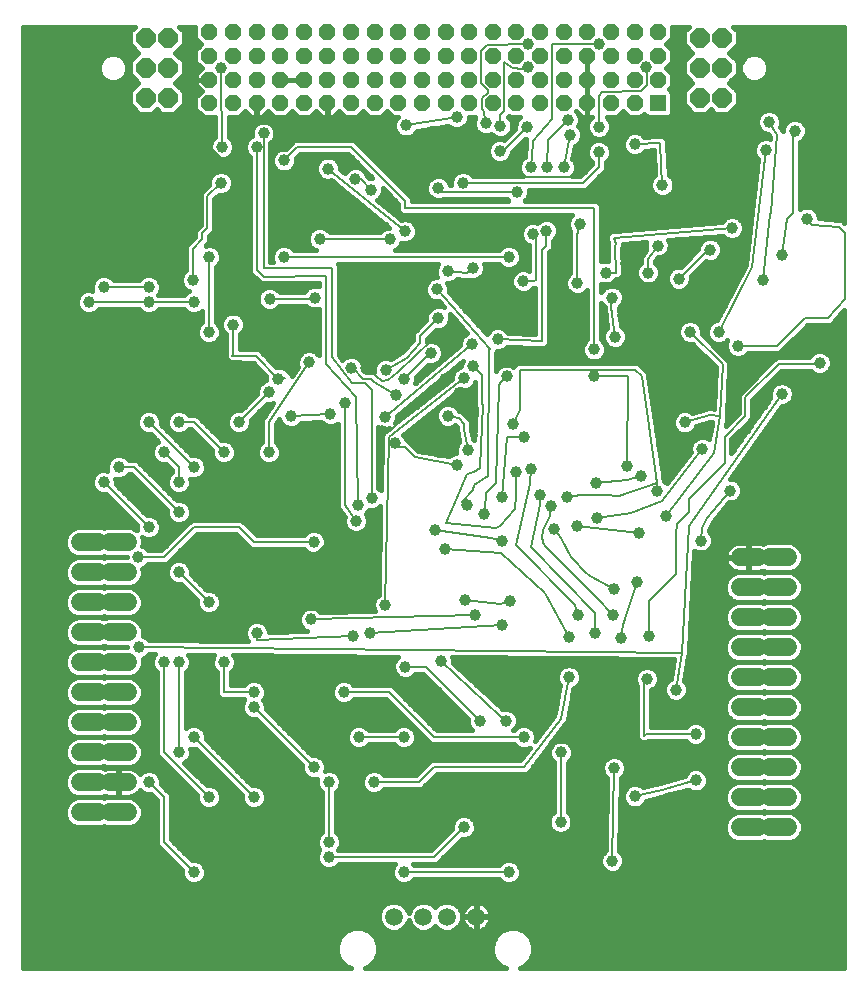
<source format=gbl>
G75*
%MOIN*%
%OFA0B0*%
%FSLAX25Y25*%
%IPPOS*%
%LPD*%
%AMOC8*
5,1,8,0,0,1.08239X$1,22.5*
%
%ADD10C,0.06000*%
%ADD11OC8,0.06496*%
%ADD12R,0.05386X0.05386*%
%ADD13OC8,0.05386*%
%ADD14C,0.05937*%
%ADD15C,0.03962*%
%ADD16C,0.00600*%
%ADD17C,0.01600*%
D10*
X0042000Y0090950D02*
X0048000Y0090950D01*
X0052000Y0090950D02*
X0058000Y0090950D01*
X0058000Y0100950D02*
X0052000Y0100950D01*
X0048000Y0100950D02*
X0042000Y0100950D01*
X0042000Y0110950D02*
X0048000Y0110950D01*
X0052000Y0110950D02*
X0058000Y0110950D01*
X0058000Y0120950D02*
X0052000Y0120950D01*
X0048000Y0120950D02*
X0042000Y0120950D01*
X0042000Y0130950D02*
X0048000Y0130950D01*
X0052000Y0130950D02*
X0058000Y0130950D01*
X0058000Y0140950D02*
X0052000Y0140950D01*
X0048000Y0140950D02*
X0042000Y0140950D01*
X0042000Y0150950D02*
X0048000Y0150950D01*
X0052000Y0150950D02*
X0058000Y0150950D01*
X0058000Y0160950D02*
X0052000Y0160950D01*
X0048000Y0160950D02*
X0042000Y0160950D01*
X0042000Y0170950D02*
X0048000Y0170950D01*
X0052000Y0170950D02*
X0058000Y0170950D01*
X0058000Y0180950D02*
X0052000Y0180950D01*
X0048000Y0180950D02*
X0042000Y0180950D01*
X0262000Y0175950D02*
X0268000Y0175950D01*
X0272000Y0175950D02*
X0278000Y0175950D01*
X0278000Y0165950D02*
X0272000Y0165950D01*
X0268000Y0165950D02*
X0262000Y0165950D01*
X0262000Y0155950D02*
X0268000Y0155950D01*
X0272000Y0155950D02*
X0278000Y0155950D01*
X0278000Y0145950D02*
X0272000Y0145950D01*
X0268000Y0145950D02*
X0262000Y0145950D01*
X0262000Y0135950D02*
X0268000Y0135950D01*
X0272000Y0135950D02*
X0278000Y0135950D01*
X0278000Y0125950D02*
X0272000Y0125950D01*
X0268000Y0125950D02*
X0262000Y0125950D01*
X0262000Y0115950D02*
X0268000Y0115950D01*
X0272000Y0115950D02*
X0278000Y0115950D01*
X0278000Y0105950D02*
X0272000Y0105950D01*
X0268000Y0105950D02*
X0262000Y0105950D01*
X0262000Y0095950D02*
X0268000Y0095950D01*
X0272000Y0095950D02*
X0278000Y0095950D01*
X0278000Y0085950D02*
X0272000Y0085950D01*
X0268000Y0085950D02*
X0262000Y0085950D01*
D11*
X0256004Y0329056D03*
X0256004Y0339056D03*
X0248602Y0339056D03*
X0248602Y0329056D03*
X0248602Y0349056D03*
X0256004Y0349056D03*
X0071398Y0349060D03*
X0063996Y0349060D03*
X0063996Y0339060D03*
X0063996Y0329060D03*
X0071398Y0329060D03*
X0071398Y0339060D03*
D12*
X0234803Y0327249D03*
D13*
X0234803Y0335123D03*
X0226929Y0335123D03*
X0226929Y0327249D03*
X0219055Y0327249D03*
X0219055Y0335123D03*
X0211181Y0335123D03*
X0211181Y0327249D03*
X0203307Y0327249D03*
X0195433Y0327249D03*
X0195433Y0335123D03*
X0203307Y0335123D03*
X0203307Y0342997D03*
X0195433Y0342997D03*
X0195433Y0350871D03*
X0203307Y0350871D03*
X0211181Y0350871D03*
X0211181Y0342997D03*
X0219055Y0342997D03*
X0226929Y0342997D03*
X0226929Y0350871D03*
X0219055Y0350871D03*
X0234803Y0350871D03*
X0234803Y0342997D03*
X0187559Y0342997D03*
X0179685Y0342997D03*
X0179685Y0350871D03*
X0187559Y0350871D03*
X0187559Y0335123D03*
X0187559Y0327249D03*
X0179685Y0327249D03*
X0179685Y0335123D03*
X0171811Y0335123D03*
X0171811Y0327249D03*
X0163937Y0327249D03*
X0163937Y0335123D03*
X0156063Y0335123D03*
X0156063Y0327249D03*
X0148189Y0327249D03*
X0148189Y0335123D03*
X0140315Y0335123D03*
X0140315Y0327249D03*
X0132441Y0327249D03*
X0132441Y0335123D03*
X0124567Y0335123D03*
X0124567Y0327249D03*
X0116693Y0327249D03*
X0108819Y0327249D03*
X0108819Y0335123D03*
X0116693Y0335123D03*
X0116693Y0342997D03*
X0124567Y0342997D03*
X0124567Y0350871D03*
X0116693Y0350871D03*
X0108819Y0350871D03*
X0108819Y0342997D03*
X0100945Y0342997D03*
X0093071Y0342997D03*
X0093071Y0350871D03*
X0100945Y0350871D03*
X0100945Y0335123D03*
X0100945Y0327249D03*
X0093071Y0327249D03*
X0093071Y0335123D03*
X0085197Y0335123D03*
X0085197Y0327249D03*
X0085197Y0342997D03*
X0085197Y0350871D03*
X0132441Y0350871D03*
X0132441Y0342997D03*
X0140315Y0342997D03*
X0140315Y0350871D03*
X0148189Y0350871D03*
X0148189Y0342997D03*
X0156063Y0342997D03*
X0156063Y0350871D03*
X0163937Y0350871D03*
X0163937Y0342997D03*
X0171811Y0342997D03*
X0171811Y0350871D03*
D14*
X0174230Y0056142D03*
X0164387Y0056142D03*
X0156513Y0056142D03*
X0146670Y0056142D03*
D15*
X0135000Y0065950D03*
X0125000Y0075950D03*
X0125000Y0080950D03*
X0125000Y0100950D03*
X0120000Y0105950D03*
X0135000Y0115950D03*
X0150000Y0115950D03*
X0140000Y0100950D03*
X0130000Y0130950D03*
X0133175Y0149575D03*
X0138875Y0150725D03*
X0143875Y0160050D03*
X0150500Y0139450D03*
X0162425Y0141250D03*
X0173675Y0156775D03*
X0170525Y0161725D03*
X0185375Y0161275D03*
X0182700Y0153200D03*
X0205000Y0149375D03*
X0208100Y0156550D03*
X0213725Y0150700D03*
X0219800Y0156775D03*
X0222275Y0149125D03*
X0231725Y0149800D03*
X0231050Y0135400D03*
X0240725Y0131800D03*
X0247250Y0116950D03*
X0247350Y0101550D03*
X0227000Y0096225D03*
X0220200Y0105725D03*
X0202475Y0110875D03*
X0190000Y0115950D03*
X0184025Y0121450D03*
X0175250Y0121450D03*
X0170000Y0085950D03*
X0185000Y0070950D03*
X0175000Y0065950D03*
X0150000Y0070950D03*
X0100000Y0095950D03*
X0085000Y0095950D03*
X0075000Y0110950D03*
X0080000Y0115950D03*
X0086375Y0116275D03*
X0100000Y0125950D03*
X0100000Y0130950D03*
X0090000Y0140950D03*
X0085250Y0141700D03*
X0075000Y0140950D03*
X0070000Y0140950D03*
X0061800Y0145950D03*
X0085250Y0155200D03*
X0085000Y0160950D03*
X0075000Y0170950D03*
X0061575Y0175950D03*
X0065000Y0185950D03*
X0075000Y0190950D03*
X0075000Y0200950D03*
X0080000Y0205950D03*
X0090000Y0210950D03*
X0095000Y0220950D03*
X0105000Y0230950D03*
X0108200Y0235525D03*
X0111350Y0240025D03*
X0118425Y0240900D03*
X0112250Y0251725D03*
X0105275Y0262075D03*
X0110000Y0275950D03*
X0108875Y0281200D03*
X0121925Y0282100D03*
X0130025Y0285925D03*
X0139025Y0298525D03*
X0133850Y0302125D03*
X0124775Y0305500D03*
X0134075Y0315625D03*
X0142400Y0315850D03*
X0150725Y0319900D03*
X0167600Y0322600D03*
X0177275Y0320575D03*
X0182225Y0319675D03*
X0182000Y0311350D03*
X0191225Y0319450D03*
X0192350Y0305950D03*
X0197750Y0305950D03*
X0203375Y0305950D03*
X0205400Y0316750D03*
X0204725Y0321700D03*
X0211475Y0315850D03*
X0215075Y0319450D03*
X0215000Y0310950D03*
X0227000Y0313600D03*
X0236225Y0300100D03*
X0234650Y0279850D03*
X0231500Y0270850D03*
X0241625Y0268825D03*
X0252200Y0278500D03*
X0257375Y0270400D03*
X0269750Y0268375D03*
X0276050Y0276700D03*
X0284375Y0288850D03*
X0270725Y0311625D03*
X0271775Y0321025D03*
X0280325Y0318100D03*
X0259400Y0285700D03*
X0255000Y0250950D03*
X0261425Y0246325D03*
X0245450Y0251050D03*
X0236450Y0238675D03*
X0240500Y0227200D03*
X0243650Y0220900D03*
X0249550Y0212150D03*
X0239150Y0206275D03*
X0234425Y0198175D03*
X0229025Y0203125D03*
X0224300Y0206275D03*
X0213950Y0200650D03*
X0204500Y0196150D03*
X0199100Y0193000D03*
X0195500Y0196600D03*
X0192575Y0205375D03*
X0187400Y0204475D03*
X0182675Y0196150D03*
X0176600Y0190525D03*
X0171000Y0193200D03*
X0160400Y0185125D03*
X0163875Y0178700D03*
X0182900Y0181525D03*
X0200225Y0185350D03*
X0207650Y0186250D03*
X0214375Y0189100D03*
X0228350Y0184000D03*
X0237575Y0189625D03*
X0249050Y0181525D03*
X0258725Y0198175D03*
X0275975Y0230275D03*
X0288650Y0240700D03*
X0227900Y0167575D03*
X0220025Y0165325D03*
X0205000Y0135950D03*
X0202250Y0087700D03*
X0219525Y0074825D03*
X0128000Y0184450D03*
X0134075Y0188050D03*
X0134750Y0193450D03*
X0139250Y0195700D03*
X0147125Y0213925D03*
X0142850Y0217975D03*
X0143750Y0222700D03*
X0147350Y0229900D03*
X0150050Y0235300D03*
X0143975Y0238450D03*
X0137450Y0238900D03*
X0132500Y0239125D03*
X0130250Y0227200D03*
X0125525Y0223600D03*
X0112475Y0222925D03*
X0105000Y0210950D03*
X0120000Y0180950D03*
X0119000Y0155200D03*
X0101000Y0150700D03*
X0065000Y0100950D03*
X0065000Y0080950D03*
X0080000Y0070950D03*
X0080000Y0055950D03*
X0050000Y0200950D03*
X0055000Y0205950D03*
X0070000Y0210950D03*
X0065000Y0220950D03*
X0075000Y0220950D03*
X0085000Y0250950D03*
X0080000Y0260950D03*
X0079625Y0268375D03*
X0085000Y0275950D03*
X0071750Y0285700D03*
X0065000Y0265950D03*
X0065000Y0260950D03*
X0050000Y0265950D03*
X0045000Y0260950D03*
X0089075Y0300775D03*
X0093575Y0304375D03*
X0089525Y0312700D03*
X0083000Y0314950D03*
X0101000Y0312700D03*
X0103250Y0317200D03*
X0110000Y0308200D03*
X0109100Y0301225D03*
X0124175Y0319675D03*
X0150400Y0284600D03*
X0145325Y0281875D03*
X0161125Y0265225D03*
X0164675Y0271300D03*
X0173000Y0272425D03*
X0185000Y0275950D03*
X0189875Y0267925D03*
X0193025Y0283675D03*
X0197525Y0284800D03*
X0187625Y0297625D03*
X0169775Y0300725D03*
X0161525Y0298975D03*
X0191450Y0339250D03*
X0191450Y0346900D03*
X0215075Y0346900D03*
X0230825Y0339250D03*
X0208775Y0287050D03*
X0217325Y0270850D03*
X0219350Y0262525D03*
X0207875Y0267250D03*
X0220475Y0249475D03*
X0213500Y0245200D03*
X0213500Y0236200D03*
X0190100Y0215950D03*
X0186500Y0220450D03*
X0173000Y0222925D03*
X0168500Y0230575D03*
X0170175Y0235725D03*
X0173225Y0239575D03*
X0172775Y0247000D03*
X0165800Y0245650D03*
X0159050Y0244075D03*
X0163775Y0235300D03*
X0164675Y0223150D03*
X0171425Y0211675D03*
X0167825Y0206725D03*
X0184250Y0236200D03*
X0181325Y0248575D03*
X0161525Y0255775D03*
X0120350Y0262525D03*
X0093125Y0253525D03*
X0089075Y0339025D03*
D16*
X0089075Y0336775D01*
X0089525Y0312700D01*
X0089750Y0308200D02*
X0093575Y0304375D01*
X0089750Y0308200D02*
X0083000Y0314950D01*
X0089750Y0308200D02*
X0080750Y0299200D01*
X0080750Y0285700D01*
X0071750Y0285700D01*
X0079625Y0278725D02*
X0082775Y0281875D01*
X0082775Y0283900D01*
X0084575Y0285700D01*
X0084575Y0296275D01*
X0089075Y0300775D01*
X0101000Y0312700D02*
X0101000Y0271750D01*
X0103250Y0269500D01*
X0123950Y0269725D01*
X0123950Y0240475D01*
X0134075Y0229225D01*
X0134750Y0193450D01*
X0130250Y0193450D02*
X0134075Y0188050D01*
X0130250Y0193450D02*
X0130250Y0227200D01*
X0125525Y0223600D02*
X0112475Y0222925D01*
X0105000Y0220950D02*
X0105000Y0210950D01*
X0105000Y0220950D02*
X0118425Y0240900D01*
X0112700Y0244525D02*
X0112250Y0251725D01*
X0112700Y0244525D02*
X0111575Y0240925D01*
X0111350Y0240025D01*
X0110450Y0235750D02*
X0108200Y0235525D01*
X0100775Y0242950D01*
X0100325Y0242950D01*
X0092900Y0243175D01*
X0093125Y0243400D01*
X0093125Y0253525D01*
X0085000Y0250950D02*
X0085000Y0275950D01*
X0079625Y0278725D02*
X0079625Y0268375D01*
X0080000Y0260950D02*
X0065000Y0260950D01*
X0045000Y0260950D01*
X0050000Y0265950D02*
X0065000Y0265950D01*
X0103250Y0272200D02*
X0103250Y0317200D01*
X0110000Y0308200D02*
X0114500Y0312700D01*
X0132500Y0312700D01*
X0150500Y0294700D01*
X0150500Y0292450D01*
X0213500Y0292450D01*
X0213500Y0245200D01*
X0220475Y0249475D02*
X0218900Y0262075D01*
X0219350Y0262525D01*
X0220700Y0270850D02*
X0217325Y0270850D01*
X0220700Y0270850D02*
X0220250Y0279850D01*
X0220700Y0280300D01*
X0220025Y0282325D01*
X0259400Y0285700D01*
X0252200Y0278500D02*
X0251300Y0278500D01*
X0241625Y0268825D01*
X0231500Y0270850D02*
X0231500Y0275350D01*
X0234650Y0279850D01*
X0236225Y0300100D02*
X0235550Y0314050D01*
X0227000Y0313600D01*
X0215000Y0310950D02*
X0215000Y0305950D01*
X0209775Y0300725D01*
X0169775Y0300725D01*
X0175025Y0305950D02*
X0184025Y0305950D01*
X0187400Y0302575D01*
X0208775Y0302575D01*
X0209225Y0303025D01*
X0209225Y0313600D01*
X0211475Y0315850D01*
X0215075Y0319450D02*
X0215075Y0329575D01*
X0215975Y0331150D01*
X0229025Y0331375D01*
X0231050Y0333400D01*
X0231050Y0338350D01*
X0230825Y0339250D01*
X0215075Y0346900D02*
X0199325Y0347125D01*
X0199325Y0324625D01*
X0199550Y0321925D01*
X0193025Y0314725D01*
X0193025Y0314050D01*
X0192350Y0305950D01*
X0197750Y0305950D02*
X0198200Y0314950D01*
X0204725Y0321700D01*
X0205400Y0316750D02*
X0203375Y0305950D01*
X0191225Y0319450D02*
X0183125Y0311350D01*
X0182000Y0311350D01*
X0182225Y0319675D02*
X0182000Y0323275D01*
X0183575Y0324625D01*
X0183575Y0341050D01*
X0183800Y0340825D01*
X0186275Y0339025D01*
X0189425Y0338800D01*
X0191450Y0339250D01*
X0191450Y0346900D02*
X0177725Y0346675D01*
X0175700Y0344650D01*
X0175700Y0334075D01*
X0177950Y0331600D01*
X0177950Y0330700D01*
X0175925Y0329125D01*
X0175925Y0325300D01*
X0176375Y0325300D01*
X0177275Y0320575D01*
X0167600Y0322600D02*
X0163775Y0321925D01*
X0150725Y0319900D01*
X0158825Y0315850D02*
X0162200Y0312475D01*
X0168500Y0312475D01*
X0175025Y0305950D01*
X0162875Y0297625D02*
X0161525Y0298975D01*
X0162875Y0297625D02*
X0187625Y0297625D01*
X0197525Y0284800D02*
X0197300Y0284575D01*
X0197300Y0279625D01*
X0196175Y0278500D01*
X0196175Y0248125D01*
X0181325Y0248575D01*
X0178875Y0245450D02*
X0178400Y0244975D01*
X0178175Y0203125D01*
X0173450Y0199975D01*
X0173000Y0198400D01*
X0169425Y0194375D01*
X0171000Y0193200D01*
X0167375Y0195025D02*
X0171200Y0203575D01*
X0173450Y0204250D01*
X0175475Y0205600D01*
X0176375Y0226750D01*
X0176150Y0226975D01*
X0176150Y0236650D01*
X0173225Y0239575D01*
X0170175Y0235725D02*
X0145000Y0215950D01*
X0143875Y0160050D01*
X0138875Y0150725D02*
X0182700Y0153200D01*
X0182000Y0160375D02*
X0185375Y0161275D01*
X0182000Y0160375D02*
X0173450Y0161275D01*
X0170525Y0161725D01*
X0173675Y0156775D02*
X0119000Y0155200D01*
X0133175Y0149575D02*
X0101000Y0148450D01*
X0101000Y0150700D01*
X0096500Y0155200D02*
X0101000Y0159700D01*
X0101000Y0166450D01*
X0107750Y0173200D01*
X0116750Y0173200D01*
X0128000Y0184450D01*
X0120000Y0180950D02*
X0100000Y0180950D01*
X0095000Y0185950D01*
X0080000Y0185950D01*
X0070000Y0175950D01*
X0061575Y0175950D01*
X0065000Y0185950D02*
X0050000Y0200950D01*
X0055000Y0205950D02*
X0060000Y0205950D01*
X0075000Y0190950D01*
X0075000Y0200950D02*
X0075000Y0205950D01*
X0070000Y0210950D01*
X0065000Y0220950D02*
X0080000Y0205950D01*
X0090000Y0210950D02*
X0080000Y0220950D01*
X0075000Y0220950D01*
X0095000Y0220950D02*
X0105000Y0230950D01*
X0125975Y0242725D02*
X0126200Y0272200D01*
X0103250Y0272200D01*
X0110000Y0275950D02*
X0185000Y0275950D01*
X0189875Y0267925D02*
X0193475Y0267925D01*
X0193925Y0268375D01*
X0193925Y0282775D01*
X0193025Y0283675D01*
X0207875Y0283900D02*
X0207875Y0267250D01*
X0207875Y0283900D02*
X0208100Y0284125D01*
X0208100Y0286375D01*
X0208775Y0287050D01*
X0239375Y0250150D02*
X0239375Y0241600D01*
X0236450Y0238675D01*
X0229250Y0236200D02*
X0227000Y0238450D01*
X0188750Y0238450D01*
X0188750Y0224950D01*
X0186500Y0220450D01*
X0184250Y0215950D02*
X0190100Y0215950D01*
X0184250Y0215950D02*
X0182675Y0196150D01*
X0187400Y0196375D02*
X0187175Y0192100D01*
X0182000Y0186475D01*
X0180875Y0185800D01*
X0164225Y0187375D01*
X0167375Y0195025D01*
X0160400Y0185125D02*
X0179075Y0182425D01*
X0182900Y0181525D01*
X0182350Y0177350D02*
X0163875Y0178700D01*
X0176600Y0190525D02*
X0177500Y0195925D01*
X0177500Y0197500D01*
X0180650Y0200650D01*
X0180650Y0200875D01*
X0181775Y0233050D01*
X0182000Y0233950D01*
X0184250Y0236200D01*
X0178875Y0245450D02*
X0161125Y0265225D01*
X0164675Y0271300D02*
X0171200Y0270625D01*
X0173000Y0272425D01*
X0161525Y0255775D02*
X0155450Y0249700D01*
X0155450Y0247450D01*
X0150950Y0242500D01*
X0143975Y0238450D01*
X0144875Y0235075D02*
X0142850Y0234850D01*
X0137450Y0238900D01*
X0136325Y0235300D02*
X0139025Y0235300D01*
X0139925Y0234400D01*
X0147350Y0229900D01*
X0144875Y0235075D02*
X0148025Y0237775D01*
X0159275Y0248350D01*
X0159950Y0248350D01*
X0165800Y0245650D01*
X0159050Y0244075D02*
X0158825Y0244075D01*
X0150050Y0235300D01*
X0159275Y0232375D02*
X0159275Y0231700D01*
X0145550Y0217975D01*
X0142850Y0217975D01*
X0143750Y0222700D02*
X0145550Y0224050D01*
X0172775Y0247000D01*
X0163775Y0235300D02*
X0159275Y0232375D01*
X0166925Y0227425D02*
X0166700Y0226075D01*
X0167825Y0225400D01*
X0170525Y0224050D01*
X0173000Y0222925D01*
X0170075Y0220450D02*
X0170075Y0218650D01*
X0171425Y0211675D01*
X0167825Y0206725D02*
X0153650Y0209200D01*
X0150275Y0212575D01*
X0148475Y0212575D01*
X0147125Y0213925D01*
X0139250Y0231700D02*
X0137000Y0233950D01*
X0132725Y0233950D01*
X0125975Y0242725D01*
X0132500Y0239125D02*
X0132950Y0238900D01*
X0136325Y0235300D01*
X0139250Y0231700D02*
X0139250Y0195700D01*
X0164675Y0223150D02*
X0168275Y0222250D01*
X0170075Y0220450D01*
X0166925Y0227425D02*
X0168500Y0230575D01*
X0187400Y0204475D02*
X0187400Y0196375D01*
X0192125Y0200200D02*
X0192575Y0205375D01*
X0192125Y0200200D02*
X0187400Y0179950D01*
X0206975Y0160150D01*
X0208100Y0156550D01*
X0213725Y0157225D02*
X0192575Y0179275D01*
X0195500Y0193450D01*
X0195500Y0196600D01*
X0199100Y0193000D02*
X0198650Y0189625D01*
X0196400Y0184900D01*
X0196400Y0184225D01*
X0196175Y0182875D01*
X0196400Y0180850D01*
X0197300Y0179275D01*
X0214175Y0162850D01*
X0219800Y0156775D01*
X0223175Y0153400D02*
X0227900Y0167575D01*
X0231725Y0161500D02*
X0240725Y0170500D01*
X0240725Y0185125D01*
X0241175Y0185575D01*
X0241175Y0187150D01*
X0245000Y0190975D01*
X0245000Y0195475D01*
X0256925Y0207400D01*
X0256925Y0216175D01*
X0263900Y0223150D01*
X0263900Y0229225D01*
X0274925Y0240250D01*
X0288200Y0240250D01*
X0288650Y0240700D01*
X0291575Y0255775D02*
X0283700Y0255775D01*
X0274250Y0246325D01*
X0261425Y0246325D01*
X0256250Y0240250D02*
X0245450Y0251050D01*
X0246350Y0257125D02*
X0239375Y0250150D01*
X0246350Y0257125D02*
X0251525Y0257125D01*
X0257375Y0262975D01*
X0257375Y0270400D01*
X0266225Y0272750D02*
X0270725Y0311625D01*
X0274475Y0316750D02*
X0271775Y0321025D01*
X0274475Y0316750D02*
X0272450Y0290650D01*
X0272225Y0290200D01*
X0269750Y0268375D01*
X0266225Y0272750D02*
X0255000Y0250950D01*
X0256250Y0240250D02*
X0255575Y0222925D01*
X0251975Y0223375D01*
X0243650Y0220900D01*
X0240500Y0227200D02*
X0239150Y0206275D01*
X0234425Y0200650D02*
X0221600Y0196375D01*
X0217325Y0196825D01*
X0209225Y0196825D01*
X0204500Y0196150D01*
X0207650Y0186250D02*
X0228350Y0184000D01*
X0225875Y0190675D02*
X0236000Y0194550D01*
X0249550Y0212150D01*
X0253325Y0210550D02*
X0255575Y0222925D01*
X0253325Y0210550D02*
X0237575Y0189625D01*
X0245000Y0186475D02*
X0275975Y0230275D01*
X0291575Y0255775D02*
X0296975Y0262075D01*
X0296975Y0284125D01*
X0294950Y0286150D01*
X0285950Y0286825D01*
X0284375Y0288850D01*
X0279650Y0290650D02*
X0279650Y0317425D01*
X0280325Y0318100D01*
X0279650Y0290650D02*
X0277625Y0288625D01*
X0276050Y0276700D01*
X0229250Y0236200D02*
X0234425Y0200650D01*
X0234425Y0198175D01*
X0229025Y0203125D02*
X0224300Y0201775D01*
X0213950Y0200650D01*
X0214375Y0189100D02*
X0225875Y0190675D01*
X0224300Y0206275D02*
X0224750Y0236200D01*
X0213500Y0236200D01*
X0258725Y0198175D02*
X0251075Y0188950D01*
X0249500Y0185800D01*
X0249050Y0181525D01*
X0245000Y0186475D02*
X0242750Y0144150D01*
X0240725Y0131800D01*
X0231050Y0135400D02*
X0230150Y0134500D01*
X0230150Y0116500D01*
X0230600Y0116950D01*
X0247250Y0116950D01*
X0247350Y0101550D02*
X0236000Y0098525D01*
X0227000Y0096225D01*
X0220200Y0105725D02*
X0219525Y0074825D01*
X0202250Y0087700D02*
X0202475Y0110875D01*
X0202300Y0122075D02*
X0205000Y0135950D01*
X0202300Y0122075D02*
X0190000Y0105950D01*
X0160000Y0105950D01*
X0155000Y0100950D01*
X0140000Y0100950D01*
X0125000Y0100950D02*
X0125000Y0080950D01*
X0125000Y0075950D02*
X0160000Y0075950D01*
X0170000Y0085950D01*
X0185000Y0070950D02*
X0150000Y0070950D01*
X0135000Y0065950D02*
X0175000Y0065950D01*
X0160000Y0115950D02*
X0190000Y0115950D01*
X0184025Y0121450D02*
X0182000Y0123025D01*
X0162425Y0141250D01*
X0157250Y0139450D02*
X0175250Y0121450D01*
X0160000Y0115950D02*
X0145000Y0130950D01*
X0130000Y0130950D01*
X0135000Y0115950D02*
X0150000Y0115950D01*
X0150500Y0139450D02*
X0157250Y0139450D01*
X0182350Y0177350D02*
X0197125Y0163925D01*
X0205000Y0149375D01*
X0213725Y0150700D02*
X0213725Y0157225D01*
X0220025Y0165325D02*
X0211925Y0169600D01*
X0210350Y0170950D01*
X0206525Y0175450D01*
X0205625Y0175900D01*
X0202250Y0182425D01*
X0200225Y0185350D01*
X0223175Y0153400D02*
X0222275Y0149125D01*
X0231725Y0149800D02*
X0231725Y0161500D01*
X0242750Y0144150D02*
X0061800Y0145950D01*
X0070000Y0140950D02*
X0070000Y0110950D01*
X0085000Y0095950D01*
X0075000Y0110950D02*
X0075000Y0140950D01*
X0085250Y0141700D02*
X0086375Y0116275D01*
X0080000Y0115950D02*
X0100000Y0095950D01*
X0120000Y0105950D02*
X0100000Y0125950D01*
X0100000Y0130950D02*
X0090000Y0130950D01*
X0090000Y0140950D01*
X0085250Y0155200D02*
X0096500Y0155200D01*
X0085000Y0160950D02*
X0075000Y0170950D01*
X0065000Y0100950D02*
X0070000Y0095950D01*
X0070000Y0080950D01*
X0080000Y0070950D01*
X0065000Y0070950D02*
X0080000Y0055950D01*
X0065000Y0070950D02*
X0065000Y0080950D01*
X0105275Y0262075D02*
X0119900Y0262075D01*
X0120350Y0262525D01*
X0121925Y0282100D02*
X0145100Y0282100D01*
X0145325Y0281875D01*
X0150400Y0284600D02*
X0124775Y0305500D01*
X0133850Y0302125D02*
X0135650Y0301900D01*
X0139025Y0298525D01*
X0130025Y0285925D02*
X0112025Y0285925D01*
X0109325Y0288625D01*
X0109325Y0301000D01*
X0109100Y0301225D01*
X0109325Y0288625D02*
X0109325Y0287725D01*
X0108875Y0287275D01*
X0108875Y0281200D01*
X0134075Y0315625D02*
X0131600Y0319675D01*
X0124175Y0319675D01*
X0142400Y0315850D02*
X0158825Y0315850D01*
D17*
X0023100Y0352850D02*
X0023100Y0039050D01*
X0132247Y0039050D01*
X0130716Y0039684D01*
X0128796Y0041605D01*
X0127756Y0044114D01*
X0127756Y0046830D01*
X0128796Y0049340D01*
X0130716Y0051260D01*
X0133226Y0052300D01*
X0135942Y0052300D01*
X0138451Y0051260D01*
X0140372Y0049340D01*
X0141411Y0046830D01*
X0141411Y0044114D01*
X0140372Y0041605D01*
X0138451Y0039684D01*
X0136921Y0039050D01*
X0183979Y0039050D01*
X0182449Y0039684D01*
X0180528Y0041605D01*
X0179489Y0044114D01*
X0179489Y0046830D01*
X0180528Y0049340D01*
X0182449Y0051260D01*
X0184958Y0052300D01*
X0187674Y0052300D01*
X0190184Y0051260D01*
X0192104Y0049340D01*
X0193144Y0046830D01*
X0193144Y0044114D01*
X0192104Y0041605D01*
X0190184Y0039684D01*
X0188653Y0039050D01*
X0296900Y0039050D01*
X0296900Y0258453D01*
X0293875Y0254924D01*
X0293875Y0254822D01*
X0293264Y0254211D01*
X0292701Y0253555D01*
X0292600Y0253547D01*
X0292528Y0253475D01*
X0291663Y0253475D01*
X0290802Y0253409D01*
X0290724Y0253475D01*
X0284653Y0253475D01*
X0275203Y0244025D01*
X0264755Y0244025D01*
X0263680Y0242950D01*
X0262217Y0242344D01*
X0260633Y0242344D01*
X0259170Y0242950D01*
X0258050Y0244070D01*
X0257444Y0245533D01*
X0257444Y0247117D01*
X0257901Y0248221D01*
X0257255Y0247575D01*
X0255792Y0246969D01*
X0254208Y0246969D01*
X0252745Y0247575D01*
X0251625Y0248695D01*
X0251019Y0250158D01*
X0251019Y0251742D01*
X0251625Y0253205D01*
X0252745Y0254325D01*
X0254208Y0254931D01*
X0254463Y0254931D01*
X0263988Y0273431D01*
X0268066Y0308654D01*
X0267350Y0309370D01*
X0266744Y0310833D01*
X0266744Y0312417D01*
X0267350Y0313880D01*
X0268470Y0315000D01*
X0269933Y0315606D01*
X0271517Y0315606D01*
X0272062Y0315380D01*
X0272123Y0316167D01*
X0271569Y0317044D01*
X0270983Y0317044D01*
X0269520Y0317650D01*
X0268400Y0318770D01*
X0267794Y0320233D01*
X0267794Y0321817D01*
X0268400Y0323280D01*
X0269520Y0324400D01*
X0270983Y0325006D01*
X0272567Y0325006D01*
X0274030Y0324400D01*
X0275150Y0323280D01*
X0275756Y0321817D01*
X0275756Y0320233D01*
X0275455Y0319506D01*
X0276331Y0318119D01*
X0276344Y0318104D01*
X0276344Y0318892D01*
X0276950Y0320355D01*
X0278070Y0321475D01*
X0279533Y0322081D01*
X0281117Y0322081D01*
X0282580Y0321475D01*
X0283700Y0320355D01*
X0284306Y0318892D01*
X0284306Y0317308D01*
X0283700Y0315845D01*
X0282580Y0314725D01*
X0281950Y0314464D01*
X0281950Y0292055D01*
X0282120Y0292225D01*
X0283583Y0292831D01*
X0285167Y0292831D01*
X0286630Y0292225D01*
X0287750Y0291105D01*
X0288356Y0289642D01*
X0288356Y0288951D01*
X0295036Y0288450D01*
X0295903Y0288450D01*
X0295973Y0288380D01*
X0296072Y0288372D01*
X0296637Y0287715D01*
X0296900Y0287453D01*
X0296900Y0352850D01*
X0259632Y0352850D01*
X0261252Y0351230D01*
X0261252Y0346882D01*
X0258426Y0344056D01*
X0261252Y0341230D01*
X0261252Y0336882D01*
X0258426Y0334056D01*
X0261252Y0331230D01*
X0261252Y0326882D01*
X0258178Y0323808D01*
X0253830Y0323808D01*
X0252303Y0325335D01*
X0250776Y0323808D01*
X0246429Y0323808D01*
X0243354Y0326882D01*
X0243354Y0331230D01*
X0246181Y0334056D01*
X0243354Y0336882D01*
X0243354Y0341230D01*
X0246181Y0344056D01*
X0243354Y0346882D01*
X0243354Y0351230D01*
X0244974Y0352850D01*
X0239461Y0352850D01*
X0239496Y0352815D01*
X0239496Y0348927D01*
X0237503Y0346934D01*
X0239496Y0344941D01*
X0239496Y0341053D01*
X0237503Y0339060D01*
X0239496Y0337067D01*
X0239496Y0333179D01*
X0238259Y0331942D01*
X0238324Y0331942D01*
X0239496Y0330771D01*
X0239496Y0323728D01*
X0238324Y0322556D01*
X0231282Y0322556D01*
X0230110Y0323728D01*
X0230110Y0323794D01*
X0228873Y0322556D01*
X0224985Y0322556D01*
X0222992Y0324549D01*
X0220999Y0322556D01*
X0217599Y0322556D01*
X0218450Y0321705D01*
X0219056Y0320242D01*
X0219056Y0318658D01*
X0218450Y0317195D01*
X0217330Y0316075D01*
X0215867Y0315469D01*
X0214283Y0315469D01*
X0212820Y0316075D01*
X0211700Y0317195D01*
X0211094Y0318658D01*
X0211094Y0320242D01*
X0211700Y0321705D01*
X0212751Y0322756D01*
X0211228Y0322756D01*
X0211228Y0327203D01*
X0211135Y0327203D01*
X0211135Y0322756D01*
X0209320Y0322756D01*
X0207386Y0324691D01*
X0207375Y0324680D01*
X0208100Y0323955D01*
X0208706Y0322492D01*
X0208706Y0320908D01*
X0208169Y0319611D01*
X0208775Y0319005D01*
X0209381Y0317542D01*
X0209381Y0315958D01*
X0208775Y0314495D01*
X0207655Y0313375D01*
X0207061Y0313129D01*
X0206235Y0308721D01*
X0206750Y0308205D01*
X0207356Y0306742D01*
X0207356Y0305158D01*
X0206750Y0303695D01*
X0206080Y0303025D01*
X0208822Y0303025D01*
X0212700Y0306903D01*
X0212700Y0307620D01*
X0211625Y0308695D01*
X0211019Y0310158D01*
X0211019Y0311742D01*
X0211625Y0313205D01*
X0212745Y0314325D01*
X0214208Y0314931D01*
X0215792Y0314931D01*
X0217255Y0314325D01*
X0218375Y0313205D01*
X0218981Y0311742D01*
X0218981Y0310158D01*
X0218375Y0308695D01*
X0217300Y0307620D01*
X0217300Y0304997D01*
X0210728Y0298425D01*
X0191603Y0298425D01*
X0191606Y0298417D01*
X0191606Y0296833D01*
X0191000Y0295370D01*
X0190380Y0294750D01*
X0214453Y0294750D01*
X0215800Y0293403D01*
X0215800Y0274527D01*
X0216533Y0274831D01*
X0218117Y0274831D01*
X0218200Y0274797D01*
X0217997Y0278850D01*
X0217950Y0278897D01*
X0217950Y0279792D01*
X0217905Y0280687D01*
X0217950Y0280736D01*
X0217950Y0280803D01*
X0218069Y0280921D01*
X0218048Y0280983D01*
X0217815Y0281179D01*
X0217757Y0281857D01*
X0217542Y0282501D01*
X0217678Y0282774D01*
X0217652Y0283078D01*
X0218090Y0283598D01*
X0218394Y0284206D01*
X0218683Y0284302D01*
X0218879Y0284535D01*
X0219557Y0284593D01*
X0220201Y0284808D01*
X0220474Y0284672D01*
X0255924Y0287710D01*
X0256025Y0287955D01*
X0257145Y0289075D01*
X0258608Y0289681D01*
X0260192Y0289681D01*
X0261655Y0289075D01*
X0262775Y0287955D01*
X0263381Y0286492D01*
X0263381Y0284908D01*
X0262775Y0283445D01*
X0261655Y0282325D01*
X0260192Y0281719D01*
X0258608Y0281719D01*
X0257145Y0282325D01*
X0256341Y0283129D01*
X0238243Y0281578D01*
X0238631Y0280642D01*
X0238631Y0279058D01*
X0238025Y0277595D01*
X0236905Y0276475D01*
X0235442Y0275869D01*
X0234671Y0275869D01*
X0233800Y0274625D01*
X0233800Y0274180D01*
X0234875Y0273105D01*
X0235481Y0271642D01*
X0235481Y0270058D01*
X0234875Y0268595D01*
X0233755Y0267475D01*
X0232292Y0266869D01*
X0230708Y0266869D01*
X0229245Y0267475D01*
X0228125Y0268595D01*
X0227519Y0270058D01*
X0227519Y0271642D01*
X0228125Y0273105D01*
X0229200Y0274180D01*
X0229200Y0275149D01*
X0229069Y0275888D01*
X0229200Y0276075D01*
X0229200Y0276303D01*
X0229731Y0276834D01*
X0230899Y0278502D01*
X0230669Y0279058D01*
X0230669Y0280642D01*
X0230792Y0280939D01*
X0223130Y0280283D01*
X0223183Y0280124D01*
X0223000Y0279757D01*
X0223000Y0279347D01*
X0222598Y0278945D01*
X0222953Y0271850D01*
X0223000Y0271803D01*
X0223000Y0270908D01*
X0223045Y0270013D01*
X0223000Y0269964D01*
X0223000Y0269897D01*
X0222367Y0269264D01*
X0221766Y0268600D01*
X0221700Y0268597D01*
X0221653Y0268550D01*
X0220758Y0268550D01*
X0220650Y0268545D01*
X0219580Y0267475D01*
X0218117Y0266869D01*
X0216533Y0266869D01*
X0215800Y0267173D01*
X0215800Y0264358D01*
X0215975Y0264780D01*
X0217095Y0265900D01*
X0218558Y0266506D01*
X0220142Y0266506D01*
X0221605Y0265900D01*
X0222725Y0264780D01*
X0223331Y0263317D01*
X0223331Y0261733D01*
X0222725Y0260270D01*
X0221605Y0259150D01*
X0221585Y0259141D01*
X0222351Y0253007D01*
X0222730Y0252850D01*
X0223850Y0251730D01*
X0224456Y0250267D01*
X0224456Y0248683D01*
X0223850Y0247220D01*
X0222730Y0246100D01*
X0221267Y0245494D01*
X0219683Y0245494D01*
X0218220Y0246100D01*
X0217100Y0247220D01*
X0216494Y0248683D01*
X0216494Y0250267D01*
X0217100Y0251730D01*
X0217789Y0252419D01*
X0216927Y0259318D01*
X0215975Y0260270D01*
X0215800Y0260692D01*
X0215800Y0248530D01*
X0216875Y0247455D01*
X0217481Y0245992D01*
X0217481Y0244408D01*
X0216875Y0242945D01*
X0215755Y0241825D01*
X0214292Y0241219D01*
X0212708Y0241219D01*
X0211245Y0241825D01*
X0210125Y0242945D01*
X0209519Y0244408D01*
X0209519Y0245992D01*
X0210125Y0247455D01*
X0211200Y0248530D01*
X0211200Y0264945D01*
X0210130Y0263875D01*
X0208667Y0263269D01*
X0207083Y0263269D01*
X0205620Y0263875D01*
X0204500Y0264995D01*
X0203894Y0266458D01*
X0203894Y0268042D01*
X0204500Y0269505D01*
X0205575Y0270580D01*
X0205575Y0284620D01*
X0205400Y0284795D01*
X0204794Y0286258D01*
X0204794Y0287842D01*
X0205400Y0289305D01*
X0206245Y0290150D01*
X0149547Y0290150D01*
X0148200Y0291497D01*
X0148200Y0293747D01*
X0143006Y0298941D01*
X0143006Y0297733D01*
X0142400Y0296270D01*
X0141280Y0295150D01*
X0141163Y0295102D01*
X0149309Y0288457D01*
X0149608Y0288581D01*
X0151192Y0288581D01*
X0152655Y0287975D01*
X0153775Y0286855D01*
X0154381Y0285392D01*
X0154381Y0283808D01*
X0153775Y0282345D01*
X0152655Y0281225D01*
X0151192Y0280619D01*
X0149608Y0280619D01*
X0149186Y0280794D01*
X0148700Y0279620D01*
X0147580Y0278500D01*
X0146977Y0278250D01*
X0181670Y0278250D01*
X0182745Y0279325D01*
X0184208Y0279931D01*
X0185792Y0279931D01*
X0187255Y0279325D01*
X0188375Y0278205D01*
X0188981Y0276742D01*
X0188981Y0275158D01*
X0188375Y0273695D01*
X0187255Y0272575D01*
X0185792Y0271969D01*
X0184208Y0271969D01*
X0182745Y0272575D01*
X0181670Y0273650D01*
X0176802Y0273650D01*
X0176981Y0273217D01*
X0176981Y0271633D01*
X0176375Y0270170D01*
X0175255Y0269050D01*
X0173792Y0268444D01*
X0172272Y0268444D01*
X0172153Y0268325D01*
X0172017Y0268325D01*
X0171911Y0268239D01*
X0171081Y0268325D01*
X0170247Y0268325D01*
X0170151Y0268421D01*
X0167682Y0268677D01*
X0166930Y0267925D01*
X0165467Y0267319D01*
X0164567Y0267319D01*
X0165106Y0266017D01*
X0165106Y0264433D01*
X0165049Y0264296D01*
X0177693Y0250210D01*
X0177950Y0250830D01*
X0179070Y0251950D01*
X0180533Y0252556D01*
X0182117Y0252556D01*
X0183580Y0251950D01*
X0184700Y0250830D01*
X0184724Y0250773D01*
X0193875Y0250496D01*
X0193875Y0265625D01*
X0193205Y0265625D01*
X0192130Y0264550D01*
X0190667Y0263944D01*
X0189083Y0263944D01*
X0187620Y0264550D01*
X0186500Y0265670D01*
X0185894Y0267133D01*
X0185894Y0268717D01*
X0186500Y0270180D01*
X0187620Y0271300D01*
X0189083Y0271906D01*
X0190667Y0271906D01*
X0191625Y0271509D01*
X0191625Y0279946D01*
X0190770Y0280300D01*
X0189650Y0281420D01*
X0189044Y0282883D01*
X0189044Y0284467D01*
X0189650Y0285930D01*
X0190770Y0287050D01*
X0192233Y0287656D01*
X0193817Y0287656D01*
X0194477Y0287382D01*
X0195270Y0288175D01*
X0196733Y0288781D01*
X0198317Y0288781D01*
X0199780Y0288175D01*
X0200900Y0287055D01*
X0201506Y0285592D01*
X0201506Y0284008D01*
X0200900Y0282545D01*
X0199780Y0281425D01*
X0199600Y0281350D01*
X0199600Y0278672D01*
X0198475Y0277547D01*
X0198475Y0249037D01*
X0198503Y0249008D01*
X0198475Y0248090D01*
X0198475Y0247172D01*
X0198446Y0247144D01*
X0198445Y0247103D01*
X0197777Y0246474D01*
X0197128Y0245825D01*
X0197087Y0245825D01*
X0197058Y0245797D01*
X0196140Y0245825D01*
X0195222Y0245825D01*
X0195194Y0245854D01*
X0184556Y0246176D01*
X0183580Y0245200D01*
X0182117Y0244594D01*
X0181175Y0244594D01*
X0181175Y0244497D01*
X0181124Y0244447D01*
X0181120Y0244375D01*
X0180695Y0243993D01*
X0180662Y0237941D01*
X0180875Y0238455D01*
X0181995Y0239575D01*
X0183458Y0240181D01*
X0185042Y0240181D01*
X0186505Y0239575D01*
X0186564Y0239516D01*
X0187797Y0240750D01*
X0227953Y0240750D01*
X0229300Y0239403D01*
X0230759Y0237944D01*
X0231389Y0237474D01*
X0231416Y0237287D01*
X0231550Y0237153D01*
X0231550Y0236367D01*
X0236591Y0201737D01*
X0236725Y0201603D01*
X0236725Y0201505D01*
X0237701Y0200529D01*
X0245733Y0210962D01*
X0245569Y0211358D01*
X0245569Y0212942D01*
X0246175Y0214405D01*
X0247295Y0215525D01*
X0248758Y0216131D01*
X0250342Y0216131D01*
X0251805Y0215525D01*
X0251878Y0215452D01*
X0252877Y0220944D01*
X0252168Y0221033D01*
X0247431Y0219625D01*
X0247025Y0218645D01*
X0245905Y0217525D01*
X0244442Y0216919D01*
X0242858Y0216919D01*
X0241395Y0217525D01*
X0240275Y0218645D01*
X0239669Y0220108D01*
X0239669Y0221692D01*
X0240275Y0223155D01*
X0241395Y0224275D01*
X0242858Y0224881D01*
X0244442Y0224881D01*
X0245905Y0224275D01*
X0246140Y0224040D01*
X0250905Y0225456D01*
X0251315Y0225775D01*
X0251782Y0225717D01*
X0252233Y0225851D01*
X0252690Y0225604D01*
X0253374Y0225518D01*
X0253913Y0239335D01*
X0246178Y0247069D01*
X0244658Y0247069D01*
X0243195Y0247675D01*
X0242075Y0248795D01*
X0241469Y0250258D01*
X0241469Y0251842D01*
X0242075Y0253305D01*
X0243195Y0254425D01*
X0244658Y0255031D01*
X0246242Y0255031D01*
X0247705Y0254425D01*
X0248825Y0253305D01*
X0249431Y0251842D01*
X0249431Y0250322D01*
X0257239Y0242513D01*
X0257292Y0242511D01*
X0257908Y0241845D01*
X0258550Y0241203D01*
X0258550Y0241151D01*
X0258585Y0241112D01*
X0258550Y0240205D01*
X0258550Y0239297D01*
X0258513Y0239261D01*
X0257906Y0223674D01*
X0257975Y0223585D01*
X0257966Y0223512D01*
X0258008Y0223451D01*
X0257867Y0222673D01*
X0257836Y0221883D01*
X0257753Y0221807D01*
X0257739Y0221694D01*
X0257681Y0221649D01*
X0257355Y0219858D01*
X0261600Y0224103D01*
X0261600Y0230178D01*
X0272625Y0241203D01*
X0273972Y0242550D01*
X0285107Y0242550D01*
X0285275Y0242955D01*
X0286395Y0244075D01*
X0287858Y0244681D01*
X0289442Y0244681D01*
X0290905Y0244075D01*
X0292025Y0242955D01*
X0292631Y0241492D01*
X0292631Y0239908D01*
X0292025Y0238445D01*
X0290905Y0237325D01*
X0289442Y0236719D01*
X0287858Y0236719D01*
X0286395Y0237325D01*
X0285770Y0237950D01*
X0275878Y0237950D01*
X0266200Y0228272D01*
X0266200Y0222197D01*
X0264853Y0220850D01*
X0259225Y0215222D01*
X0259225Y0210573D01*
X0272217Y0228944D01*
X0271994Y0229483D01*
X0271994Y0231067D01*
X0272600Y0232530D01*
X0273720Y0233650D01*
X0275183Y0234256D01*
X0276767Y0234256D01*
X0278230Y0233650D01*
X0279350Y0232530D01*
X0279956Y0231067D01*
X0279956Y0229483D01*
X0279350Y0228020D01*
X0278230Y0226900D01*
X0276767Y0226294D01*
X0275977Y0226294D01*
X0258907Y0202156D01*
X0259517Y0202156D01*
X0260980Y0201550D01*
X0262100Y0200430D01*
X0262706Y0198967D01*
X0262706Y0197383D01*
X0262100Y0195920D01*
X0260980Y0194800D01*
X0259517Y0194194D01*
X0258412Y0194194D01*
X0253014Y0187685D01*
X0251744Y0185144D01*
X0251679Y0184526D01*
X0252425Y0183780D01*
X0253031Y0182317D01*
X0253031Y0180733D01*
X0252425Y0179270D01*
X0251305Y0178150D01*
X0249842Y0177544D01*
X0248258Y0177544D01*
X0246859Y0178123D01*
X0245090Y0144835D01*
X0245174Y0144718D01*
X0245048Y0143951D01*
X0245040Y0143174D01*
X0244999Y0143134D01*
X0244996Y0143077D01*
X0244889Y0142980D01*
X0243520Y0134635D01*
X0244100Y0134055D01*
X0244706Y0132592D01*
X0244706Y0131008D01*
X0244100Y0129545D01*
X0242980Y0128425D01*
X0241517Y0127819D01*
X0239933Y0127819D01*
X0238470Y0128425D01*
X0237350Y0129545D01*
X0236744Y0131008D01*
X0236744Y0132592D01*
X0237350Y0134055D01*
X0238470Y0135175D01*
X0238982Y0135387D01*
X0240047Y0141877D01*
X0166170Y0142612D01*
X0166406Y0142042D01*
X0166406Y0140686D01*
X0182927Y0125304D01*
X0183233Y0125431D01*
X0184817Y0125431D01*
X0186280Y0124825D01*
X0187400Y0123705D01*
X0188006Y0122242D01*
X0188006Y0120658D01*
X0187400Y0119195D01*
X0186455Y0118250D01*
X0186670Y0118250D01*
X0187745Y0119325D01*
X0189208Y0119931D01*
X0190792Y0119931D01*
X0192255Y0119325D01*
X0193375Y0118205D01*
X0193981Y0116742D01*
X0193981Y0115158D01*
X0193803Y0114728D01*
X0200145Y0123042D01*
X0202121Y0133198D01*
X0201625Y0133695D01*
X0201019Y0135158D01*
X0201019Y0136742D01*
X0201625Y0138205D01*
X0202745Y0139325D01*
X0204208Y0139931D01*
X0205792Y0139931D01*
X0207255Y0139325D01*
X0208375Y0138205D01*
X0208981Y0136742D01*
X0208981Y0135158D01*
X0208375Y0133695D01*
X0207255Y0132575D01*
X0206637Y0132319D01*
X0204630Y0122007D01*
X0204706Y0121438D01*
X0204455Y0121108D01*
X0204376Y0120701D01*
X0203899Y0120379D01*
X0192300Y0105173D01*
X0192300Y0104997D01*
X0191735Y0104433D01*
X0191251Y0103798D01*
X0191077Y0103774D01*
X0190953Y0103650D01*
X0190154Y0103650D01*
X0189363Y0103543D01*
X0189223Y0103650D01*
X0160953Y0103650D01*
X0155953Y0098650D01*
X0143330Y0098650D01*
X0142255Y0097575D01*
X0140792Y0096969D01*
X0139208Y0096969D01*
X0137745Y0097575D01*
X0136625Y0098695D01*
X0136019Y0100158D01*
X0136019Y0101742D01*
X0136625Y0103205D01*
X0137745Y0104325D01*
X0139208Y0104931D01*
X0140792Y0104931D01*
X0142255Y0104325D01*
X0143330Y0103250D01*
X0154047Y0103250D01*
X0157700Y0106903D01*
X0159047Y0108250D01*
X0188862Y0108250D01*
X0192117Y0112518D01*
X0190792Y0111969D01*
X0189208Y0111969D01*
X0187745Y0112575D01*
X0186670Y0113650D01*
X0159047Y0113650D01*
X0157700Y0114997D01*
X0144047Y0128650D01*
X0133330Y0128650D01*
X0132255Y0127575D01*
X0130792Y0126969D01*
X0129208Y0126969D01*
X0127745Y0127575D01*
X0126625Y0128695D01*
X0126019Y0130158D01*
X0126019Y0131742D01*
X0126625Y0133205D01*
X0127745Y0134325D01*
X0129208Y0134931D01*
X0130792Y0134931D01*
X0132255Y0134325D01*
X0133330Y0133250D01*
X0145953Y0133250D01*
X0160953Y0118250D01*
X0172820Y0118250D01*
X0171875Y0119195D01*
X0171269Y0120658D01*
X0171269Y0122178D01*
X0156297Y0137150D01*
X0153830Y0137150D01*
X0152755Y0136075D01*
X0151292Y0135469D01*
X0149708Y0135469D01*
X0148245Y0136075D01*
X0147125Y0137195D01*
X0146519Y0138658D01*
X0146519Y0140242D01*
X0147125Y0141705D01*
X0148210Y0142790D01*
X0093243Y0143337D01*
X0093375Y0143205D01*
X0093981Y0141742D01*
X0093981Y0140158D01*
X0093375Y0138695D01*
X0092300Y0137620D01*
X0092300Y0133250D01*
X0096670Y0133250D01*
X0097745Y0134325D01*
X0099208Y0134931D01*
X0100792Y0134931D01*
X0102255Y0134325D01*
X0103375Y0133205D01*
X0103981Y0131742D01*
X0103981Y0130158D01*
X0103375Y0128695D01*
X0103130Y0128450D01*
X0103375Y0128205D01*
X0103981Y0126742D01*
X0103981Y0125222D01*
X0119272Y0109931D01*
X0120792Y0109931D01*
X0122255Y0109325D01*
X0123375Y0108205D01*
X0123981Y0106742D01*
X0123981Y0105158D01*
X0123821Y0104771D01*
X0124208Y0104931D01*
X0125792Y0104931D01*
X0127255Y0104325D01*
X0128375Y0103205D01*
X0128981Y0101742D01*
X0128981Y0100158D01*
X0128375Y0098695D01*
X0127300Y0097620D01*
X0127300Y0084280D01*
X0128375Y0083205D01*
X0128981Y0081742D01*
X0128981Y0080158D01*
X0128375Y0078695D01*
X0128130Y0078450D01*
X0128330Y0078250D01*
X0159047Y0078250D01*
X0166019Y0085222D01*
X0166019Y0086742D01*
X0166625Y0088205D01*
X0167745Y0089325D01*
X0169208Y0089931D01*
X0170792Y0089931D01*
X0172255Y0089325D01*
X0173375Y0088205D01*
X0173981Y0086742D01*
X0173981Y0085158D01*
X0173375Y0083695D01*
X0172255Y0082575D01*
X0170792Y0081969D01*
X0169272Y0081969D01*
X0160953Y0073650D01*
X0152930Y0073650D01*
X0153330Y0073250D01*
X0181670Y0073250D01*
X0182745Y0074325D01*
X0184208Y0074931D01*
X0185792Y0074931D01*
X0187255Y0074325D01*
X0188375Y0073205D01*
X0188981Y0071742D01*
X0188981Y0070158D01*
X0188375Y0068695D01*
X0187255Y0067575D01*
X0185792Y0066969D01*
X0184208Y0066969D01*
X0182745Y0067575D01*
X0181670Y0068650D01*
X0153330Y0068650D01*
X0152255Y0067575D01*
X0150792Y0066969D01*
X0149208Y0066969D01*
X0147745Y0067575D01*
X0146625Y0068695D01*
X0146019Y0070158D01*
X0146019Y0071742D01*
X0146625Y0073205D01*
X0147070Y0073650D01*
X0128330Y0073650D01*
X0127255Y0072575D01*
X0125792Y0071969D01*
X0124208Y0071969D01*
X0122745Y0072575D01*
X0121625Y0073695D01*
X0121019Y0075158D01*
X0121019Y0076742D01*
X0121625Y0078205D01*
X0121870Y0078450D01*
X0121625Y0078695D01*
X0121019Y0080158D01*
X0121019Y0081742D01*
X0121625Y0083205D01*
X0122700Y0084280D01*
X0122700Y0097620D01*
X0121625Y0098695D01*
X0121019Y0100158D01*
X0121019Y0101742D01*
X0121179Y0102129D01*
X0120792Y0101969D01*
X0119208Y0101969D01*
X0117745Y0102575D01*
X0116625Y0103695D01*
X0116019Y0105158D01*
X0116019Y0106678D01*
X0100728Y0121969D01*
X0099208Y0121969D01*
X0097745Y0122575D01*
X0096625Y0123695D01*
X0096019Y0125158D01*
X0096019Y0126742D01*
X0096625Y0128205D01*
X0096870Y0128450D01*
X0096670Y0128650D01*
X0089047Y0128650D01*
X0087700Y0129997D01*
X0087700Y0137620D01*
X0086625Y0138695D01*
X0086019Y0140158D01*
X0086019Y0141742D01*
X0086625Y0143205D01*
X0086821Y0143401D01*
X0078092Y0143488D01*
X0078375Y0143205D01*
X0078981Y0141742D01*
X0078981Y0140158D01*
X0078375Y0138695D01*
X0077300Y0137620D01*
X0077300Y0118880D01*
X0077745Y0119325D01*
X0079208Y0119931D01*
X0080792Y0119931D01*
X0082255Y0119325D01*
X0083375Y0118205D01*
X0083981Y0116742D01*
X0083981Y0115222D01*
X0099272Y0099931D01*
X0100792Y0099931D01*
X0102255Y0099325D01*
X0103375Y0098205D01*
X0103981Y0096742D01*
X0103981Y0095158D01*
X0103375Y0093695D01*
X0102255Y0092575D01*
X0100792Y0091969D01*
X0099208Y0091969D01*
X0097745Y0092575D01*
X0096625Y0093695D01*
X0096019Y0095158D01*
X0096019Y0096678D01*
X0080728Y0111969D01*
X0079208Y0111969D01*
X0078821Y0112129D01*
X0078981Y0111742D01*
X0078981Y0110158D01*
X0078375Y0108695D01*
X0077255Y0107575D01*
X0076811Y0107391D01*
X0084272Y0099931D01*
X0085792Y0099931D01*
X0087255Y0099325D01*
X0088375Y0098205D01*
X0088981Y0096742D01*
X0088981Y0095158D01*
X0088375Y0093695D01*
X0087255Y0092575D01*
X0085792Y0091969D01*
X0084208Y0091969D01*
X0082745Y0092575D01*
X0081625Y0093695D01*
X0081019Y0095158D01*
X0081019Y0096678D01*
X0067700Y0109997D01*
X0067700Y0137620D01*
X0066625Y0138695D01*
X0066019Y0140158D01*
X0066019Y0141742D01*
X0066625Y0143205D01*
X0067018Y0143598D01*
X0065097Y0143617D01*
X0064055Y0142575D01*
X0062932Y0142110D01*
X0063000Y0141945D01*
X0063000Y0139955D01*
X0062239Y0138118D01*
X0060832Y0136711D01*
X0058995Y0135950D01*
X0051005Y0135950D01*
X0050000Y0135534D01*
X0048995Y0135950D01*
X0041005Y0135950D01*
X0039168Y0135189D01*
X0037761Y0133782D01*
X0037000Y0131945D01*
X0037000Y0129955D01*
X0037761Y0128118D01*
X0039168Y0126711D01*
X0041005Y0125950D01*
X0048995Y0125950D01*
X0050000Y0126366D01*
X0051005Y0125950D01*
X0058995Y0125950D01*
X0060832Y0126711D01*
X0062239Y0128118D01*
X0063000Y0129955D01*
X0063000Y0131945D01*
X0062239Y0133782D01*
X0060832Y0135189D01*
X0058995Y0135950D01*
X0051005Y0135950D01*
X0050000Y0136366D01*
X0048995Y0135950D01*
X0041005Y0135950D01*
X0039168Y0136711D01*
X0037761Y0138118D01*
X0037000Y0139955D01*
X0037000Y0141945D01*
X0037761Y0143782D01*
X0039168Y0145189D01*
X0041005Y0145950D01*
X0048995Y0145950D01*
X0050000Y0145534D01*
X0051005Y0145950D01*
X0057819Y0145950D01*
X0057819Y0145950D01*
X0051005Y0145950D01*
X0050000Y0146366D01*
X0048995Y0145950D01*
X0041005Y0145950D01*
X0039168Y0146711D01*
X0037761Y0148118D01*
X0037000Y0149955D01*
X0037000Y0151945D01*
X0037761Y0153782D01*
X0039168Y0155189D01*
X0041005Y0155950D01*
X0039168Y0156711D01*
X0037761Y0158118D01*
X0037000Y0159955D01*
X0037000Y0161945D01*
X0037761Y0163782D01*
X0039168Y0165189D01*
X0041005Y0165950D01*
X0039168Y0166711D01*
X0037761Y0168118D01*
X0037000Y0169955D01*
X0037000Y0171945D01*
X0037761Y0173782D01*
X0039168Y0175189D01*
X0041005Y0175950D01*
X0048995Y0175950D01*
X0050000Y0175534D01*
X0051005Y0175950D01*
X0057594Y0175950D01*
X0057594Y0175950D01*
X0051005Y0175950D01*
X0050000Y0176366D01*
X0048995Y0175950D01*
X0041005Y0175950D01*
X0039168Y0176711D01*
X0037761Y0178118D01*
X0037000Y0179955D01*
X0037000Y0181945D01*
X0037761Y0183782D01*
X0039168Y0185189D01*
X0041005Y0185950D01*
X0048995Y0185950D01*
X0050000Y0185534D01*
X0051005Y0185950D01*
X0058995Y0185950D01*
X0060832Y0185189D01*
X0061129Y0184892D01*
X0061019Y0185158D01*
X0061019Y0186678D01*
X0050728Y0196969D01*
X0049208Y0196969D01*
X0047745Y0197575D01*
X0046625Y0198695D01*
X0046019Y0200158D01*
X0046019Y0201742D01*
X0046625Y0203205D01*
X0047745Y0204325D01*
X0049208Y0204931D01*
X0050792Y0204931D01*
X0051179Y0204771D01*
X0051019Y0205158D01*
X0051019Y0206742D01*
X0051625Y0208205D01*
X0052745Y0209325D01*
X0054208Y0209931D01*
X0055792Y0209931D01*
X0057255Y0209325D01*
X0058330Y0208250D01*
X0060953Y0208250D01*
X0074272Y0194931D01*
X0075792Y0194931D01*
X0077255Y0194325D01*
X0078375Y0193205D01*
X0078981Y0191742D01*
X0078981Y0190158D01*
X0078375Y0188695D01*
X0077255Y0187575D01*
X0075792Y0186969D01*
X0074208Y0186969D01*
X0072745Y0187575D01*
X0071625Y0188695D01*
X0071019Y0190158D01*
X0071019Y0191678D01*
X0059047Y0203650D01*
X0058330Y0203650D01*
X0057255Y0202575D01*
X0055792Y0201969D01*
X0054208Y0201969D01*
X0053821Y0202129D01*
X0053981Y0201742D01*
X0053981Y0200222D01*
X0064272Y0189931D01*
X0065792Y0189931D01*
X0067255Y0189325D01*
X0068375Y0188205D01*
X0068981Y0186742D01*
X0068981Y0185158D01*
X0068375Y0183695D01*
X0067255Y0182575D01*
X0065792Y0181969D01*
X0064208Y0181969D01*
X0062745Y0182575D01*
X0062735Y0182585D01*
X0063000Y0181945D01*
X0063000Y0179955D01*
X0062899Y0179711D01*
X0063830Y0179325D01*
X0064905Y0178250D01*
X0069047Y0178250D01*
X0077700Y0186903D01*
X0079047Y0188250D01*
X0095953Y0188250D01*
X0100953Y0183250D01*
X0116670Y0183250D01*
X0117745Y0184325D01*
X0119208Y0184931D01*
X0120792Y0184931D01*
X0122255Y0184325D01*
X0123375Y0183205D01*
X0123981Y0181742D01*
X0123981Y0180158D01*
X0123375Y0178695D01*
X0122255Y0177575D01*
X0120792Y0176969D01*
X0119208Y0176969D01*
X0117745Y0177575D01*
X0116670Y0178650D01*
X0099047Y0178650D01*
X0097700Y0179997D01*
X0094047Y0183650D01*
X0080953Y0183650D01*
X0070953Y0173650D01*
X0064905Y0173650D01*
X0063830Y0172575D01*
X0062899Y0172189D01*
X0063000Y0171945D01*
X0063000Y0169955D01*
X0062239Y0168118D01*
X0060832Y0166711D01*
X0058995Y0165950D01*
X0051005Y0165950D01*
X0050000Y0166366D01*
X0048995Y0165950D01*
X0041005Y0165950D01*
X0048995Y0165950D01*
X0050000Y0165534D01*
X0051005Y0165950D01*
X0058995Y0165950D01*
X0060832Y0165189D01*
X0062239Y0163782D01*
X0063000Y0161945D01*
X0063000Y0159955D01*
X0062239Y0158118D01*
X0060832Y0156711D01*
X0058995Y0155950D01*
X0051005Y0155950D01*
X0050000Y0156366D01*
X0048995Y0155950D01*
X0041005Y0155950D01*
X0048995Y0155950D01*
X0050000Y0155534D01*
X0051005Y0155950D01*
X0058995Y0155950D01*
X0060832Y0155189D01*
X0062239Y0153782D01*
X0063000Y0151945D01*
X0063000Y0149955D01*
X0062932Y0149790D01*
X0064055Y0149325D01*
X0065163Y0148217D01*
X0098182Y0147888D01*
X0097625Y0148445D01*
X0097019Y0149908D01*
X0097019Y0151492D01*
X0097625Y0152955D01*
X0098745Y0154075D01*
X0100208Y0154681D01*
X0101792Y0154681D01*
X0103255Y0154075D01*
X0104375Y0152955D01*
X0104981Y0151492D01*
X0104981Y0150891D01*
X0117909Y0151343D01*
X0116745Y0151825D01*
X0115625Y0152945D01*
X0115019Y0154408D01*
X0115019Y0155992D01*
X0115625Y0157455D01*
X0116745Y0158575D01*
X0118208Y0159181D01*
X0119792Y0159181D01*
X0121255Y0158575D01*
X0122236Y0157594D01*
X0140367Y0158116D01*
X0139894Y0159258D01*
X0139894Y0160842D01*
X0140500Y0162305D01*
X0141620Y0163425D01*
X0141643Y0163434D01*
X0142239Y0193059D01*
X0141505Y0192325D01*
X0140042Y0191719D01*
X0138458Y0191719D01*
X0138359Y0191760D01*
X0138125Y0191195D01*
X0137343Y0190412D01*
X0137450Y0190305D01*
X0138056Y0188842D01*
X0138056Y0187258D01*
X0137450Y0185795D01*
X0136330Y0184675D01*
X0134867Y0184069D01*
X0133283Y0184069D01*
X0131820Y0184675D01*
X0130700Y0185795D01*
X0130094Y0187258D01*
X0130094Y0188842D01*
X0130316Y0189378D01*
X0128486Y0191961D01*
X0127950Y0192497D01*
X0127950Y0192718D01*
X0127822Y0192898D01*
X0127950Y0193645D01*
X0127950Y0220395D01*
X0127780Y0220225D01*
X0126317Y0219619D01*
X0124733Y0219619D01*
X0123270Y0220225D01*
X0122362Y0221133D01*
X0115904Y0220799D01*
X0115850Y0220670D01*
X0114730Y0219550D01*
X0113267Y0218944D01*
X0111683Y0218944D01*
X0110220Y0219550D01*
X0109100Y0220670D01*
X0108522Y0222065D01*
X0107300Y0220248D01*
X0107300Y0214280D01*
X0108375Y0213205D01*
X0108981Y0211742D01*
X0108981Y0210158D01*
X0108375Y0208695D01*
X0107255Y0207575D01*
X0105792Y0206969D01*
X0104208Y0206969D01*
X0102745Y0207575D01*
X0101625Y0208695D01*
X0101019Y0210158D01*
X0101019Y0211742D01*
X0101625Y0213205D01*
X0102700Y0214280D01*
X0102700Y0220727D01*
X0102560Y0221444D01*
X0102700Y0221652D01*
X0102700Y0221903D01*
X0103216Y0222419D01*
X0106466Y0227248D01*
X0105792Y0226969D01*
X0104272Y0226969D01*
X0098981Y0221678D01*
X0098981Y0220158D01*
X0098375Y0218695D01*
X0097255Y0217575D01*
X0095792Y0216969D01*
X0094208Y0216969D01*
X0092745Y0217575D01*
X0091625Y0218695D01*
X0091019Y0220158D01*
X0091019Y0221742D01*
X0091625Y0223205D01*
X0092745Y0224325D01*
X0094208Y0224931D01*
X0095728Y0224931D01*
X0101019Y0230222D01*
X0101019Y0231742D01*
X0101625Y0233205D01*
X0102745Y0234325D01*
X0104208Y0234931D01*
X0104219Y0234931D01*
X0104219Y0236253D01*
X0099822Y0240650D01*
X0099372Y0240650D01*
X0099344Y0240679D01*
X0092865Y0240875D01*
X0091947Y0240875D01*
X0091919Y0240904D01*
X0091878Y0240905D01*
X0091249Y0241573D01*
X0090600Y0242222D01*
X0090600Y0242263D01*
X0090572Y0242292D01*
X0090600Y0243210D01*
X0090600Y0244128D01*
X0090629Y0244156D01*
X0090630Y0244197D01*
X0090825Y0244381D01*
X0090825Y0250195D01*
X0089750Y0251270D01*
X0089144Y0252733D01*
X0089144Y0254317D01*
X0089750Y0255780D01*
X0090870Y0256900D01*
X0092333Y0257506D01*
X0093917Y0257506D01*
X0095380Y0256900D01*
X0096500Y0255780D01*
X0097106Y0254317D01*
X0097106Y0252733D01*
X0096500Y0251270D01*
X0095425Y0250195D01*
X0095425Y0245400D01*
X0100360Y0245250D01*
X0101728Y0245250D01*
X0107472Y0239506D01*
X0108992Y0239506D01*
X0110455Y0238900D01*
X0111459Y0237897D01*
X0112644Y0236927D01*
X0112687Y0236493D01*
X0114701Y0239486D01*
X0114444Y0240108D01*
X0114444Y0241692D01*
X0115050Y0243155D01*
X0116170Y0244275D01*
X0117633Y0244881D01*
X0119217Y0244881D01*
X0120680Y0244275D01*
X0121650Y0243305D01*
X0121650Y0258754D01*
X0121142Y0258544D01*
X0119558Y0258544D01*
X0118095Y0259150D01*
X0117470Y0259775D01*
X0108605Y0259775D01*
X0107530Y0258700D01*
X0106067Y0258094D01*
X0104483Y0258094D01*
X0103020Y0258700D01*
X0101900Y0259820D01*
X0101294Y0261283D01*
X0101294Y0262867D01*
X0101900Y0264330D01*
X0103020Y0265450D01*
X0104483Y0266056D01*
X0106067Y0266056D01*
X0107530Y0265450D01*
X0108605Y0264375D01*
X0116807Y0264375D01*
X0116975Y0264780D01*
X0118095Y0265900D01*
X0119558Y0266506D01*
X0121142Y0266506D01*
X0121650Y0266296D01*
X0121650Y0267400D01*
X0104213Y0267210D01*
X0104203Y0267200D01*
X0103263Y0267200D01*
X0102322Y0267190D01*
X0102312Y0267200D01*
X0102297Y0267200D01*
X0101633Y0267864D01*
X0100960Y0268522D01*
X0100960Y0268537D01*
X0100047Y0269450D01*
X0098700Y0270797D01*
X0098700Y0309370D01*
X0097625Y0310445D01*
X0097019Y0311908D01*
X0097019Y0313492D01*
X0097625Y0314955D01*
X0098745Y0316075D01*
X0099310Y0316309D01*
X0099269Y0316408D01*
X0099269Y0317992D01*
X0099875Y0319455D01*
X0100995Y0320575D01*
X0102458Y0321181D01*
X0104042Y0321181D01*
X0105505Y0320575D01*
X0106625Y0319455D01*
X0107231Y0317992D01*
X0107231Y0316408D01*
X0106625Y0314945D01*
X0105550Y0313870D01*
X0105550Y0274500D01*
X0106291Y0274500D01*
X0106019Y0275158D01*
X0106019Y0276742D01*
X0106625Y0278205D01*
X0107745Y0279325D01*
X0109208Y0279931D01*
X0110792Y0279931D01*
X0112255Y0279325D01*
X0113330Y0278250D01*
X0120817Y0278250D01*
X0119670Y0278725D01*
X0118550Y0279845D01*
X0117944Y0281308D01*
X0117944Y0282892D01*
X0118550Y0284355D01*
X0119670Y0285475D01*
X0121133Y0286081D01*
X0122717Y0286081D01*
X0124180Y0285475D01*
X0125255Y0284400D01*
X0142220Y0284400D01*
X0143070Y0285250D01*
X0144533Y0285856D01*
X0145221Y0285856D01*
X0125865Y0301643D01*
X0125567Y0301519D01*
X0123983Y0301519D01*
X0122520Y0302125D01*
X0121400Y0303245D01*
X0120794Y0304708D01*
X0120794Y0306292D01*
X0121400Y0307755D01*
X0122520Y0308875D01*
X0123983Y0309481D01*
X0125567Y0309481D01*
X0127030Y0308875D01*
X0128150Y0307755D01*
X0128756Y0306292D01*
X0128756Y0305221D01*
X0130301Y0303961D01*
X0130475Y0304380D01*
X0131595Y0305500D01*
X0133058Y0306106D01*
X0134642Y0306106D01*
X0136105Y0305500D01*
X0137225Y0304380D01*
X0137792Y0303010D01*
X0138297Y0302506D01*
X0139441Y0302506D01*
X0131547Y0310400D01*
X0115453Y0310400D01*
X0113981Y0308928D01*
X0113981Y0307408D01*
X0113375Y0305945D01*
X0112255Y0304825D01*
X0110792Y0304219D01*
X0109208Y0304219D01*
X0107745Y0304825D01*
X0106625Y0305945D01*
X0106019Y0307408D01*
X0106019Y0308992D01*
X0106625Y0310455D01*
X0107745Y0311575D01*
X0109208Y0312181D01*
X0110728Y0312181D01*
X0113547Y0315000D01*
X0133453Y0315000D01*
X0134800Y0313653D01*
X0152800Y0295653D01*
X0152800Y0294750D01*
X0184870Y0294750D01*
X0184295Y0295325D01*
X0163116Y0295325D01*
X0162317Y0294994D01*
X0160733Y0294994D01*
X0159270Y0295600D01*
X0158150Y0296720D01*
X0157544Y0298183D01*
X0157544Y0299767D01*
X0158150Y0301230D01*
X0159270Y0302350D01*
X0160733Y0302956D01*
X0162317Y0302956D01*
X0163780Y0302350D01*
X0164900Y0301230D01*
X0165441Y0299925D01*
X0165797Y0299925D01*
X0165794Y0299933D01*
X0165794Y0301517D01*
X0166400Y0302980D01*
X0167520Y0304100D01*
X0168983Y0304706D01*
X0170567Y0304706D01*
X0172030Y0304100D01*
X0173105Y0303025D01*
X0189645Y0303025D01*
X0188975Y0303695D01*
X0188369Y0305158D01*
X0188369Y0306742D01*
X0188975Y0308205D01*
X0190095Y0309325D01*
X0190331Y0309423D01*
X0190725Y0314146D01*
X0190725Y0314668D01*
X0190686Y0315469D01*
X0190497Y0315469D01*
X0185981Y0310953D01*
X0185981Y0310558D01*
X0185375Y0309095D01*
X0184255Y0307975D01*
X0182792Y0307369D01*
X0181208Y0307369D01*
X0179745Y0307975D01*
X0178625Y0309095D01*
X0178019Y0310558D01*
X0178019Y0312142D01*
X0178625Y0313605D01*
X0179745Y0314725D01*
X0181208Y0315331D01*
X0182792Y0315331D01*
X0183542Y0315020D01*
X0187244Y0318722D01*
X0187244Y0320242D01*
X0187850Y0321705D01*
X0188701Y0322556D01*
X0185615Y0322556D01*
X0185191Y0322981D01*
X0185139Y0322936D01*
X0184866Y0322664D01*
X0185600Y0321930D01*
X0186206Y0320467D01*
X0186206Y0318883D01*
X0185600Y0317420D01*
X0184480Y0316300D01*
X0183017Y0315694D01*
X0181433Y0315694D01*
X0179970Y0316300D01*
X0179205Y0317065D01*
X0178067Y0316594D01*
X0176483Y0316594D01*
X0175020Y0317200D01*
X0173900Y0318320D01*
X0173294Y0319783D01*
X0173294Y0321367D01*
X0173809Y0322610D01*
X0173755Y0322556D01*
X0171581Y0322556D01*
X0171581Y0321808D01*
X0170975Y0320345D01*
X0169855Y0319225D01*
X0168392Y0318619D01*
X0166808Y0318619D01*
X0165345Y0319225D01*
X0164812Y0319758D01*
X0164151Y0319656D01*
X0163237Y0319494D01*
X0163214Y0319510D01*
X0154300Y0318127D01*
X0154100Y0317645D01*
X0152980Y0316525D01*
X0151517Y0315919D01*
X0149933Y0315919D01*
X0148470Y0316525D01*
X0147350Y0317645D01*
X0146744Y0319108D01*
X0146744Y0320692D01*
X0147350Y0322155D01*
X0147951Y0322756D01*
X0146328Y0322756D01*
X0144393Y0324691D01*
X0142259Y0322556D01*
X0138371Y0322556D01*
X0136378Y0324549D01*
X0134385Y0322556D01*
X0130497Y0322556D01*
X0128363Y0324691D01*
X0126428Y0322756D01*
X0124613Y0322756D01*
X0124613Y0327203D01*
X0124520Y0327203D01*
X0124520Y0322756D01*
X0122706Y0322756D01*
X0120771Y0324691D01*
X0118637Y0322556D01*
X0114749Y0322556D01*
X0112756Y0324549D01*
X0110763Y0322556D01*
X0106875Y0322556D01*
X0104740Y0324691D01*
X0102806Y0322756D01*
X0100991Y0322756D01*
X0100991Y0327203D01*
X0100898Y0327203D01*
X0100898Y0322756D01*
X0099084Y0322756D01*
X0097149Y0324691D01*
X0095015Y0322556D01*
X0091641Y0322556D01*
X0091762Y0316082D01*
X0091780Y0316075D01*
X0092900Y0314955D01*
X0093506Y0313492D01*
X0093506Y0311908D01*
X0092900Y0310445D01*
X0091780Y0309325D01*
X0090317Y0308719D01*
X0088733Y0308719D01*
X0087270Y0309325D01*
X0086150Y0310445D01*
X0085544Y0311908D01*
X0085544Y0313492D01*
X0086150Y0314955D01*
X0087164Y0315969D01*
X0087040Y0322556D01*
X0083253Y0322556D01*
X0080504Y0325305D01*
X0080504Y0329193D01*
X0082639Y0331328D01*
X0080704Y0333262D01*
X0080704Y0335077D01*
X0085150Y0335077D01*
X0085150Y0335170D01*
X0080704Y0335170D01*
X0080704Y0336984D01*
X0082639Y0338919D01*
X0080504Y0341053D01*
X0080504Y0344941D01*
X0082497Y0346934D01*
X0080504Y0348927D01*
X0080504Y0352815D01*
X0080539Y0352850D01*
X0075030Y0352850D01*
X0076646Y0351234D01*
X0076646Y0346886D01*
X0073819Y0344060D01*
X0076646Y0341234D01*
X0076646Y0336886D01*
X0073819Y0334060D01*
X0076646Y0331234D01*
X0076646Y0326886D01*
X0073571Y0323812D01*
X0069224Y0323812D01*
X0067697Y0325339D01*
X0066170Y0323812D01*
X0061822Y0323812D01*
X0058748Y0326886D01*
X0058748Y0331234D01*
X0061574Y0334060D01*
X0058748Y0336886D01*
X0058748Y0341234D01*
X0061574Y0344060D01*
X0058748Y0346886D01*
X0058748Y0351234D01*
X0060364Y0352850D01*
X0023100Y0352850D01*
X0023100Y0352455D02*
X0059969Y0352455D01*
X0058748Y0350857D02*
X0023100Y0350857D01*
X0023100Y0349258D02*
X0058748Y0349258D01*
X0058748Y0347660D02*
X0023100Y0347660D01*
X0023100Y0346061D02*
X0059573Y0346061D01*
X0061172Y0344463D02*
X0023100Y0344463D01*
X0023100Y0342864D02*
X0050459Y0342864D01*
X0050489Y0342895D02*
X0049177Y0341583D01*
X0048468Y0339869D01*
X0048468Y0338015D01*
X0049177Y0336301D01*
X0050489Y0334990D01*
X0052203Y0334280D01*
X0054057Y0334280D01*
X0055771Y0334990D01*
X0057082Y0336301D01*
X0057792Y0338015D01*
X0057792Y0339869D01*
X0057082Y0341583D01*
X0055771Y0342895D01*
X0054057Y0343604D01*
X0052203Y0343604D01*
X0050489Y0342895D01*
X0049046Y0341266D02*
X0023100Y0341266D01*
X0023100Y0339667D02*
X0048468Y0339667D01*
X0048468Y0338069D02*
X0023100Y0338069D01*
X0023100Y0336470D02*
X0049108Y0336470D01*
X0050774Y0334872D02*
X0023100Y0334872D01*
X0023100Y0333273D02*
X0060787Y0333273D01*
X0060763Y0334872D02*
X0055486Y0334872D01*
X0057152Y0336470D02*
X0059164Y0336470D01*
X0058748Y0338069D02*
X0057792Y0338069D01*
X0057792Y0339667D02*
X0058748Y0339667D01*
X0058780Y0341266D02*
X0057214Y0341266D01*
X0055801Y0342864D02*
X0060378Y0342864D01*
X0059189Y0331675D02*
X0023100Y0331675D01*
X0023100Y0330076D02*
X0058748Y0330076D01*
X0058748Y0328478D02*
X0023100Y0328478D01*
X0023100Y0326879D02*
X0058755Y0326879D01*
X0060354Y0325281D02*
X0023100Y0325281D01*
X0023100Y0323682D02*
X0082127Y0323682D01*
X0080529Y0325281D02*
X0075040Y0325281D01*
X0076638Y0326879D02*
X0080504Y0326879D01*
X0080504Y0328478D02*
X0076646Y0328478D01*
X0076646Y0330076D02*
X0081387Y0330076D01*
X0082292Y0331675D02*
X0076205Y0331675D01*
X0074607Y0333273D02*
X0080704Y0333273D01*
X0080704Y0334872D02*
X0074631Y0334872D01*
X0076229Y0336470D02*
X0080704Y0336470D01*
X0081788Y0338069D02*
X0076646Y0338069D01*
X0076646Y0339667D02*
X0081890Y0339667D01*
X0080504Y0341266D02*
X0076614Y0341266D01*
X0075016Y0342864D02*
X0080504Y0342864D01*
X0080504Y0344463D02*
X0074222Y0344463D01*
X0075820Y0346061D02*
X0081624Y0346061D01*
X0081772Y0347660D02*
X0076646Y0347660D01*
X0076646Y0349258D02*
X0080504Y0349258D01*
X0080504Y0350857D02*
X0076646Y0350857D01*
X0075424Y0352455D02*
X0080504Y0352455D01*
X0067755Y0325281D02*
X0067638Y0325281D01*
X0085792Y0314091D02*
X0023100Y0314091D01*
X0023100Y0315689D02*
X0086884Y0315689D01*
X0087139Y0317288D02*
X0023100Y0317288D01*
X0023100Y0318887D02*
X0087109Y0318887D01*
X0087079Y0320485D02*
X0023100Y0320485D01*
X0023100Y0322084D02*
X0087049Y0322084D01*
X0091650Y0322084D02*
X0147320Y0322084D01*
X0146744Y0320485D02*
X0105595Y0320485D01*
X0106861Y0318887D02*
X0146836Y0318887D01*
X0147707Y0317288D02*
X0107231Y0317288D01*
X0106933Y0315689D02*
X0184212Y0315689D01*
X0185468Y0317288D02*
X0185810Y0317288D01*
X0186206Y0318887D02*
X0187244Y0318887D01*
X0187345Y0320485D02*
X0186199Y0320485D01*
X0185447Y0322084D02*
X0188228Y0322084D01*
X0189119Y0314091D02*
X0190720Y0314091D01*
X0190587Y0312492D02*
X0187520Y0312492D01*
X0185981Y0310894D02*
X0190454Y0310894D01*
X0190065Y0309295D02*
X0185458Y0309295D01*
X0183584Y0307697D02*
X0188764Y0307697D01*
X0188369Y0306098D02*
X0142354Y0306098D01*
X0143953Y0304500D02*
X0168485Y0304500D01*
X0171065Y0304500D02*
X0188642Y0304500D01*
X0191606Y0298106D02*
X0232742Y0298106D01*
X0232850Y0297845D02*
X0233970Y0296725D01*
X0235433Y0296119D01*
X0237017Y0296119D01*
X0238480Y0296725D01*
X0239600Y0297845D01*
X0240206Y0299308D01*
X0240206Y0300892D01*
X0239600Y0302355D01*
X0238480Y0303475D01*
X0238362Y0303524D01*
X0237893Y0313215D01*
X0237897Y0313220D01*
X0237847Y0314166D01*
X0237801Y0315113D01*
X0237797Y0315117D01*
X0237797Y0315122D01*
X0237092Y0315756D01*
X0236390Y0316393D01*
X0236385Y0316393D01*
X0236380Y0316397D01*
X0235435Y0316347D01*
X0234487Y0316301D01*
X0234483Y0316297D01*
X0230161Y0316070D01*
X0229255Y0316975D01*
X0227792Y0317581D01*
X0226208Y0317581D01*
X0224745Y0316975D01*
X0223625Y0315855D01*
X0223019Y0314392D01*
X0223019Y0312808D01*
X0223625Y0311345D01*
X0224745Y0310225D01*
X0226208Y0309619D01*
X0227792Y0309619D01*
X0229255Y0310225D01*
X0230375Y0311345D01*
X0230430Y0311477D01*
X0233364Y0311632D01*
X0233769Y0303274D01*
X0232850Y0302355D01*
X0232244Y0300892D01*
X0232244Y0299308D01*
X0232850Y0297845D01*
X0232244Y0299704D02*
X0212007Y0299704D01*
X0213606Y0301303D02*
X0232414Y0301303D01*
X0233396Y0302901D02*
X0215204Y0302901D01*
X0216803Y0304500D02*
X0233709Y0304500D01*
X0233632Y0306098D02*
X0217300Y0306098D01*
X0217377Y0307697D02*
X0233555Y0307697D01*
X0233477Y0309295D02*
X0218624Y0309295D01*
X0218981Y0310894D02*
X0224076Y0310894D01*
X0223150Y0312492D02*
X0218670Y0312492D01*
X0217489Y0314091D02*
X0223019Y0314091D01*
X0223556Y0315689D02*
X0216399Y0315689D01*
X0218489Y0317288D02*
X0225501Y0317288D01*
X0228499Y0317288D02*
X0270394Y0317288D01*
X0272086Y0315689D02*
X0237166Y0315689D01*
X0237851Y0314091D02*
X0267561Y0314091D01*
X0266775Y0312492D02*
X0237928Y0312492D01*
X0238005Y0310894D02*
X0266744Y0310894D01*
X0267424Y0309295D02*
X0238083Y0309295D01*
X0238160Y0307697D02*
X0267955Y0307697D01*
X0267770Y0306098D02*
X0238237Y0306098D01*
X0238315Y0304500D02*
X0267585Y0304500D01*
X0267400Y0302901D02*
X0239054Y0302901D01*
X0240036Y0301303D02*
X0267215Y0301303D01*
X0267030Y0299704D02*
X0240206Y0299704D01*
X0239708Y0298106D02*
X0266845Y0298106D01*
X0266660Y0296507D02*
X0237955Y0296507D01*
X0234495Y0296507D02*
X0191471Y0296507D01*
X0190539Y0294909D02*
X0266475Y0294909D01*
X0266290Y0293310D02*
X0215800Y0293310D01*
X0215800Y0291712D02*
X0266105Y0291712D01*
X0265920Y0290113D02*
X0215800Y0290113D01*
X0215800Y0288515D02*
X0256585Y0288515D01*
X0262215Y0288515D02*
X0265735Y0288515D01*
X0265549Y0286916D02*
X0263205Y0286916D01*
X0263381Y0285318D02*
X0265364Y0285318D01*
X0265179Y0283719D02*
X0262889Y0283719D01*
X0261162Y0282121D02*
X0264994Y0282121D01*
X0264809Y0280522D02*
X0255671Y0280522D01*
X0255575Y0280755D02*
X0254455Y0281875D01*
X0252992Y0282481D01*
X0251408Y0282481D01*
X0249945Y0281875D01*
X0248825Y0280755D01*
X0248219Y0279292D01*
X0248219Y0278672D01*
X0242353Y0272806D01*
X0240833Y0272806D01*
X0239370Y0272200D01*
X0238250Y0271080D01*
X0237644Y0269617D01*
X0237644Y0268033D01*
X0238250Y0266570D01*
X0239370Y0265450D01*
X0240833Y0264844D01*
X0242417Y0264844D01*
X0243880Y0265450D01*
X0245000Y0266570D01*
X0245606Y0268033D01*
X0245606Y0269553D01*
X0250817Y0274764D01*
X0251408Y0274519D01*
X0252992Y0274519D01*
X0254455Y0275125D01*
X0255575Y0276245D01*
X0256181Y0277708D01*
X0256181Y0279292D01*
X0255575Y0280755D01*
X0256181Y0278924D02*
X0264624Y0278924D01*
X0264439Y0277325D02*
X0256022Y0277325D01*
X0255057Y0275727D02*
X0264254Y0275727D01*
X0264069Y0274128D02*
X0250181Y0274128D01*
X0248582Y0272530D02*
X0263525Y0272530D01*
X0262701Y0270931D02*
X0246984Y0270931D01*
X0245606Y0269333D02*
X0261878Y0269333D01*
X0261055Y0267734D02*
X0245482Y0267734D01*
X0244566Y0266136D02*
X0260232Y0266136D01*
X0259409Y0264537D02*
X0222826Y0264537D01*
X0223331Y0262939D02*
X0258586Y0262939D01*
X0257763Y0261340D02*
X0223168Y0261340D01*
X0222197Y0259742D02*
X0256940Y0259742D01*
X0256117Y0258143D02*
X0221709Y0258143D01*
X0221909Y0256545D02*
X0255294Y0256545D01*
X0254471Y0254946D02*
X0246447Y0254946D01*
X0244453Y0254946D02*
X0222109Y0254946D01*
X0222309Y0253348D02*
X0242117Y0253348D01*
X0241469Y0251749D02*
X0223831Y0251749D01*
X0224456Y0250151D02*
X0241513Y0250151D01*
X0242318Y0248552D02*
X0224402Y0248552D01*
X0223584Y0246953D02*
X0246294Y0246953D01*
X0247892Y0245355D02*
X0217481Y0245355D01*
X0217366Y0246953D02*
X0217083Y0246953D01*
X0216548Y0248552D02*
X0215800Y0248552D01*
X0215800Y0250151D02*
X0216494Y0250151D01*
X0217119Y0251749D02*
X0215800Y0251749D01*
X0215800Y0253348D02*
X0217673Y0253348D01*
X0217473Y0254946D02*
X0215800Y0254946D01*
X0215800Y0256545D02*
X0217273Y0256545D01*
X0217074Y0258143D02*
X0215800Y0258143D01*
X0215800Y0259742D02*
X0216503Y0259742D01*
X0215874Y0264537D02*
X0215800Y0264537D01*
X0215800Y0266136D02*
X0217664Y0266136D01*
X0219839Y0267734D02*
X0228986Y0267734D01*
X0227819Y0269333D02*
X0222435Y0269333D01*
X0223000Y0270931D02*
X0227519Y0270931D01*
X0227887Y0272530D02*
X0222919Y0272530D01*
X0222839Y0274128D02*
X0229148Y0274128D01*
X0229098Y0275727D02*
X0222759Y0275727D01*
X0222679Y0277325D02*
X0230075Y0277325D01*
X0230725Y0278924D02*
X0222599Y0278924D01*
X0225924Y0280522D02*
X0230669Y0280522D01*
X0228009Y0285318D02*
X0215800Y0285318D01*
X0215800Y0286916D02*
X0246658Y0286916D01*
X0244574Y0282121D02*
X0250538Y0282121D01*
X0248729Y0280522D02*
X0238631Y0280522D01*
X0238575Y0278924D02*
X0248219Y0278924D01*
X0246873Y0277325D02*
X0237755Y0277325D01*
X0234571Y0275727D02*
X0245274Y0275727D01*
X0243676Y0274128D02*
X0233852Y0274128D01*
X0235113Y0272530D02*
X0240166Y0272530D01*
X0238188Y0270931D02*
X0235481Y0270931D01*
X0235181Y0269333D02*
X0237644Y0269333D01*
X0237768Y0267734D02*
X0234014Y0267734D01*
X0238684Y0266136D02*
X0221036Y0266136D01*
X0218153Y0275727D02*
X0215800Y0275727D01*
X0215800Y0277325D02*
X0218073Y0277325D01*
X0217950Y0278924D02*
X0215800Y0278924D01*
X0215800Y0280522D02*
X0217914Y0280522D01*
X0217669Y0282121D02*
X0215800Y0282121D01*
X0215800Y0283719D02*
X0218151Y0283719D01*
X0205575Y0283719D02*
X0201386Y0283719D01*
X0201506Y0285318D02*
X0205183Y0285318D01*
X0204794Y0286916D02*
X0200958Y0286916D01*
X0198960Y0288515D02*
X0205073Y0288515D01*
X0206208Y0290113D02*
X0147279Y0290113D01*
X0148200Y0291712D02*
X0145319Y0291712D01*
X0143359Y0293310D02*
X0148200Y0293310D01*
X0147038Y0294909D02*
X0141400Y0294909D01*
X0142498Y0296507D02*
X0145440Y0296507D01*
X0143841Y0298106D02*
X0143006Y0298106D01*
X0147150Y0301303D02*
X0158223Y0301303D01*
X0157544Y0299704D02*
X0148748Y0299704D01*
X0150347Y0298106D02*
X0157576Y0298106D01*
X0158363Y0296507D02*
X0151945Y0296507D01*
X0152800Y0294909D02*
X0184711Y0294909D01*
X0190636Y0286916D02*
X0153714Y0286916D01*
X0154381Y0285318D02*
X0189396Y0285318D01*
X0189044Y0283719D02*
X0154344Y0283719D01*
X0153551Y0282121D02*
X0189360Y0282121D01*
X0190548Y0280522D02*
X0149074Y0280522D01*
X0148004Y0278924D02*
X0182344Y0278924D01*
X0187656Y0278924D02*
X0191625Y0278924D01*
X0191625Y0277325D02*
X0188739Y0277325D01*
X0188981Y0275727D02*
X0191625Y0275727D01*
X0191625Y0274128D02*
X0188554Y0274128D01*
X0187146Y0272530D02*
X0191625Y0272530D01*
X0187251Y0270931D02*
X0176690Y0270931D01*
X0176981Y0272530D02*
X0182854Y0272530D01*
X0186149Y0269333D02*
X0175538Y0269333D01*
X0166469Y0267734D02*
X0185894Y0267734D01*
X0186307Y0266136D02*
X0165057Y0266136D01*
X0165106Y0264537D02*
X0187651Y0264537D01*
X0192099Y0264537D02*
X0193875Y0264537D01*
X0193875Y0262939D02*
X0166268Y0262939D01*
X0167703Y0261340D02*
X0193875Y0261340D01*
X0193875Y0259742D02*
X0169138Y0259742D01*
X0170572Y0258143D02*
X0193875Y0258143D01*
X0193875Y0256545D02*
X0172007Y0256545D01*
X0173442Y0254946D02*
X0193875Y0254946D01*
X0193875Y0253348D02*
X0174877Y0253348D01*
X0176312Y0251749D02*
X0178869Y0251749D01*
X0183781Y0251749D02*
X0193875Y0251749D01*
X0198475Y0251749D02*
X0211200Y0251749D01*
X0211200Y0250151D02*
X0198475Y0250151D01*
X0198489Y0248552D02*
X0211200Y0248552D01*
X0209917Y0246953D02*
X0198286Y0246953D01*
X0198475Y0253348D02*
X0211200Y0253348D01*
X0211200Y0254946D02*
X0198475Y0254946D01*
X0198475Y0256545D02*
X0211200Y0256545D01*
X0211200Y0258143D02*
X0198475Y0258143D01*
X0198475Y0259742D02*
X0211200Y0259742D01*
X0211200Y0261340D02*
X0198475Y0261340D01*
X0198475Y0262939D02*
X0211200Y0262939D01*
X0211200Y0264537D02*
X0210792Y0264537D01*
X0204958Y0264537D02*
X0198475Y0264537D01*
X0198475Y0266136D02*
X0204027Y0266136D01*
X0203894Y0267734D02*
X0198475Y0267734D01*
X0198475Y0269333D02*
X0204429Y0269333D01*
X0205575Y0270931D02*
X0198475Y0270931D01*
X0198475Y0272530D02*
X0205575Y0272530D01*
X0205575Y0274128D02*
X0198475Y0274128D01*
X0198475Y0275727D02*
X0205575Y0275727D01*
X0205575Y0277325D02*
X0198475Y0277325D01*
X0199600Y0278924D02*
X0205575Y0278924D01*
X0205575Y0280522D02*
X0199600Y0280522D01*
X0200476Y0282121D02*
X0205575Y0282121D01*
X0196090Y0288515D02*
X0151352Y0288515D01*
X0149448Y0288515D02*
X0149239Y0288515D01*
X0143921Y0286916D02*
X0105550Y0286916D01*
X0105550Y0285318D02*
X0119513Y0285318D01*
X0118287Y0283719D02*
X0105550Y0283719D01*
X0105550Y0282121D02*
X0117944Y0282121D01*
X0118269Y0280522D02*
X0105550Y0280522D01*
X0105550Y0278924D02*
X0107344Y0278924D01*
X0106261Y0277325D02*
X0105550Y0277325D01*
X0105550Y0275727D02*
X0106019Y0275727D01*
X0112656Y0278924D02*
X0119471Y0278924D01*
X0124337Y0285318D02*
X0143233Y0285318D01*
X0141961Y0288515D02*
X0105550Y0288515D01*
X0105550Y0290113D02*
X0140001Y0290113D01*
X0138041Y0291712D02*
X0105550Y0291712D01*
X0105550Y0293310D02*
X0136081Y0293310D01*
X0134122Y0294909D02*
X0105550Y0294909D01*
X0105550Y0296507D02*
X0132162Y0296507D01*
X0130202Y0298106D02*
X0105550Y0298106D01*
X0105550Y0299704D02*
X0128242Y0299704D01*
X0126282Y0301303D02*
X0105550Y0301303D01*
X0105550Y0302901D02*
X0121743Y0302901D01*
X0120880Y0304500D02*
X0111470Y0304500D01*
X0113439Y0306098D02*
X0120794Y0306098D01*
X0121376Y0307697D02*
X0113981Y0307697D01*
X0114348Y0309295D02*
X0123535Y0309295D01*
X0126015Y0309295D02*
X0132652Y0309295D01*
X0134250Y0307697D02*
X0128174Y0307697D01*
X0128756Y0306098D02*
X0133040Y0306098D01*
X0134660Y0306098D02*
X0135849Y0306098D01*
X0137105Y0304500D02*
X0137447Y0304500D01*
X0137901Y0302901D02*
X0139046Y0302901D01*
X0140756Y0307697D02*
X0180416Y0307697D01*
X0178542Y0309295D02*
X0139157Y0309295D01*
X0137559Y0310894D02*
X0178019Y0310894D01*
X0178164Y0312492D02*
X0135960Y0312492D01*
X0134362Y0314091D02*
X0179111Y0314091D01*
X0174932Y0317288D02*
X0153743Y0317288D01*
X0159193Y0318887D02*
X0166162Y0318887D01*
X0169038Y0318887D02*
X0173665Y0318887D01*
X0173294Y0320485D02*
X0171033Y0320485D01*
X0171581Y0322084D02*
X0173591Y0322084D01*
X0166367Y0302901D02*
X0162449Y0302901D01*
X0160601Y0302901D02*
X0145551Y0302901D01*
X0130595Y0304500D02*
X0129640Y0304500D01*
X0129371Y0323682D02*
X0127354Y0323682D01*
X0124613Y0323682D02*
X0124520Y0323682D01*
X0124520Y0325281D02*
X0124613Y0325281D01*
X0124613Y0326879D02*
X0124520Y0326879D01*
X0121780Y0323682D02*
X0119763Y0323682D01*
X0113623Y0323682D02*
X0111888Y0323682D01*
X0105749Y0323682D02*
X0103732Y0323682D01*
X0100991Y0323682D02*
X0100898Y0323682D01*
X0100898Y0325281D02*
X0100991Y0325281D01*
X0100991Y0326879D02*
X0100898Y0326879D01*
X0098158Y0323682D02*
X0096140Y0323682D01*
X0091680Y0320485D02*
X0100905Y0320485D01*
X0099639Y0318887D02*
X0091710Y0318887D01*
X0091740Y0317288D02*
X0099269Y0317288D01*
X0098359Y0315689D02*
X0092166Y0315689D01*
X0093258Y0314091D02*
X0097267Y0314091D01*
X0097019Y0312492D02*
X0093506Y0312492D01*
X0093086Y0310894D02*
X0097439Y0310894D01*
X0098700Y0309295D02*
X0091709Y0309295D01*
X0087341Y0309295D02*
X0023100Y0309295D01*
X0023100Y0307697D02*
X0098700Y0307697D01*
X0098700Y0306098D02*
X0023100Y0306098D01*
X0023100Y0304500D02*
X0087665Y0304500D01*
X0088283Y0304756D02*
X0086820Y0304150D01*
X0085700Y0303030D01*
X0085094Y0301567D01*
X0085094Y0300047D01*
X0082275Y0297228D01*
X0082275Y0286653D01*
X0080475Y0284853D01*
X0080475Y0282828D01*
X0077325Y0279678D01*
X0077325Y0271705D01*
X0076250Y0270630D01*
X0075644Y0269167D01*
X0075644Y0267583D01*
X0076250Y0266120D01*
X0077370Y0265000D01*
X0078372Y0264585D01*
X0077745Y0264325D01*
X0076670Y0263250D01*
X0068330Y0263250D01*
X0068130Y0263450D01*
X0068375Y0263695D01*
X0068981Y0265158D01*
X0068981Y0266742D01*
X0068375Y0268205D01*
X0067255Y0269325D01*
X0065792Y0269931D01*
X0064208Y0269931D01*
X0062745Y0269325D01*
X0061670Y0268250D01*
X0053330Y0268250D01*
X0052255Y0269325D01*
X0050792Y0269931D01*
X0049208Y0269931D01*
X0047745Y0269325D01*
X0046625Y0268205D01*
X0046019Y0266742D01*
X0046019Y0265158D01*
X0046179Y0264771D01*
X0045792Y0264931D01*
X0044208Y0264931D01*
X0042745Y0264325D01*
X0041625Y0263205D01*
X0041019Y0261742D01*
X0041019Y0260158D01*
X0041625Y0258695D01*
X0042745Y0257575D01*
X0044208Y0256969D01*
X0045792Y0256969D01*
X0047255Y0257575D01*
X0048330Y0258650D01*
X0061670Y0258650D01*
X0062745Y0257575D01*
X0064208Y0256969D01*
X0065792Y0256969D01*
X0067255Y0257575D01*
X0068330Y0258650D01*
X0076670Y0258650D01*
X0077745Y0257575D01*
X0079208Y0256969D01*
X0080792Y0256969D01*
X0082255Y0257575D01*
X0082700Y0258020D01*
X0082700Y0254280D01*
X0081625Y0253205D01*
X0081019Y0251742D01*
X0081019Y0250158D01*
X0081625Y0248695D01*
X0082745Y0247575D01*
X0084208Y0246969D01*
X0085792Y0246969D01*
X0087255Y0247575D01*
X0088375Y0248695D01*
X0088981Y0250158D01*
X0088981Y0251742D01*
X0088375Y0253205D01*
X0087300Y0254280D01*
X0087300Y0272620D01*
X0088375Y0273695D01*
X0088981Y0275158D01*
X0088981Y0276742D01*
X0088375Y0278205D01*
X0087255Y0279325D01*
X0085792Y0279931D01*
X0084208Y0279931D01*
X0083996Y0279843D01*
X0085075Y0280922D01*
X0085075Y0282947D01*
X0085528Y0283400D01*
X0086875Y0284747D01*
X0086875Y0295322D01*
X0088347Y0296794D01*
X0089867Y0296794D01*
X0091330Y0297400D01*
X0092450Y0298520D01*
X0093056Y0299983D01*
X0093056Y0301567D01*
X0092450Y0303030D01*
X0091330Y0304150D01*
X0089867Y0304756D01*
X0088283Y0304756D01*
X0090485Y0304500D02*
X0098700Y0304500D01*
X0098700Y0302901D02*
X0092503Y0302901D01*
X0093056Y0301303D02*
X0098700Y0301303D01*
X0098700Y0299704D02*
X0092941Y0299704D01*
X0092036Y0298106D02*
X0098700Y0298106D01*
X0098700Y0296507D02*
X0088060Y0296507D01*
X0086875Y0294909D02*
X0098700Y0294909D01*
X0098700Y0293310D02*
X0086875Y0293310D01*
X0086875Y0291712D02*
X0098700Y0291712D01*
X0098700Y0290113D02*
X0086875Y0290113D01*
X0086875Y0288515D02*
X0098700Y0288515D01*
X0098700Y0286916D02*
X0086875Y0286916D01*
X0086875Y0285318D02*
X0098700Y0285318D01*
X0098700Y0283719D02*
X0085847Y0283719D01*
X0085075Y0282121D02*
X0098700Y0282121D01*
X0098700Y0280522D02*
X0084675Y0280522D01*
X0087656Y0278924D02*
X0098700Y0278924D01*
X0098700Y0277325D02*
X0088739Y0277325D01*
X0088981Y0275727D02*
X0098700Y0275727D01*
X0098700Y0274128D02*
X0088554Y0274128D01*
X0087300Y0272530D02*
X0098700Y0272530D01*
X0098700Y0270931D02*
X0087300Y0270931D01*
X0087300Y0269333D02*
X0100165Y0269333D01*
X0101763Y0267734D02*
X0087300Y0267734D01*
X0087300Y0266136D02*
X0118664Y0266136D01*
X0116874Y0264537D02*
X0108443Y0264537D01*
X0108572Y0259742D02*
X0117503Y0259742D01*
X0121650Y0258143D02*
X0106186Y0258143D01*
X0104364Y0258143D02*
X0087300Y0258143D01*
X0087300Y0256545D02*
X0090514Y0256545D01*
X0089405Y0254946D02*
X0087300Y0254946D01*
X0088233Y0253348D02*
X0089144Y0253348D01*
X0088978Y0251749D02*
X0089552Y0251749D01*
X0088978Y0250151D02*
X0090825Y0250151D01*
X0090825Y0248552D02*
X0088232Y0248552D01*
X0090825Y0246953D02*
X0023100Y0246953D01*
X0023100Y0245355D02*
X0090825Y0245355D01*
X0090600Y0243756D02*
X0023100Y0243756D01*
X0023100Y0242158D02*
X0090664Y0242158D01*
X0095425Y0246953D02*
X0121650Y0246953D01*
X0121650Y0245355D02*
X0096895Y0245355D01*
X0095425Y0248552D02*
X0121650Y0248552D01*
X0121650Y0250151D02*
X0095425Y0250151D01*
X0096698Y0251749D02*
X0121650Y0251749D01*
X0121650Y0253348D02*
X0097106Y0253348D01*
X0096845Y0254946D02*
X0121650Y0254946D01*
X0121650Y0256545D02*
X0095736Y0256545D01*
X0101978Y0259742D02*
X0087300Y0259742D01*
X0087300Y0261340D02*
X0101294Y0261340D01*
X0101324Y0262939D02*
X0087300Y0262939D01*
X0087300Y0264537D02*
X0102107Y0264537D01*
X0103221Y0243756D02*
X0115651Y0243756D01*
X0114637Y0242158D02*
X0104820Y0242158D01*
X0106418Y0240559D02*
X0114444Y0240559D01*
X0114348Y0238961D02*
X0110308Y0238961D01*
X0112111Y0237362D02*
X0113272Y0237362D01*
X0121199Y0243756D02*
X0121650Y0243756D01*
X0128283Y0243756D02*
X0148534Y0243756D01*
X0149487Y0244310D02*
X0145633Y0242072D01*
X0144767Y0242431D01*
X0143183Y0242431D01*
X0141720Y0241825D01*
X0140600Y0240705D01*
X0139994Y0239242D01*
X0139994Y0237658D01*
X0140046Y0237531D01*
X0139978Y0237600D01*
X0137321Y0237600D01*
X0136481Y0238496D01*
X0136481Y0239917D01*
X0135875Y0241380D01*
X0134755Y0242500D01*
X0133292Y0243106D01*
X0131708Y0243106D01*
X0130245Y0242500D01*
X0129569Y0241825D01*
X0128281Y0243499D01*
X0128493Y0271240D01*
X0128500Y0271247D01*
X0128500Y0272191D01*
X0128507Y0273135D01*
X0128500Y0273142D01*
X0128500Y0273153D01*
X0128003Y0273650D01*
X0161395Y0273650D01*
X0161300Y0273555D01*
X0160694Y0272092D01*
X0160694Y0270508D01*
X0161233Y0269206D01*
X0160333Y0269206D01*
X0158870Y0268600D01*
X0157750Y0267480D01*
X0157144Y0266017D01*
X0157144Y0264433D01*
X0157750Y0262970D01*
X0158870Y0261850D01*
X0160333Y0261244D01*
X0161608Y0261244D01*
X0163314Y0259343D01*
X0162317Y0259756D01*
X0160733Y0259756D01*
X0159270Y0259150D01*
X0158150Y0258030D01*
X0157544Y0256567D01*
X0157544Y0255047D01*
X0153150Y0250653D01*
X0153150Y0248339D01*
X0149487Y0244310D01*
X0150437Y0245355D02*
X0128295Y0245355D01*
X0128307Y0246953D02*
X0151890Y0246953D01*
X0153150Y0248552D02*
X0128320Y0248552D01*
X0128332Y0250151D02*
X0153150Y0250151D01*
X0154246Y0251749D02*
X0128344Y0251749D01*
X0128356Y0253348D02*
X0155845Y0253348D01*
X0157443Y0254946D02*
X0128368Y0254946D01*
X0128381Y0256545D02*
X0157544Y0256545D01*
X0158263Y0258143D02*
X0128393Y0258143D01*
X0128405Y0259742D02*
X0160698Y0259742D01*
X0162352Y0259742D02*
X0162956Y0259742D01*
X0160101Y0261340D02*
X0128417Y0261340D01*
X0128429Y0262939D02*
X0157781Y0262939D01*
X0157144Y0264537D02*
X0128442Y0264537D01*
X0128454Y0266136D02*
X0157193Y0266136D01*
X0158004Y0267734D02*
X0128466Y0267734D01*
X0128478Y0269333D02*
X0161181Y0269333D01*
X0160694Y0270931D02*
X0128490Y0270931D01*
X0128503Y0272530D02*
X0160875Y0272530D01*
X0165249Y0257187D02*
X0171135Y0250630D01*
X0170520Y0250375D01*
X0169400Y0249255D01*
X0168794Y0247792D01*
X0168794Y0246652D01*
X0153840Y0234046D01*
X0154031Y0234508D01*
X0154031Y0236028D01*
X0158144Y0240141D01*
X0158258Y0240094D01*
X0159842Y0240094D01*
X0161305Y0240700D01*
X0162425Y0241820D01*
X0163031Y0243283D01*
X0163031Y0244867D01*
X0162425Y0246330D01*
X0161305Y0247450D01*
X0159842Y0248056D01*
X0158258Y0248056D01*
X0157750Y0247846D01*
X0157750Y0248747D01*
X0160797Y0251794D01*
X0162317Y0251794D01*
X0163780Y0252400D01*
X0164900Y0253520D01*
X0165506Y0254983D01*
X0165506Y0256567D01*
X0165249Y0257187D01*
X0165506Y0256545D02*
X0165826Y0256545D01*
X0165491Y0254946D02*
X0167261Y0254946D01*
X0168696Y0253348D02*
X0164728Y0253348D01*
X0160752Y0251749D02*
X0170130Y0251749D01*
X0170295Y0250151D02*
X0159153Y0250151D01*
X0157750Y0248552D02*
X0169109Y0248552D01*
X0168794Y0246953D02*
X0161802Y0246953D01*
X0162829Y0245355D02*
X0167255Y0245355D01*
X0165359Y0243756D02*
X0163031Y0243756D01*
X0163463Y0242158D02*
X0162565Y0242158D01*
X0161566Y0240559D02*
X0160966Y0240559D01*
X0159670Y0238961D02*
X0156964Y0238961D01*
X0157774Y0237362D02*
X0155365Y0237362D01*
X0155877Y0235764D02*
X0154031Y0235764D01*
X0153981Y0234165D02*
X0153889Y0234165D01*
X0157326Y0230968D02*
X0160396Y0230968D01*
X0159222Y0232567D02*
X0162431Y0232567D01*
X0161118Y0234165D02*
X0164466Y0234165D01*
X0163014Y0235764D02*
X0166194Y0235764D01*
X0166194Y0235523D02*
X0147186Y0220592D01*
X0147731Y0221908D01*
X0147731Y0222880D01*
X0169657Y0241363D01*
X0169244Y0240367D01*
X0169244Y0239648D01*
X0167920Y0239100D01*
X0166800Y0237980D01*
X0166194Y0236517D01*
X0166194Y0235523D01*
X0166544Y0237362D02*
X0164911Y0237362D01*
X0166807Y0238961D02*
X0167781Y0238961D01*
X0168703Y0240559D02*
X0169324Y0240559D01*
X0173850Y0234194D02*
X0173850Y0226022D01*
X0174034Y0225838D01*
X0173577Y0215093D01*
X0173065Y0215305D01*
X0172375Y0218871D01*
X0172375Y0221403D01*
X0171028Y0222750D01*
X0170102Y0223676D01*
X0169757Y0224250D01*
X0169451Y0224327D01*
X0169228Y0224550D01*
X0168558Y0224550D01*
X0168386Y0224593D01*
X0168050Y0225405D01*
X0166930Y0226525D01*
X0165467Y0227131D01*
X0163883Y0227131D01*
X0162420Y0226525D01*
X0161300Y0225405D01*
X0160694Y0223942D01*
X0160694Y0222358D01*
X0161300Y0220895D01*
X0162420Y0219775D01*
X0163883Y0219169D01*
X0165467Y0219169D01*
X0166930Y0219775D01*
X0167214Y0220059D01*
X0167775Y0219497D01*
X0167775Y0219354D01*
X0167636Y0219148D01*
X0167775Y0218429D01*
X0167775Y0217697D01*
X0167951Y0217522D01*
X0168549Y0214429D01*
X0168050Y0213930D01*
X0167444Y0212467D01*
X0167444Y0210883D01*
X0167517Y0210706D01*
X0167033Y0210706D01*
X0165570Y0210100D01*
X0165020Y0209550D01*
X0154762Y0211341D01*
X0152575Y0213528D01*
X0151228Y0214875D01*
X0151041Y0214875D01*
X0150500Y0216180D01*
X0149847Y0216833D01*
X0169021Y0231894D01*
X0169383Y0231744D01*
X0170967Y0231744D01*
X0172430Y0232350D01*
X0173550Y0233470D01*
X0173850Y0234194D01*
X0173850Y0234165D02*
X0173838Y0234165D01*
X0173850Y0232567D02*
X0172647Y0232567D01*
X0173850Y0230968D02*
X0167843Y0230968D01*
X0165808Y0229370D02*
X0173850Y0229370D01*
X0173850Y0227771D02*
X0163773Y0227771D01*
X0162068Y0226173D02*
X0161738Y0226173D01*
X0160956Y0224574D02*
X0159703Y0224574D01*
X0160694Y0222976D02*
X0157668Y0222976D01*
X0155633Y0221377D02*
X0161100Y0221377D01*
X0162416Y0219779D02*
X0153598Y0219779D01*
X0151563Y0218180D02*
X0167775Y0218180D01*
X0167494Y0219779D02*
X0166934Y0219779D01*
X0168133Y0216582D02*
X0150098Y0216582D01*
X0150996Y0214983D02*
X0168442Y0214983D01*
X0167824Y0213385D02*
X0152718Y0213385D01*
X0154316Y0211786D02*
X0167444Y0211786D01*
X0165782Y0210188D02*
X0161365Y0210188D01*
X0172509Y0218180D02*
X0173708Y0218180D01*
X0173640Y0216582D02*
X0172818Y0216582D01*
X0172375Y0219779D02*
X0173776Y0219779D01*
X0173844Y0221377D02*
X0172375Y0221377D01*
X0173912Y0222976D02*
X0170802Y0222976D01*
X0168461Y0224574D02*
X0173980Y0224574D01*
X0173850Y0226173D02*
X0167282Y0226173D01*
X0158361Y0229370D02*
X0155429Y0229370D01*
X0156326Y0227771D02*
X0153533Y0227771D01*
X0154291Y0226173D02*
X0151637Y0226173D01*
X0152256Y0224574D02*
X0149741Y0224574D01*
X0150221Y0222976D02*
X0147844Y0222976D01*
X0147511Y0221377D02*
X0148186Y0221377D01*
X0145091Y0218947D02*
X0144225Y0218266D01*
X0144094Y0218269D01*
X0143489Y0217688D01*
X0142830Y0217170D01*
X0142814Y0217040D01*
X0142720Y0216949D01*
X0142703Y0216111D01*
X0142603Y0215278D01*
X0142684Y0215175D01*
X0142343Y0198237D01*
X0141550Y0199030D01*
X0141550Y0219302D01*
X0142958Y0218719D01*
X0144542Y0218719D01*
X0145091Y0218947D01*
X0144002Y0218180D02*
X0141550Y0218180D01*
X0141550Y0216582D02*
X0142712Y0216582D01*
X0142680Y0214983D02*
X0141550Y0214983D01*
X0141550Y0213385D02*
X0142648Y0213385D01*
X0142616Y0211786D02*
X0141550Y0211786D01*
X0141550Y0210188D02*
X0142584Y0210188D01*
X0142551Y0208589D02*
X0141550Y0208589D01*
X0141550Y0206991D02*
X0142519Y0206991D01*
X0142487Y0205392D02*
X0141550Y0205392D01*
X0141550Y0203794D02*
X0142455Y0203794D01*
X0142423Y0202195D02*
X0141550Y0202195D01*
X0141550Y0200597D02*
X0142391Y0200597D01*
X0142358Y0198998D02*
X0141582Y0198998D01*
X0141784Y0192604D02*
X0142230Y0192604D01*
X0142198Y0191006D02*
X0137936Y0191006D01*
X0137822Y0189407D02*
X0142165Y0189407D01*
X0142133Y0187809D02*
X0138056Y0187809D01*
X0137622Y0186210D02*
X0142101Y0186210D01*
X0142069Y0184612D02*
X0136177Y0184612D01*
X0131973Y0184612D02*
X0121563Y0184612D01*
X0123455Y0183013D02*
X0142037Y0183013D01*
X0142005Y0181415D02*
X0123981Y0181415D01*
X0123839Y0179816D02*
X0141972Y0179816D01*
X0141940Y0178218D02*
X0122898Y0178218D01*
X0117102Y0178218D02*
X0075520Y0178218D01*
X0077119Y0179816D02*
X0097881Y0179816D01*
X0096283Y0181415D02*
X0078717Y0181415D01*
X0080316Y0183013D02*
X0094684Y0183013D01*
X0097993Y0186210D02*
X0130528Y0186210D01*
X0130094Y0187809D02*
X0096394Y0187809D01*
X0099591Y0184612D02*
X0118437Y0184612D01*
X0127950Y0192604D02*
X0078624Y0192604D01*
X0078981Y0191006D02*
X0129163Y0191006D01*
X0130295Y0189407D02*
X0078670Y0189407D01*
X0078606Y0187809D02*
X0077489Y0187809D01*
X0077007Y0186210D02*
X0068981Y0186210D01*
X0068755Y0184612D02*
X0075409Y0184612D01*
X0073810Y0183013D02*
X0067693Y0183013D01*
X0070613Y0179816D02*
X0062942Y0179816D01*
X0063000Y0181415D02*
X0072212Y0181415D01*
X0072511Y0187809D02*
X0068539Y0187809D01*
X0067057Y0189407D02*
X0071330Y0189407D01*
X0071019Y0191006D02*
X0063197Y0191006D01*
X0061599Y0192604D02*
X0070093Y0192604D01*
X0068495Y0194203D02*
X0060000Y0194203D01*
X0058402Y0195801D02*
X0066896Y0195801D01*
X0065298Y0197400D02*
X0056803Y0197400D01*
X0055205Y0198998D02*
X0063699Y0198998D01*
X0062101Y0200597D02*
X0053981Y0200597D01*
X0056338Y0202195D02*
X0060502Y0202195D01*
X0063810Y0205392D02*
X0072305Y0205392D01*
X0072700Y0204997D02*
X0072700Y0204280D01*
X0071625Y0203205D01*
X0071019Y0201742D01*
X0071019Y0200158D01*
X0071625Y0198695D01*
X0072745Y0197575D01*
X0074208Y0196969D01*
X0075792Y0196969D01*
X0077255Y0197575D01*
X0078375Y0198695D01*
X0078981Y0200158D01*
X0078981Y0201742D01*
X0078821Y0202129D01*
X0079208Y0201969D01*
X0080792Y0201969D01*
X0082255Y0202575D01*
X0083375Y0203695D01*
X0083981Y0205158D01*
X0083981Y0206742D01*
X0083375Y0208205D01*
X0082255Y0209325D01*
X0080792Y0209931D01*
X0079272Y0209931D01*
X0068981Y0220222D01*
X0068981Y0221742D01*
X0068375Y0223205D01*
X0067255Y0224325D01*
X0065792Y0224931D01*
X0064208Y0224931D01*
X0062745Y0224325D01*
X0061625Y0223205D01*
X0061019Y0221742D01*
X0061019Y0220158D01*
X0061625Y0218695D01*
X0062745Y0217575D01*
X0064208Y0216969D01*
X0065728Y0216969D01*
X0068189Y0214509D01*
X0067745Y0214325D01*
X0066625Y0213205D01*
X0066019Y0211742D01*
X0066019Y0210158D01*
X0066625Y0208695D01*
X0067745Y0207575D01*
X0069208Y0206969D01*
X0070728Y0206969D01*
X0072700Y0204997D01*
X0072214Y0203794D02*
X0065409Y0203794D01*
X0067007Y0202195D02*
X0071207Y0202195D01*
X0071019Y0200597D02*
X0068606Y0200597D01*
X0070205Y0198998D02*
X0071499Y0198998D01*
X0071803Y0197400D02*
X0073168Y0197400D01*
X0073402Y0195801D02*
X0127950Y0195801D01*
X0127950Y0194203D02*
X0077377Y0194203D01*
X0076832Y0197400D02*
X0127950Y0197400D01*
X0127950Y0198998D02*
X0078501Y0198998D01*
X0078981Y0200597D02*
X0127950Y0200597D01*
X0127950Y0202195D02*
X0081338Y0202195D01*
X0083416Y0203794D02*
X0127950Y0203794D01*
X0127950Y0205392D02*
X0083981Y0205392D01*
X0083878Y0206991D02*
X0089155Y0206991D01*
X0089208Y0206969D02*
X0090792Y0206969D01*
X0092255Y0207575D01*
X0093375Y0208695D01*
X0093981Y0210158D01*
X0093981Y0211742D01*
X0093375Y0213205D01*
X0092255Y0214325D01*
X0090792Y0214931D01*
X0089272Y0214931D01*
X0080953Y0223250D01*
X0078330Y0223250D01*
X0077255Y0224325D01*
X0075792Y0224931D01*
X0074208Y0224931D01*
X0072745Y0224325D01*
X0071625Y0223205D01*
X0071019Y0221742D01*
X0071019Y0220158D01*
X0071625Y0218695D01*
X0072745Y0217575D01*
X0074208Y0216969D01*
X0075792Y0216969D01*
X0077255Y0217575D01*
X0078330Y0218650D01*
X0079047Y0218650D01*
X0086019Y0211678D01*
X0086019Y0210158D01*
X0086625Y0208695D01*
X0087745Y0207575D01*
X0089208Y0206969D01*
X0090845Y0206991D02*
X0104155Y0206991D01*
X0105845Y0206991D02*
X0127950Y0206991D01*
X0127950Y0208589D02*
X0108269Y0208589D01*
X0108981Y0210188D02*
X0127950Y0210188D01*
X0127950Y0211786D02*
X0108963Y0211786D01*
X0108195Y0213385D02*
X0127950Y0213385D01*
X0127950Y0214983D02*
X0107300Y0214983D01*
X0107300Y0216582D02*
X0127950Y0216582D01*
X0127950Y0218180D02*
X0107300Y0218180D01*
X0107300Y0219779D02*
X0109991Y0219779D01*
X0108807Y0221377D02*
X0108060Y0221377D01*
X0104667Y0224574D02*
X0101877Y0224574D01*
X0100279Y0222976D02*
X0103591Y0222976D01*
X0102573Y0221377D02*
X0098981Y0221377D01*
X0098824Y0219779D02*
X0102700Y0219779D01*
X0102700Y0218180D02*
X0097860Y0218180D01*
X0093347Y0224574D02*
X0076653Y0224574D01*
X0073347Y0224574D02*
X0066653Y0224574D01*
X0068470Y0222976D02*
X0071530Y0222976D01*
X0071019Y0221377D02*
X0068981Y0221377D01*
X0069424Y0219779D02*
X0071176Y0219779D01*
X0071022Y0218180D02*
X0072140Y0218180D01*
X0072621Y0216582D02*
X0081116Y0216582D01*
X0082714Y0214983D02*
X0074219Y0214983D01*
X0075818Y0213385D02*
X0084313Y0213385D01*
X0085911Y0211786D02*
X0077416Y0211786D01*
X0079015Y0210188D02*
X0086019Y0210188D01*
X0086731Y0208589D02*
X0082991Y0208589D01*
X0089219Y0214983D02*
X0102700Y0214983D01*
X0102700Y0216582D02*
X0087621Y0216582D01*
X0086022Y0218180D02*
X0092140Y0218180D01*
X0091176Y0219779D02*
X0084424Y0219779D01*
X0082825Y0221377D02*
X0091019Y0221377D01*
X0091530Y0222976D02*
X0081227Y0222976D01*
X0079517Y0218180D02*
X0077860Y0218180D01*
X0067714Y0214983D02*
X0023100Y0214983D01*
X0023100Y0213385D02*
X0066805Y0213385D01*
X0066037Y0211786D02*
X0023100Y0211786D01*
X0023100Y0210188D02*
X0066019Y0210188D01*
X0066731Y0208589D02*
X0057991Y0208589D01*
X0062212Y0206991D02*
X0069155Y0206991D01*
X0066116Y0216582D02*
X0023100Y0216582D01*
X0023100Y0218180D02*
X0062140Y0218180D01*
X0061176Y0219779D02*
X0023100Y0219779D01*
X0023100Y0221377D02*
X0061019Y0221377D01*
X0061530Y0222976D02*
X0023100Y0222976D01*
X0023100Y0224574D02*
X0063347Y0224574D01*
X0052009Y0208589D02*
X0023100Y0208589D01*
X0023100Y0206991D02*
X0051122Y0206991D01*
X0051019Y0205392D02*
X0023100Y0205392D01*
X0023100Y0203794D02*
X0047214Y0203794D01*
X0046207Y0202195D02*
X0023100Y0202195D01*
X0023100Y0200597D02*
X0046019Y0200597D01*
X0046499Y0198998D02*
X0023100Y0198998D01*
X0023100Y0197400D02*
X0048168Y0197400D01*
X0051896Y0195801D02*
X0023100Y0195801D01*
X0023100Y0194203D02*
X0053495Y0194203D01*
X0055093Y0192604D02*
X0023100Y0192604D01*
X0023100Y0191006D02*
X0056692Y0191006D01*
X0058290Y0189407D02*
X0023100Y0189407D01*
X0023100Y0187809D02*
X0059889Y0187809D01*
X0061019Y0186210D02*
X0023100Y0186210D01*
X0023100Y0184612D02*
X0038590Y0184612D01*
X0037443Y0183013D02*
X0023100Y0183013D01*
X0023100Y0181415D02*
X0037000Y0181415D01*
X0037058Y0179816D02*
X0023100Y0179816D01*
X0023100Y0178218D02*
X0037720Y0178218D01*
X0039390Y0176619D02*
X0023100Y0176619D01*
X0023100Y0175020D02*
X0038999Y0175020D01*
X0037612Y0173422D02*
X0023100Y0173422D01*
X0023100Y0171823D02*
X0037000Y0171823D01*
X0037000Y0170225D02*
X0023100Y0170225D01*
X0023100Y0168626D02*
X0037550Y0168626D01*
X0038851Y0167028D02*
X0023100Y0167028D01*
X0023100Y0165429D02*
X0039749Y0165429D01*
X0037810Y0163831D02*
X0023100Y0163831D01*
X0023100Y0162232D02*
X0037119Y0162232D01*
X0037000Y0160634D02*
X0023100Y0160634D01*
X0023100Y0159035D02*
X0037381Y0159035D01*
X0038442Y0157437D02*
X0023100Y0157437D01*
X0023100Y0155838D02*
X0040736Y0155838D01*
X0038219Y0154240D02*
X0023100Y0154240D01*
X0023100Y0152641D02*
X0037289Y0152641D01*
X0037000Y0151043D02*
X0023100Y0151043D01*
X0023100Y0149444D02*
X0037212Y0149444D01*
X0038033Y0147846D02*
X0023100Y0147846D01*
X0023100Y0146247D02*
X0040288Y0146247D01*
X0038628Y0144649D02*
X0023100Y0144649D01*
X0023100Y0143050D02*
X0037458Y0143050D01*
X0037000Y0141452D02*
X0023100Y0141452D01*
X0023100Y0139853D02*
X0037042Y0139853D01*
X0037704Y0138255D02*
X0023100Y0138255D01*
X0023100Y0136656D02*
X0039300Y0136656D01*
X0039037Y0135058D02*
X0023100Y0135058D01*
X0023100Y0133459D02*
X0037627Y0133459D01*
X0037000Y0131861D02*
X0023100Y0131861D01*
X0023100Y0130262D02*
X0037000Y0130262D01*
X0037535Y0128664D02*
X0023100Y0128664D01*
X0023100Y0127065D02*
X0038814Y0127065D01*
X0039839Y0125467D02*
X0023100Y0125467D01*
X0023100Y0123868D02*
X0037847Y0123868D01*
X0037761Y0123782D02*
X0037000Y0121945D01*
X0037000Y0119955D01*
X0037761Y0118118D01*
X0039168Y0116711D01*
X0041005Y0115950D01*
X0048995Y0115950D01*
X0050000Y0116366D01*
X0051005Y0115950D01*
X0058995Y0115950D01*
X0060832Y0116711D01*
X0062239Y0118118D01*
X0063000Y0119955D01*
X0063000Y0121945D01*
X0062239Y0123782D01*
X0060832Y0125189D01*
X0058995Y0125950D01*
X0051005Y0125950D01*
X0050000Y0125534D01*
X0048995Y0125950D01*
X0041005Y0125950D01*
X0039168Y0125189D01*
X0037761Y0123782D01*
X0037135Y0122270D02*
X0023100Y0122270D01*
X0023100Y0120671D02*
X0037000Y0120671D01*
X0037366Y0119073D02*
X0023100Y0119073D01*
X0023100Y0117474D02*
X0038405Y0117474D01*
X0039168Y0115189D02*
X0037761Y0113782D01*
X0037000Y0111945D01*
X0037000Y0109955D01*
X0037761Y0108118D01*
X0039168Y0106711D01*
X0041005Y0105950D01*
X0039168Y0105189D01*
X0037761Y0103782D01*
X0037000Y0101945D01*
X0037000Y0099955D01*
X0037761Y0098118D01*
X0039168Y0096711D01*
X0041005Y0095950D01*
X0048995Y0095950D01*
X0050252Y0096471D01*
X0050876Y0096268D01*
X0051622Y0096150D01*
X0054800Y0096150D01*
X0054800Y0100750D01*
X0055200Y0100750D01*
X0055200Y0096150D01*
X0058378Y0096150D01*
X0059124Y0096268D01*
X0059843Y0096502D01*
X0060516Y0096845D01*
X0061127Y0097289D01*
X0061661Y0097823D01*
X0062013Y0098307D01*
X0062745Y0097575D01*
X0064208Y0096969D01*
X0065728Y0096969D01*
X0067700Y0094997D01*
X0067700Y0079997D01*
X0076019Y0071678D01*
X0076019Y0070158D01*
X0076625Y0068695D01*
X0077745Y0067575D01*
X0079208Y0066969D01*
X0080792Y0066969D01*
X0082255Y0067575D01*
X0083375Y0068695D01*
X0083981Y0070158D01*
X0083981Y0071742D01*
X0083375Y0073205D01*
X0082255Y0074325D01*
X0080792Y0074931D01*
X0079272Y0074931D01*
X0072300Y0081903D01*
X0072300Y0096903D01*
X0070953Y0098250D01*
X0068981Y0100222D01*
X0068981Y0101742D01*
X0068375Y0103205D01*
X0067255Y0104325D01*
X0065792Y0104931D01*
X0064208Y0104931D01*
X0062745Y0104325D01*
X0062013Y0103593D01*
X0061661Y0104077D01*
X0061127Y0104611D01*
X0060516Y0105055D01*
X0059843Y0105398D01*
X0059124Y0105632D01*
X0058378Y0105750D01*
X0055200Y0105750D01*
X0055200Y0101150D01*
X0054800Y0101150D01*
X0054800Y0105750D01*
X0051622Y0105750D01*
X0050876Y0105632D01*
X0050252Y0105429D01*
X0048995Y0105950D01*
X0041005Y0105950D01*
X0048995Y0105950D01*
X0050000Y0106366D01*
X0051005Y0105950D01*
X0058995Y0105950D01*
X0060832Y0106711D01*
X0062239Y0108118D01*
X0063000Y0109955D01*
X0063000Y0111945D01*
X0062239Y0113782D01*
X0060832Y0115189D01*
X0058995Y0115950D01*
X0051005Y0115950D01*
X0050000Y0115534D01*
X0048995Y0115950D01*
X0041005Y0115950D01*
X0039168Y0115189D01*
X0038256Y0114277D02*
X0023100Y0114277D01*
X0023100Y0112679D02*
X0037304Y0112679D01*
X0037000Y0111080D02*
X0023100Y0111080D01*
X0023100Y0109482D02*
X0037196Y0109482D01*
X0037996Y0107883D02*
X0023100Y0107883D01*
X0023100Y0106284D02*
X0040198Y0106284D01*
X0038665Y0104686D02*
X0023100Y0104686D01*
X0023100Y0103087D02*
X0037473Y0103087D01*
X0037000Y0101489D02*
X0023100Y0101489D01*
X0023100Y0099890D02*
X0037027Y0099890D01*
X0037689Y0098292D02*
X0023100Y0098292D01*
X0023100Y0096693D02*
X0039211Y0096693D01*
X0039168Y0095189D02*
X0041005Y0095950D01*
X0048995Y0095950D01*
X0050000Y0095534D01*
X0051005Y0095950D01*
X0058995Y0095950D01*
X0060832Y0095189D01*
X0062239Y0093782D01*
X0063000Y0091945D01*
X0063000Y0089955D01*
X0062239Y0088118D01*
X0060832Y0086711D01*
X0058995Y0085950D01*
X0051005Y0085950D01*
X0050000Y0086366D01*
X0048995Y0085950D01*
X0041005Y0085950D01*
X0039168Y0086711D01*
X0037761Y0088118D01*
X0037000Y0089955D01*
X0037000Y0091945D01*
X0037761Y0093782D01*
X0039168Y0095189D01*
X0039074Y0095095D02*
X0023100Y0095095D01*
X0023100Y0093496D02*
X0037643Y0093496D01*
X0037000Y0091898D02*
X0023100Y0091898D01*
X0023100Y0090299D02*
X0037000Y0090299D01*
X0037520Y0088701D02*
X0023100Y0088701D01*
X0023100Y0087102D02*
X0038777Y0087102D01*
X0023100Y0085504D02*
X0067700Y0085504D01*
X0067700Y0087102D02*
X0061223Y0087102D01*
X0062480Y0088701D02*
X0067700Y0088701D01*
X0067700Y0090299D02*
X0063000Y0090299D01*
X0063000Y0091898D02*
X0067700Y0091898D01*
X0067700Y0093496D02*
X0062357Y0093496D01*
X0060926Y0095095D02*
X0067602Y0095095D01*
X0066004Y0096693D02*
X0060219Y0096693D01*
X0062002Y0098292D02*
X0062028Y0098292D01*
X0061024Y0104686D02*
X0063616Y0104686D01*
X0066384Y0104686D02*
X0073011Y0104686D01*
X0071413Y0106284D02*
X0059802Y0106284D01*
X0062004Y0107883D02*
X0069814Y0107883D01*
X0068216Y0109482D02*
X0062804Y0109482D01*
X0063000Y0111080D02*
X0067700Y0111080D01*
X0067700Y0112679D02*
X0062696Y0112679D01*
X0061744Y0114277D02*
X0067700Y0114277D01*
X0067700Y0115876D02*
X0059174Y0115876D01*
X0061595Y0117474D02*
X0067700Y0117474D01*
X0067700Y0119073D02*
X0062634Y0119073D01*
X0063000Y0120671D02*
X0067700Y0120671D01*
X0067700Y0122270D02*
X0062865Y0122270D01*
X0062153Y0123868D02*
X0067700Y0123868D01*
X0067700Y0125467D02*
X0060161Y0125467D01*
X0061186Y0127065D02*
X0067700Y0127065D01*
X0067700Y0128664D02*
X0062465Y0128664D01*
X0063000Y0130262D02*
X0067700Y0130262D01*
X0067700Y0131861D02*
X0063000Y0131861D01*
X0062373Y0133459D02*
X0067700Y0133459D01*
X0067700Y0135058D02*
X0060963Y0135058D01*
X0060699Y0136656D02*
X0067700Y0136656D01*
X0067065Y0138255D02*
X0062296Y0138255D01*
X0062958Y0139853D02*
X0066145Y0139853D01*
X0066019Y0141452D02*
X0063000Y0141452D01*
X0064530Y0143050D02*
X0066561Y0143050D01*
X0063767Y0149444D02*
X0097211Y0149444D01*
X0097019Y0151043D02*
X0063000Y0151043D01*
X0062711Y0152641D02*
X0097495Y0152641D01*
X0099143Y0154240D02*
X0061781Y0154240D01*
X0059264Y0155838D02*
X0115019Y0155838D01*
X0115089Y0154240D02*
X0102857Y0154240D01*
X0104505Y0152641D02*
X0115929Y0152641D01*
X0115617Y0157437D02*
X0086922Y0157437D01*
X0087255Y0157575D02*
X0088375Y0158695D01*
X0088981Y0160158D01*
X0088981Y0161742D01*
X0088375Y0163205D01*
X0087255Y0164325D01*
X0085792Y0164931D01*
X0084272Y0164931D01*
X0078981Y0170222D01*
X0078981Y0171742D01*
X0078375Y0173205D01*
X0077255Y0174325D01*
X0075792Y0174931D01*
X0074208Y0174931D01*
X0072745Y0174325D01*
X0071625Y0173205D01*
X0071019Y0171742D01*
X0071019Y0170158D01*
X0071625Y0168695D01*
X0072745Y0167575D01*
X0074208Y0166969D01*
X0075728Y0166969D01*
X0081019Y0161678D01*
X0081019Y0160158D01*
X0081625Y0158695D01*
X0082745Y0157575D01*
X0084208Y0156969D01*
X0085792Y0156969D01*
X0087255Y0157575D01*
X0088516Y0159035D02*
X0117856Y0159035D01*
X0120144Y0159035D02*
X0139986Y0159035D01*
X0139894Y0160634D02*
X0088981Y0160634D01*
X0088778Y0162232D02*
X0140470Y0162232D01*
X0141651Y0163831D02*
X0087749Y0163831D01*
X0083773Y0165429D02*
X0141683Y0165429D01*
X0141715Y0167028D02*
X0082175Y0167028D01*
X0080576Y0168626D02*
X0141747Y0168626D01*
X0141779Y0170225D02*
X0078981Y0170225D01*
X0078947Y0171823D02*
X0141811Y0171823D01*
X0141844Y0173422D02*
X0078158Y0173422D01*
X0073922Y0176619D02*
X0141908Y0176619D01*
X0141876Y0175020D02*
X0072323Y0175020D01*
X0071842Y0173422D02*
X0064677Y0173422D01*
X0063000Y0171823D02*
X0071053Y0171823D01*
X0071019Y0170225D02*
X0063000Y0170225D01*
X0062449Y0168626D02*
X0071693Y0168626D01*
X0074066Y0167028D02*
X0061149Y0167028D01*
X0060251Y0165429D02*
X0077268Y0165429D01*
X0078866Y0163831D02*
X0062190Y0163831D01*
X0062881Y0162232D02*
X0080465Y0162232D01*
X0081019Y0160634D02*
X0063000Y0160634D01*
X0062619Y0159035D02*
X0081484Y0159035D01*
X0083078Y0157437D02*
X0061558Y0157437D01*
X0050736Y0155838D02*
X0049264Y0155838D01*
X0049712Y0146247D02*
X0050288Y0146247D01*
X0050826Y0115876D02*
X0049174Y0115876D01*
X0040826Y0115876D02*
X0023100Y0115876D01*
X0049802Y0106284D02*
X0050198Y0106284D01*
X0054800Y0104686D02*
X0055200Y0104686D01*
X0055200Y0103087D02*
X0054800Y0103087D01*
X0054800Y0101489D02*
X0055200Y0101489D01*
X0055200Y0099890D02*
X0054800Y0099890D01*
X0054800Y0098292D02*
X0055200Y0098292D01*
X0055200Y0096693D02*
X0054800Y0096693D01*
X0069312Y0099890D02*
X0077807Y0099890D01*
X0079405Y0098292D02*
X0070911Y0098292D01*
X0072300Y0096693D02*
X0081004Y0096693D01*
X0081045Y0095095D02*
X0072300Y0095095D01*
X0072300Y0093496D02*
X0081823Y0093496D01*
X0088177Y0093496D02*
X0096823Y0093496D01*
X0096045Y0095095D02*
X0088955Y0095095D01*
X0088981Y0096693D02*
X0096004Y0096693D01*
X0094405Y0098292D02*
X0088288Y0098292D01*
X0085890Y0099890D02*
X0092807Y0099890D01*
X0091208Y0101489D02*
X0082714Y0101489D01*
X0081115Y0103087D02*
X0089610Y0103087D01*
X0088011Y0104686D02*
X0079517Y0104686D01*
X0077918Y0106284D02*
X0086413Y0106284D01*
X0084814Y0107883D02*
X0077563Y0107883D01*
X0078701Y0109482D02*
X0083216Y0109482D01*
X0081617Y0111080D02*
X0078981Y0111080D01*
X0084926Y0114277D02*
X0108420Y0114277D01*
X0106822Y0115876D02*
X0083981Y0115876D01*
X0083678Y0117474D02*
X0105223Y0117474D01*
X0103625Y0119073D02*
X0082508Y0119073D01*
X0077492Y0119073D02*
X0077300Y0119073D01*
X0077300Y0120671D02*
X0102026Y0120671D01*
X0098482Y0122270D02*
X0077300Y0122270D01*
X0077300Y0123868D02*
X0096553Y0123868D01*
X0096019Y0125467D02*
X0077300Y0125467D01*
X0077300Y0127065D02*
X0096153Y0127065D01*
X0096879Y0133459D02*
X0092300Y0133459D01*
X0092300Y0135058D02*
X0158390Y0135058D01*
X0159988Y0133459D02*
X0133121Y0133459D01*
X0126879Y0133459D02*
X0103121Y0133459D01*
X0103932Y0131861D02*
X0126068Y0131861D01*
X0126019Y0130262D02*
X0103981Y0130262D01*
X0103344Y0128664D02*
X0126656Y0128664D01*
X0128976Y0127065D02*
X0103847Y0127065D01*
X0103981Y0125467D02*
X0147231Y0125467D01*
X0145632Y0127065D02*
X0131024Y0127065D01*
X0134208Y0119931D02*
X0132745Y0119325D01*
X0131625Y0118205D01*
X0131019Y0116742D01*
X0131019Y0115158D01*
X0131625Y0113695D01*
X0132745Y0112575D01*
X0134208Y0111969D01*
X0135792Y0111969D01*
X0137255Y0112575D01*
X0138330Y0113650D01*
X0146670Y0113650D01*
X0147745Y0112575D01*
X0149208Y0111969D01*
X0150792Y0111969D01*
X0152255Y0112575D01*
X0153375Y0113695D01*
X0153981Y0115158D01*
X0153981Y0116742D01*
X0153375Y0118205D01*
X0152255Y0119325D01*
X0150792Y0119931D01*
X0149208Y0119931D01*
X0147745Y0119325D01*
X0146670Y0118250D01*
X0138330Y0118250D01*
X0137255Y0119325D01*
X0135792Y0119931D01*
X0134208Y0119931D01*
X0132492Y0119073D02*
X0110130Y0119073D01*
X0108532Y0120671D02*
X0152026Y0120671D01*
X0152508Y0119073D02*
X0153625Y0119073D01*
X0153678Y0117474D02*
X0155223Y0117474D01*
X0153981Y0115876D02*
X0156822Y0115876D01*
X0158420Y0114277D02*
X0153616Y0114277D01*
X0152359Y0112679D02*
X0187641Y0112679D01*
X0191020Y0111080D02*
X0118123Y0111080D01*
X0116524Y0112679D02*
X0132641Y0112679D01*
X0131384Y0114277D02*
X0114926Y0114277D01*
X0113327Y0115876D02*
X0131019Y0115876D01*
X0131322Y0117474D02*
X0111729Y0117474D01*
X0110019Y0112679D02*
X0086524Y0112679D01*
X0088123Y0111080D02*
X0111617Y0111080D01*
X0113216Y0109482D02*
X0089721Y0109482D01*
X0091320Y0107883D02*
X0114814Y0107883D01*
X0116019Y0106284D02*
X0092918Y0106284D01*
X0094517Y0104686D02*
X0116214Y0104686D01*
X0117232Y0103087D02*
X0096115Y0103087D01*
X0097714Y0101489D02*
X0121019Y0101489D01*
X0121130Y0099890D02*
X0100890Y0099890D01*
X0103288Y0098292D02*
X0122028Y0098292D01*
X0122700Y0096693D02*
X0103981Y0096693D01*
X0103955Y0095095D02*
X0122700Y0095095D01*
X0122700Y0093496D02*
X0103177Y0093496D01*
X0121253Y0082307D02*
X0072300Y0082307D01*
X0072300Y0083905D02*
X0122325Y0083905D01*
X0122700Y0085504D02*
X0072300Y0085504D01*
X0072300Y0087102D02*
X0122700Y0087102D01*
X0122700Y0088701D02*
X0072300Y0088701D01*
X0072300Y0090299D02*
X0122700Y0090299D01*
X0122700Y0091898D02*
X0072300Y0091898D01*
X0067700Y0083905D02*
X0023100Y0083905D01*
X0023100Y0082307D02*
X0067700Y0082307D01*
X0067700Y0080708D02*
X0023100Y0080708D01*
X0023100Y0079110D02*
X0068588Y0079110D01*
X0070186Y0077511D02*
X0023100Y0077511D01*
X0023100Y0075913D02*
X0071785Y0075913D01*
X0073383Y0074314D02*
X0023100Y0074314D01*
X0023100Y0072716D02*
X0074982Y0072716D01*
X0076019Y0071117D02*
X0023100Y0071117D01*
X0023100Y0069519D02*
X0076284Y0069519D01*
X0077400Y0067920D02*
X0023100Y0067920D01*
X0023100Y0066322D02*
X0296900Y0066322D01*
X0296900Y0067920D02*
X0187600Y0067920D01*
X0188716Y0069519D02*
X0296900Y0069519D01*
X0296900Y0071117D02*
X0220977Y0071117D01*
X0220317Y0070844D02*
X0221780Y0071450D01*
X0222900Y0072570D01*
X0223506Y0074033D01*
X0223506Y0075617D01*
X0222900Y0077080D01*
X0221897Y0078083D01*
X0222427Y0102338D01*
X0222455Y0102350D01*
X0223575Y0103470D01*
X0224181Y0104933D01*
X0224181Y0106517D01*
X0223575Y0107980D01*
X0222455Y0109100D01*
X0220992Y0109706D01*
X0219408Y0109706D01*
X0217945Y0109100D01*
X0216825Y0107980D01*
X0216219Y0106517D01*
X0216219Y0104933D01*
X0216825Y0103470D01*
X0217828Y0102467D01*
X0217298Y0078212D01*
X0217270Y0078200D01*
X0216150Y0077080D01*
X0215544Y0075617D01*
X0215544Y0074033D01*
X0216150Y0072570D01*
X0217270Y0071450D01*
X0218733Y0070844D01*
X0220317Y0070844D01*
X0218073Y0071117D02*
X0188981Y0071117D01*
X0188578Y0072716D02*
X0216090Y0072716D01*
X0215544Y0074314D02*
X0187266Y0074314D01*
X0182734Y0074314D02*
X0161617Y0074314D01*
X0163215Y0075913D02*
X0215666Y0075913D01*
X0216581Y0077511D02*
X0164814Y0077511D01*
X0166412Y0079110D02*
X0217318Y0079110D01*
X0217353Y0080708D02*
X0168011Y0080708D01*
X0171608Y0082307D02*
X0217388Y0082307D01*
X0217423Y0083905D02*
X0203492Y0083905D01*
X0203042Y0083719D02*
X0204505Y0084325D01*
X0205625Y0085445D01*
X0206231Y0086908D01*
X0206231Y0088492D01*
X0205625Y0089955D01*
X0204582Y0090998D01*
X0204742Y0107512D01*
X0205850Y0108620D01*
X0206456Y0110083D01*
X0206456Y0111667D01*
X0205850Y0113130D01*
X0204730Y0114250D01*
X0203267Y0114856D01*
X0201683Y0114856D01*
X0200220Y0114250D01*
X0199100Y0113130D01*
X0198494Y0111667D01*
X0198494Y0110083D01*
X0199100Y0108620D01*
X0200143Y0107577D01*
X0199983Y0091063D01*
X0198875Y0089955D01*
X0198269Y0088492D01*
X0198269Y0086908D01*
X0198875Y0085445D01*
X0199995Y0084325D01*
X0201458Y0083719D01*
X0203042Y0083719D01*
X0201008Y0083905D02*
X0173462Y0083905D01*
X0173981Y0085504D02*
X0198851Y0085504D01*
X0198269Y0087102D02*
X0173832Y0087102D01*
X0172879Y0088701D02*
X0198355Y0088701D01*
X0199219Y0090299D02*
X0127300Y0090299D01*
X0127300Y0088701D02*
X0167121Y0088701D01*
X0166168Y0087102D02*
X0127300Y0087102D01*
X0127300Y0085504D02*
X0166019Y0085504D01*
X0164703Y0083905D02*
X0127675Y0083905D01*
X0128747Y0082307D02*
X0163104Y0082307D01*
X0161506Y0080708D02*
X0128981Y0080708D01*
X0128547Y0079110D02*
X0159907Y0079110D01*
X0152600Y0067920D02*
X0182400Y0067920D01*
X0176729Y0060221D02*
X0176060Y0060561D01*
X0175347Y0060793D01*
X0174605Y0060911D01*
X0174414Y0060911D01*
X0174414Y0056326D01*
X0178998Y0056326D01*
X0178998Y0056517D01*
X0178881Y0057259D01*
X0178649Y0057973D01*
X0178308Y0058641D01*
X0177867Y0059249D01*
X0177336Y0059779D01*
X0176729Y0060221D01*
X0177132Y0059928D02*
X0296900Y0059928D01*
X0296900Y0061526D02*
X0023100Y0061526D01*
X0023100Y0059928D02*
X0143429Y0059928D01*
X0143856Y0060354D02*
X0142458Y0058957D01*
X0141702Y0057130D01*
X0141702Y0055154D01*
X0142458Y0053328D01*
X0143856Y0051930D01*
X0145682Y0051174D01*
X0147658Y0051174D01*
X0149484Y0051930D01*
X0150882Y0053328D01*
X0151592Y0055040D01*
X0152301Y0053328D01*
X0153699Y0051930D01*
X0155525Y0051174D01*
X0157501Y0051174D01*
X0159327Y0051930D01*
X0160450Y0053053D01*
X0161573Y0051930D01*
X0163399Y0051174D01*
X0165375Y0051174D01*
X0167201Y0051930D01*
X0168599Y0053328D01*
X0169355Y0055154D01*
X0169355Y0057130D01*
X0168599Y0058957D01*
X0167201Y0060354D01*
X0165375Y0061111D01*
X0163399Y0061111D01*
X0161573Y0060354D01*
X0160450Y0059232D01*
X0159327Y0060354D01*
X0157501Y0061111D01*
X0155525Y0061111D01*
X0153699Y0060354D01*
X0152301Y0058957D01*
X0151592Y0057244D01*
X0150882Y0058957D01*
X0149484Y0060354D01*
X0147658Y0061111D01*
X0145682Y0061111D01*
X0143856Y0060354D01*
X0142198Y0058329D02*
X0023100Y0058329D01*
X0023100Y0056731D02*
X0141702Y0056731D01*
X0141711Y0055132D02*
X0023100Y0055132D01*
X0023100Y0053534D02*
X0142373Y0053534D01*
X0143851Y0051935D02*
X0136822Y0051935D01*
X0139375Y0050337D02*
X0181525Y0050337D01*
X0180279Y0048738D02*
X0140621Y0048738D01*
X0141283Y0047140D02*
X0179617Y0047140D01*
X0179489Y0045541D02*
X0141411Y0045541D01*
X0141340Y0043943D02*
X0179560Y0043943D01*
X0180222Y0042344D02*
X0140678Y0042344D01*
X0139513Y0040746D02*
X0181387Y0040746D01*
X0183745Y0039147D02*
X0137155Y0039147D01*
X0132013Y0039147D02*
X0023100Y0039147D01*
X0023100Y0040746D02*
X0129655Y0040746D01*
X0128489Y0042344D02*
X0023100Y0042344D01*
X0023100Y0043943D02*
X0127827Y0043943D01*
X0127756Y0045541D02*
X0023100Y0045541D01*
X0023100Y0047140D02*
X0127884Y0047140D01*
X0128547Y0048738D02*
X0023100Y0048738D01*
X0023100Y0050337D02*
X0129793Y0050337D01*
X0132346Y0051935D02*
X0023100Y0051935D01*
X0023100Y0063125D02*
X0296900Y0063125D01*
X0296900Y0064723D02*
X0023100Y0064723D01*
X0068981Y0101489D02*
X0076208Y0101489D01*
X0074610Y0103087D02*
X0068424Y0103087D01*
X0073494Y0080708D02*
X0121019Y0080708D01*
X0121453Y0079110D02*
X0075093Y0079110D01*
X0076691Y0077511D02*
X0121338Y0077511D01*
X0121019Y0075913D02*
X0078290Y0075913D01*
X0082266Y0074314D02*
X0121368Y0074314D01*
X0122604Y0072716D02*
X0083578Y0072716D01*
X0083981Y0071117D02*
X0146019Y0071117D01*
X0146284Y0069519D02*
X0083716Y0069519D01*
X0082600Y0067920D02*
X0147400Y0067920D01*
X0146422Y0072716D02*
X0127396Y0072716D01*
X0127300Y0091898D02*
X0199991Y0091898D01*
X0200006Y0093496D02*
X0127300Y0093496D01*
X0127300Y0095095D02*
X0200022Y0095095D01*
X0200037Y0096693D02*
X0127300Y0096693D01*
X0127972Y0098292D02*
X0137028Y0098292D01*
X0136130Y0099890D02*
X0128870Y0099890D01*
X0128981Y0101489D02*
X0136019Y0101489D01*
X0136576Y0103087D02*
X0128424Y0103087D01*
X0126384Y0104686D02*
X0138616Y0104686D01*
X0141384Y0104686D02*
X0155483Y0104686D01*
X0157082Y0106284D02*
X0123981Y0106284D01*
X0123508Y0107883D02*
X0158680Y0107883D01*
X0160390Y0103087D02*
X0200099Y0103087D01*
X0200084Y0101489D02*
X0158792Y0101489D01*
X0157193Y0099890D02*
X0200068Y0099890D01*
X0200053Y0098292D02*
X0142972Y0098292D01*
X0147641Y0112679D02*
X0137359Y0112679D01*
X0137508Y0119073D02*
X0147492Y0119073D01*
X0150428Y0122270D02*
X0106933Y0122270D01*
X0105335Y0123868D02*
X0148829Y0123868D01*
X0152138Y0127065D02*
X0166382Y0127065D01*
X0164784Y0128664D02*
X0150539Y0128664D01*
X0148941Y0130262D02*
X0163185Y0130262D01*
X0161587Y0131861D02*
X0147342Y0131861D01*
X0147664Y0136656D02*
X0092300Y0136656D01*
X0092935Y0138255D02*
X0146686Y0138255D01*
X0146519Y0139853D02*
X0093855Y0139853D01*
X0093981Y0141452D02*
X0147020Y0141452D01*
X0153336Y0136656D02*
X0156791Y0136656D01*
X0153736Y0125467D02*
X0167981Y0125467D01*
X0169579Y0123868D02*
X0155335Y0123868D01*
X0156933Y0122270D02*
X0171178Y0122270D01*
X0171269Y0120671D02*
X0158532Y0120671D01*
X0160130Y0119073D02*
X0171997Y0119073D01*
X0181036Y0127065D02*
X0200928Y0127065D01*
X0200617Y0125467D02*
X0182753Y0125467D01*
X0179319Y0128664D02*
X0201239Y0128664D01*
X0201550Y0130262D02*
X0177602Y0130262D01*
X0175885Y0131861D02*
X0201861Y0131861D01*
X0201861Y0133459D02*
X0174168Y0133459D01*
X0172451Y0135058D02*
X0201060Y0135058D01*
X0201019Y0136656D02*
X0170734Y0136656D01*
X0169017Y0138255D02*
X0201675Y0138255D01*
X0204020Y0139853D02*
X0167301Y0139853D01*
X0166406Y0141452D02*
X0239977Y0141452D01*
X0239715Y0139853D02*
X0205980Y0139853D01*
X0208325Y0138255D02*
X0228275Y0138255D01*
X0228795Y0138775D02*
X0227675Y0137655D01*
X0227069Y0136192D01*
X0227069Y0134608D01*
X0227675Y0133145D01*
X0227850Y0132970D01*
X0227850Y0115547D01*
X0229197Y0114200D01*
X0231103Y0114200D01*
X0231553Y0114650D01*
X0243920Y0114650D01*
X0244995Y0113575D01*
X0246458Y0112969D01*
X0248042Y0112969D01*
X0249505Y0113575D01*
X0250625Y0114695D01*
X0251231Y0116158D01*
X0251231Y0117742D01*
X0250625Y0119205D01*
X0249505Y0120325D01*
X0248042Y0120931D01*
X0246458Y0120931D01*
X0244995Y0120325D01*
X0243920Y0119250D01*
X0232450Y0119250D01*
X0232450Y0131671D01*
X0233305Y0132025D01*
X0234425Y0133145D01*
X0235031Y0134608D01*
X0235031Y0136192D01*
X0234425Y0137655D01*
X0233305Y0138775D01*
X0231842Y0139381D01*
X0230258Y0139381D01*
X0228795Y0138775D01*
X0227261Y0136656D02*
X0208981Y0136656D01*
X0208939Y0135058D02*
X0227069Y0135058D01*
X0227545Y0133459D02*
X0208139Y0133459D01*
X0206547Y0131861D02*
X0227850Y0131861D01*
X0227850Y0130262D02*
X0206236Y0130262D01*
X0205925Y0128664D02*
X0227850Y0128664D01*
X0227850Y0127065D02*
X0205614Y0127065D01*
X0205303Y0125467D02*
X0227850Y0125467D01*
X0227850Y0123868D02*
X0204992Y0123868D01*
X0204681Y0122270D02*
X0227850Y0122270D01*
X0227850Y0120671D02*
X0204332Y0120671D01*
X0202903Y0119073D02*
X0227850Y0119073D01*
X0227850Y0117474D02*
X0201683Y0117474D01*
X0200464Y0115876D02*
X0227850Y0115876D01*
X0229120Y0114277D02*
X0204665Y0114277D01*
X0206037Y0112679D02*
X0258200Y0112679D01*
X0257761Y0113118D02*
X0259168Y0111711D01*
X0261005Y0110950D01*
X0268995Y0110950D01*
X0270000Y0111366D01*
X0271005Y0110950D01*
X0278995Y0110950D01*
X0280832Y0111711D01*
X0282239Y0113118D01*
X0283000Y0114955D01*
X0283000Y0116945D01*
X0282239Y0118782D01*
X0280832Y0120189D01*
X0278995Y0120950D01*
X0280832Y0121711D01*
X0282239Y0123118D01*
X0283000Y0124955D01*
X0283000Y0126945D01*
X0282239Y0128782D01*
X0280832Y0130189D01*
X0278995Y0130950D01*
X0280832Y0131711D01*
X0282239Y0133118D01*
X0283000Y0134955D01*
X0283000Y0136945D01*
X0282239Y0138782D01*
X0280832Y0140189D01*
X0278995Y0140950D01*
X0280832Y0141711D01*
X0282239Y0143118D01*
X0283000Y0144955D01*
X0283000Y0146945D01*
X0282239Y0148782D01*
X0280832Y0150189D01*
X0278995Y0150950D01*
X0280832Y0151711D01*
X0282239Y0153118D01*
X0283000Y0154955D01*
X0283000Y0156945D01*
X0282239Y0158782D01*
X0280832Y0160189D01*
X0278995Y0160950D01*
X0280832Y0161711D01*
X0282239Y0163118D01*
X0283000Y0164955D01*
X0283000Y0166945D01*
X0282239Y0168782D01*
X0280832Y0170189D01*
X0278995Y0170950D01*
X0280832Y0171711D01*
X0282239Y0173118D01*
X0283000Y0174955D01*
X0283000Y0176945D01*
X0282239Y0178782D01*
X0280832Y0180189D01*
X0278995Y0180950D01*
X0271005Y0180950D01*
X0269748Y0180429D01*
X0269124Y0180632D01*
X0268378Y0180750D01*
X0265200Y0180750D01*
X0265200Y0176150D01*
X0264800Y0176150D01*
X0264800Y0180750D01*
X0261622Y0180750D01*
X0260876Y0180632D01*
X0260157Y0180398D01*
X0259484Y0180055D01*
X0258873Y0179611D01*
X0258339Y0179077D01*
X0257895Y0178466D01*
X0257552Y0177793D01*
X0257318Y0177074D01*
X0257200Y0176328D01*
X0257200Y0176150D01*
X0264800Y0176150D01*
X0264800Y0175750D01*
X0265200Y0175750D01*
X0265200Y0171150D01*
X0268378Y0171150D01*
X0269124Y0171268D01*
X0269748Y0171471D01*
X0271005Y0170950D01*
X0278995Y0170950D01*
X0271005Y0170950D01*
X0270000Y0170534D01*
X0268995Y0170950D01*
X0261005Y0170950D01*
X0259168Y0170189D01*
X0257761Y0168782D01*
X0257000Y0166945D01*
X0257000Y0164955D01*
X0257761Y0163118D01*
X0259168Y0161711D01*
X0261005Y0160950D01*
X0268995Y0160950D01*
X0270000Y0161366D01*
X0271005Y0160950D01*
X0278995Y0160950D01*
X0271005Y0160950D01*
X0270000Y0160534D01*
X0268995Y0160950D01*
X0261005Y0160950D01*
X0259168Y0160189D01*
X0257761Y0158782D01*
X0257000Y0156945D01*
X0257000Y0154955D01*
X0257761Y0153118D01*
X0259168Y0151711D01*
X0261005Y0150950D01*
X0268995Y0150950D01*
X0270000Y0151366D01*
X0271005Y0150950D01*
X0278995Y0150950D01*
X0271005Y0150950D01*
X0270000Y0150534D01*
X0268995Y0150950D01*
X0261005Y0150950D01*
X0259168Y0150189D01*
X0257761Y0148782D01*
X0257000Y0146945D01*
X0257000Y0144955D01*
X0257761Y0143118D01*
X0259168Y0141711D01*
X0261005Y0140950D01*
X0268995Y0140950D01*
X0270000Y0141366D01*
X0271005Y0140950D01*
X0278995Y0140950D01*
X0271005Y0140950D01*
X0270000Y0140534D01*
X0268995Y0140950D01*
X0261005Y0140950D01*
X0259168Y0140189D01*
X0257761Y0138782D01*
X0257000Y0136945D01*
X0257000Y0134955D01*
X0257761Y0133118D01*
X0259168Y0131711D01*
X0261005Y0130950D01*
X0268995Y0130950D01*
X0270000Y0131366D01*
X0271005Y0130950D01*
X0278995Y0130950D01*
X0271005Y0130950D01*
X0270000Y0130534D01*
X0268995Y0130950D01*
X0261005Y0130950D01*
X0259168Y0130189D01*
X0257761Y0128782D01*
X0257000Y0126945D01*
X0257000Y0124955D01*
X0257761Y0123118D01*
X0259168Y0121711D01*
X0261005Y0120950D01*
X0268995Y0120950D01*
X0270000Y0121366D01*
X0271005Y0120950D01*
X0278995Y0120950D01*
X0271005Y0120950D01*
X0270000Y0120534D01*
X0268995Y0120950D01*
X0261005Y0120950D01*
X0259168Y0120189D01*
X0257761Y0118782D01*
X0257000Y0116945D01*
X0257000Y0114955D01*
X0257761Y0113118D01*
X0257281Y0114277D02*
X0250207Y0114277D01*
X0251114Y0115876D02*
X0257000Y0115876D01*
X0257219Y0117474D02*
X0251231Y0117474D01*
X0250680Y0119073D02*
X0258052Y0119073D01*
X0260332Y0120671D02*
X0248670Y0120671D01*
X0245830Y0120671D02*
X0232450Y0120671D01*
X0232450Y0122270D02*
X0258609Y0122270D01*
X0257450Y0123868D02*
X0232450Y0123868D01*
X0232450Y0125467D02*
X0257000Y0125467D01*
X0257050Y0127065D02*
X0232450Y0127065D01*
X0232450Y0128664D02*
X0238231Y0128664D01*
X0237053Y0130262D02*
X0232450Y0130262D01*
X0232908Y0131861D02*
X0236744Y0131861D01*
X0237103Y0133459D02*
X0234555Y0133459D01*
X0235031Y0135058D02*
X0238353Y0135058D01*
X0239191Y0136656D02*
X0234839Y0136656D01*
X0233825Y0138255D02*
X0239453Y0138255D01*
X0244114Y0138255D02*
X0257543Y0138255D01*
X0257000Y0136656D02*
X0243852Y0136656D01*
X0243590Y0135058D02*
X0257000Y0135058D01*
X0257620Y0133459D02*
X0244347Y0133459D01*
X0244706Y0131861D02*
X0259018Y0131861D01*
X0259345Y0130262D02*
X0244397Y0130262D01*
X0243219Y0128664D02*
X0257712Y0128664D01*
X0258832Y0139853D02*
X0244376Y0139853D01*
X0244638Y0141452D02*
X0259794Y0141452D01*
X0257829Y0143050D02*
X0244967Y0143050D01*
X0245162Y0144649D02*
X0257127Y0144649D01*
X0257000Y0146247D02*
X0245165Y0146247D01*
X0245250Y0147846D02*
X0257373Y0147846D01*
X0258423Y0149444D02*
X0245335Y0149444D01*
X0245420Y0151043D02*
X0260781Y0151043D01*
X0258238Y0152641D02*
X0245505Y0152641D01*
X0245590Y0154240D02*
X0257296Y0154240D01*
X0257000Y0155838D02*
X0245675Y0155838D01*
X0245760Y0157437D02*
X0257204Y0157437D01*
X0258014Y0159035D02*
X0245845Y0159035D01*
X0245930Y0160634D02*
X0260242Y0160634D01*
X0258647Y0162232D02*
X0246014Y0162232D01*
X0246099Y0163831D02*
X0257466Y0163831D01*
X0257000Y0165429D02*
X0246184Y0165429D01*
X0246269Y0167028D02*
X0257035Y0167028D01*
X0257697Y0168626D02*
X0246354Y0168626D01*
X0246439Y0170225D02*
X0259255Y0170225D01*
X0260157Y0171502D02*
X0260876Y0171268D01*
X0261622Y0171150D01*
X0264800Y0171150D01*
X0264800Y0175750D01*
X0257200Y0175750D01*
X0257200Y0175572D01*
X0257318Y0174826D01*
X0257552Y0174107D01*
X0257895Y0173434D01*
X0258339Y0172823D01*
X0258873Y0172289D01*
X0259484Y0171845D01*
X0260157Y0171502D01*
X0259526Y0171823D02*
X0246524Y0171823D01*
X0246609Y0173422D02*
X0257904Y0173422D01*
X0257287Y0175020D02*
X0246694Y0175020D01*
X0246779Y0176619D02*
X0257246Y0176619D01*
X0257768Y0178218D02*
X0251373Y0178218D01*
X0252651Y0179816D02*
X0259155Y0179816D01*
X0253031Y0181415D02*
X0296900Y0181415D01*
X0296900Y0183013D02*
X0252743Y0183013D01*
X0251688Y0184612D02*
X0296900Y0184612D01*
X0296900Y0186210D02*
X0252276Y0186210D01*
X0253116Y0187809D02*
X0296900Y0187809D01*
X0296900Y0189407D02*
X0254442Y0189407D01*
X0255768Y0191006D02*
X0296900Y0191006D01*
X0296900Y0192604D02*
X0257093Y0192604D01*
X0259538Y0194203D02*
X0296900Y0194203D01*
X0296900Y0195801D02*
X0261981Y0195801D01*
X0262706Y0197400D02*
X0296900Y0197400D01*
X0296900Y0198998D02*
X0262693Y0198998D01*
X0261933Y0200597D02*
X0296900Y0200597D01*
X0296900Y0202195D02*
X0258934Y0202195D01*
X0260065Y0203794D02*
X0296900Y0203794D01*
X0296900Y0205392D02*
X0261195Y0205392D01*
X0262326Y0206991D02*
X0296900Y0206991D01*
X0296900Y0208589D02*
X0263456Y0208589D01*
X0264586Y0210188D02*
X0296900Y0210188D01*
X0296900Y0211786D02*
X0265717Y0211786D01*
X0266847Y0213385D02*
X0296900Y0213385D01*
X0296900Y0214983D02*
X0267978Y0214983D01*
X0269108Y0216582D02*
X0296900Y0216582D01*
X0296900Y0218180D02*
X0270239Y0218180D01*
X0271369Y0219779D02*
X0296900Y0219779D01*
X0296900Y0221377D02*
X0272500Y0221377D01*
X0273630Y0222976D02*
X0296900Y0222976D01*
X0296900Y0224574D02*
X0274761Y0224574D01*
X0275891Y0226173D02*
X0296900Y0226173D01*
X0296900Y0227771D02*
X0279101Y0227771D01*
X0279909Y0229370D02*
X0296900Y0229370D01*
X0296900Y0230968D02*
X0279956Y0230968D01*
X0279313Y0232567D02*
X0296900Y0232567D01*
X0296900Y0234165D02*
X0276986Y0234165D01*
X0274964Y0234165D02*
X0272093Y0234165D01*
X0272637Y0232567D02*
X0270495Y0232567D01*
X0271994Y0230968D02*
X0268896Y0230968D01*
X0267298Y0229370D02*
X0272041Y0229370D01*
X0271387Y0227771D02*
X0266200Y0227771D01*
X0266200Y0226173D02*
X0270257Y0226173D01*
X0269127Y0224574D02*
X0266200Y0224574D01*
X0266200Y0222976D02*
X0267996Y0222976D01*
X0266866Y0221377D02*
X0265380Y0221377D01*
X0265735Y0219779D02*
X0263781Y0219779D01*
X0264605Y0218180D02*
X0262183Y0218180D01*
X0263474Y0216582D02*
X0260584Y0216582D01*
X0259225Y0214983D02*
X0262344Y0214983D01*
X0261213Y0213385D02*
X0259225Y0213385D01*
X0259225Y0211786D02*
X0260083Y0211786D01*
X0252084Y0216582D02*
X0234430Y0216582D01*
X0234197Y0218180D02*
X0240740Y0218180D01*
X0239805Y0219779D02*
X0233965Y0219779D01*
X0233732Y0221377D02*
X0239669Y0221377D01*
X0240201Y0222976D02*
X0233499Y0222976D01*
X0233267Y0224574D02*
X0242118Y0224574D01*
X0245182Y0224574D02*
X0247938Y0224574D01*
X0247950Y0219779D02*
X0252665Y0219779D01*
X0252375Y0218180D02*
X0246560Y0218180D01*
X0246753Y0214983D02*
X0234663Y0214983D01*
X0234895Y0213385D02*
X0245752Y0213385D01*
X0245569Y0211786D02*
X0235128Y0211786D01*
X0235361Y0210188D02*
X0245137Y0210188D01*
X0243906Y0208589D02*
X0235594Y0208589D01*
X0235826Y0206991D02*
X0242675Y0206991D01*
X0241445Y0205392D02*
X0236059Y0205392D01*
X0236292Y0203794D02*
X0240214Y0203794D01*
X0238983Y0202195D02*
X0236524Y0202195D01*
X0237633Y0200597D02*
X0237753Y0200597D01*
X0257631Y0221377D02*
X0258875Y0221377D01*
X0257922Y0222976D02*
X0260473Y0222976D01*
X0261600Y0224574D02*
X0257941Y0224574D01*
X0258003Y0226173D02*
X0261600Y0226173D01*
X0261600Y0227771D02*
X0258066Y0227771D01*
X0258128Y0229370D02*
X0261600Y0229370D01*
X0262391Y0230968D02*
X0258190Y0230968D01*
X0258252Y0232567D02*
X0263989Y0232567D01*
X0265588Y0234165D02*
X0258315Y0234165D01*
X0258377Y0235764D02*
X0267186Y0235764D01*
X0268785Y0237362D02*
X0258439Y0237362D01*
X0258502Y0238961D02*
X0270383Y0238961D01*
X0271982Y0240559D02*
X0258564Y0240559D01*
X0257618Y0242158D02*
X0273580Y0242158D01*
X0276533Y0245355D02*
X0296900Y0245355D01*
X0296900Y0246953D02*
X0278131Y0246953D01*
X0279730Y0248552D02*
X0296900Y0248552D01*
X0296900Y0250151D02*
X0281328Y0250151D01*
X0282927Y0251749D02*
X0296900Y0251749D01*
X0296900Y0253348D02*
X0284525Y0253348D01*
X0286076Y0243756D02*
X0264487Y0243756D01*
X0258363Y0243756D02*
X0255996Y0243756D01*
X0257518Y0245355D02*
X0254398Y0245355D01*
X0252799Y0246953D02*
X0257444Y0246953D01*
X0251768Y0248552D02*
X0251201Y0248552D01*
X0251022Y0250151D02*
X0249602Y0250151D01*
X0249431Y0251749D02*
X0251022Y0251749D01*
X0251767Y0253348D02*
X0248783Y0253348D01*
X0249491Y0243756D02*
X0217211Y0243756D01*
X0216088Y0242158D02*
X0251089Y0242158D01*
X0252688Y0240559D02*
X0228143Y0240559D01*
X0229742Y0238961D02*
X0253898Y0238961D01*
X0253836Y0237362D02*
X0231405Y0237362D01*
X0231638Y0235764D02*
X0253773Y0235764D01*
X0253711Y0234165D02*
X0231870Y0234165D01*
X0232103Y0232567D02*
X0253649Y0232567D01*
X0253587Y0230968D02*
X0232336Y0230968D01*
X0232568Y0229370D02*
X0253524Y0229370D01*
X0253462Y0227771D02*
X0232801Y0227771D01*
X0233034Y0226173D02*
X0253400Y0226173D01*
X0273692Y0235764D02*
X0296900Y0235764D01*
X0296900Y0237362D02*
X0290943Y0237362D01*
X0292239Y0238961D02*
X0296900Y0238961D01*
X0296900Y0240559D02*
X0292631Y0240559D01*
X0292355Y0242158D02*
X0296900Y0242158D01*
X0296900Y0243756D02*
X0291224Y0243756D01*
X0286357Y0237362D02*
X0275290Y0237362D01*
X0293894Y0254946D02*
X0296900Y0254946D01*
X0296900Y0256545D02*
X0295264Y0256545D01*
X0296634Y0258143D02*
X0296900Y0258143D01*
X0296900Y0288515D02*
X0294172Y0288515D01*
X0296900Y0290113D02*
X0288161Y0290113D01*
X0287143Y0291712D02*
X0296900Y0291712D01*
X0296900Y0293310D02*
X0281950Y0293310D01*
X0281950Y0294909D02*
X0296900Y0294909D01*
X0296900Y0296507D02*
X0281950Y0296507D01*
X0281950Y0298106D02*
X0296900Y0298106D01*
X0296900Y0299704D02*
X0281950Y0299704D01*
X0281950Y0301303D02*
X0296900Y0301303D01*
X0296900Y0302901D02*
X0281950Y0302901D01*
X0281950Y0304500D02*
X0296900Y0304500D01*
X0296900Y0306098D02*
X0281950Y0306098D01*
X0281950Y0307697D02*
X0296900Y0307697D01*
X0296900Y0309295D02*
X0281950Y0309295D01*
X0281950Y0310894D02*
X0296900Y0310894D01*
X0296900Y0312492D02*
X0281950Y0312492D01*
X0281950Y0314091D02*
X0296900Y0314091D01*
X0296900Y0315689D02*
X0283545Y0315689D01*
X0284298Y0317288D02*
X0296900Y0317288D01*
X0296900Y0318887D02*
X0284306Y0318887D01*
X0283570Y0320485D02*
X0296900Y0320485D01*
X0296900Y0322084D02*
X0275646Y0322084D01*
X0275756Y0320485D02*
X0277080Y0320485D01*
X0276344Y0318887D02*
X0275846Y0318887D01*
X0274748Y0323682D02*
X0296900Y0323682D01*
X0296900Y0325281D02*
X0259650Y0325281D01*
X0261249Y0326879D02*
X0296900Y0326879D01*
X0296900Y0328478D02*
X0261252Y0328478D01*
X0261252Y0330076D02*
X0296900Y0330076D01*
X0296900Y0331675D02*
X0260807Y0331675D01*
X0259209Y0333273D02*
X0296900Y0333273D01*
X0296900Y0334872D02*
X0269226Y0334872D01*
X0269511Y0334990D02*
X0270822Y0336301D01*
X0271532Y0338015D01*
X0271532Y0339869D01*
X0270822Y0341583D01*
X0269511Y0342895D01*
X0267797Y0343604D01*
X0265943Y0343604D01*
X0264229Y0342895D01*
X0262918Y0341583D01*
X0262208Y0339869D01*
X0262208Y0338015D01*
X0262918Y0336301D01*
X0264229Y0334990D01*
X0265943Y0334280D01*
X0267797Y0334280D01*
X0269511Y0334990D01*
X0270892Y0336470D02*
X0296900Y0336470D01*
X0296900Y0338069D02*
X0271532Y0338069D01*
X0271532Y0339667D02*
X0296900Y0339667D01*
X0296900Y0341266D02*
X0270954Y0341266D01*
X0269541Y0342864D02*
X0296900Y0342864D01*
X0296900Y0344463D02*
X0258832Y0344463D01*
X0259618Y0342864D02*
X0264199Y0342864D01*
X0262786Y0341266D02*
X0261216Y0341266D01*
X0261252Y0339667D02*
X0262208Y0339667D01*
X0262208Y0338069D02*
X0261252Y0338069D01*
X0260840Y0336470D02*
X0262848Y0336470D01*
X0264514Y0334872D02*
X0259241Y0334872D01*
X0260431Y0346061D02*
X0296900Y0346061D01*
X0296900Y0347660D02*
X0261252Y0347660D01*
X0261252Y0349258D02*
X0296900Y0349258D01*
X0296900Y0350857D02*
X0261252Y0350857D01*
X0260027Y0352455D02*
X0296900Y0352455D01*
X0268802Y0323682D02*
X0239450Y0323682D01*
X0239496Y0325281D02*
X0244956Y0325281D01*
X0243358Y0326879D02*
X0239496Y0326879D01*
X0239496Y0328478D02*
X0243354Y0328478D01*
X0243354Y0330076D02*
X0239496Y0330076D01*
X0238592Y0331675D02*
X0243799Y0331675D01*
X0245397Y0333273D02*
X0239496Y0333273D01*
X0239496Y0334872D02*
X0245365Y0334872D01*
X0243767Y0336470D02*
X0239496Y0336470D01*
X0238495Y0338069D02*
X0243354Y0338069D01*
X0243354Y0339667D02*
X0238110Y0339667D01*
X0239496Y0341266D02*
X0243390Y0341266D01*
X0244988Y0342864D02*
X0239496Y0342864D01*
X0239496Y0344463D02*
X0245774Y0344463D01*
X0244176Y0346061D02*
X0238376Y0346061D01*
X0238228Y0347660D02*
X0243354Y0347660D01*
X0243354Y0349258D02*
X0239496Y0349258D01*
X0239496Y0350857D02*
X0243354Y0350857D01*
X0244579Y0352455D02*
X0239496Y0352455D01*
X0252248Y0325281D02*
X0252358Y0325281D01*
X0267904Y0322084D02*
X0218072Y0322084D01*
X0218955Y0320485D02*
X0267794Y0320485D01*
X0268352Y0318887D02*
X0219056Y0318887D01*
X0222125Y0323682D02*
X0223860Y0323682D01*
X0229999Y0323682D02*
X0230156Y0323682D01*
X0229924Y0310894D02*
X0233400Y0310894D01*
X0213751Y0315689D02*
X0209270Y0315689D01*
X0209381Y0317288D02*
X0211661Y0317288D01*
X0211094Y0318887D02*
X0208824Y0318887D01*
X0208531Y0320485D02*
X0211195Y0320485D01*
X0212078Y0322084D02*
X0208706Y0322084D01*
X0208394Y0323682D02*
X0208213Y0323682D01*
X0211135Y0323682D02*
X0211228Y0323682D01*
X0211228Y0325281D02*
X0211135Y0325281D01*
X0211135Y0326879D02*
X0211228Y0326879D01*
X0211228Y0327296D02*
X0211135Y0327296D01*
X0211135Y0335077D01*
X0211228Y0335077D01*
X0211228Y0331742D01*
X0211228Y0327296D01*
X0211228Y0328478D02*
X0211135Y0328478D01*
X0211135Y0330076D02*
X0211228Y0330076D01*
X0211228Y0331675D02*
X0211135Y0331675D01*
X0211135Y0333273D02*
X0211228Y0333273D01*
X0211228Y0334872D02*
X0211135Y0334872D01*
X0211135Y0335170D02*
X0211135Y0342951D01*
X0211228Y0342951D01*
X0211228Y0339616D01*
X0211228Y0335170D01*
X0211135Y0335170D01*
X0211135Y0336470D02*
X0211228Y0336470D01*
X0211228Y0338069D02*
X0211135Y0338069D01*
X0211135Y0339667D02*
X0211228Y0339667D01*
X0211228Y0341266D02*
X0211135Y0341266D01*
X0211135Y0342864D02*
X0211228Y0342864D01*
X0212511Y0314091D02*
X0208371Y0314091D01*
X0206942Y0312492D02*
X0211330Y0312492D01*
X0211019Y0310894D02*
X0206642Y0310894D01*
X0206342Y0309295D02*
X0211376Y0309295D01*
X0212623Y0307697D02*
X0206961Y0307697D01*
X0207356Y0306098D02*
X0211896Y0306098D01*
X0210297Y0304500D02*
X0207083Y0304500D01*
X0165794Y0301303D02*
X0164827Y0301303D01*
X0145402Y0323682D02*
X0143385Y0323682D01*
X0137245Y0323682D02*
X0135511Y0323682D01*
X0116646Y0335077D02*
X0108865Y0335077D01*
X0108865Y0335170D01*
X0113312Y0335170D01*
X0116646Y0335170D01*
X0116646Y0335077D01*
X0112638Y0314091D02*
X0105771Y0314091D01*
X0105550Y0312492D02*
X0111040Y0312492D01*
X0107064Y0310894D02*
X0105550Y0310894D01*
X0105550Y0309295D02*
X0106145Y0309295D01*
X0106019Y0307697D02*
X0105550Y0307697D01*
X0105550Y0306098D02*
X0106561Y0306098D01*
X0105550Y0304500D02*
X0108530Y0304500D01*
X0085647Y0302901D02*
X0023100Y0302901D01*
X0023100Y0301303D02*
X0085094Y0301303D01*
X0084752Y0299704D02*
X0023100Y0299704D01*
X0023100Y0298106D02*
X0083153Y0298106D01*
X0082275Y0296507D02*
X0023100Y0296507D01*
X0023100Y0294909D02*
X0082275Y0294909D01*
X0082275Y0293310D02*
X0023100Y0293310D01*
X0023100Y0291712D02*
X0082275Y0291712D01*
X0082275Y0290113D02*
X0023100Y0290113D01*
X0023100Y0288515D02*
X0082275Y0288515D01*
X0082275Y0286916D02*
X0023100Y0286916D01*
X0023100Y0285318D02*
X0080940Y0285318D01*
X0080475Y0283719D02*
X0023100Y0283719D01*
X0023100Y0282121D02*
X0079768Y0282121D01*
X0078170Y0280522D02*
X0023100Y0280522D01*
X0023100Y0278924D02*
X0077325Y0278924D01*
X0077325Y0277325D02*
X0023100Y0277325D01*
X0023100Y0275727D02*
X0077325Y0275727D01*
X0077325Y0274128D02*
X0023100Y0274128D01*
X0023100Y0272530D02*
X0077325Y0272530D01*
X0076551Y0270931D02*
X0023100Y0270931D01*
X0023100Y0269333D02*
X0047763Y0269333D01*
X0046430Y0267734D02*
X0023100Y0267734D01*
X0023100Y0266136D02*
X0046019Y0266136D01*
X0043257Y0264537D02*
X0023100Y0264537D01*
X0023100Y0262939D02*
X0041515Y0262939D01*
X0041019Y0261340D02*
X0023100Y0261340D01*
X0023100Y0259742D02*
X0041191Y0259742D01*
X0042177Y0258143D02*
X0023100Y0258143D01*
X0023100Y0256545D02*
X0082700Y0256545D01*
X0082700Y0254946D02*
X0023100Y0254946D01*
X0023100Y0253348D02*
X0081767Y0253348D01*
X0081022Y0251749D02*
X0023100Y0251749D01*
X0023100Y0250151D02*
X0081022Y0250151D01*
X0081768Y0248552D02*
X0023100Y0248552D01*
X0023100Y0240559D02*
X0099913Y0240559D01*
X0101511Y0238961D02*
X0023100Y0238961D01*
X0023100Y0237362D02*
X0103110Y0237362D01*
X0104219Y0235764D02*
X0023100Y0235764D01*
X0023100Y0234165D02*
X0102585Y0234165D01*
X0101361Y0232567D02*
X0023100Y0232567D01*
X0023100Y0230968D02*
X0101019Y0230968D01*
X0100167Y0229370D02*
X0023100Y0229370D01*
X0023100Y0227771D02*
X0098569Y0227771D01*
X0096970Y0226173D02*
X0023100Y0226173D01*
X0047823Y0258143D02*
X0062177Y0258143D01*
X0067823Y0258143D02*
X0077177Y0258143D01*
X0078257Y0264537D02*
X0068724Y0264537D01*
X0068981Y0266136D02*
X0076243Y0266136D01*
X0075644Y0267734D02*
X0068570Y0267734D01*
X0067237Y0269333D02*
X0075713Y0269333D01*
X0062763Y0269333D02*
X0052237Y0269333D01*
X0023100Y0310894D02*
X0085964Y0310894D01*
X0085544Y0312492D02*
X0023100Y0312492D01*
X0103476Y0226173D02*
X0105742Y0226173D01*
X0114959Y0219779D02*
X0124347Y0219779D01*
X0126703Y0219779D02*
X0127950Y0219779D01*
X0136481Y0238961D02*
X0139994Y0238961D01*
X0140540Y0240559D02*
X0136215Y0240559D01*
X0135097Y0242158D02*
X0142524Y0242158D01*
X0145426Y0242158D02*
X0145781Y0242158D01*
X0129903Y0242158D02*
X0129313Y0242158D01*
X0101805Y0213385D02*
X0093195Y0213385D01*
X0093963Y0211786D02*
X0101037Y0211786D01*
X0101019Y0210188D02*
X0093981Y0210188D01*
X0093269Y0208589D02*
X0101731Y0208589D01*
X0104981Y0151043D02*
X0109335Y0151043D01*
X0122079Y0143050D02*
X0093439Y0143050D01*
X0086561Y0143050D02*
X0078439Y0143050D01*
X0078981Y0141452D02*
X0086019Y0141452D01*
X0086145Y0139853D02*
X0078855Y0139853D01*
X0077935Y0138255D02*
X0087065Y0138255D01*
X0087700Y0136656D02*
X0077300Y0136656D01*
X0077300Y0135058D02*
X0087700Y0135058D01*
X0087700Y0133459D02*
X0077300Y0133459D01*
X0077300Y0131861D02*
X0087700Y0131861D01*
X0087700Y0130262D02*
X0077300Y0130262D01*
X0077300Y0128664D02*
X0089034Y0128664D01*
X0121877Y0109482D02*
X0189801Y0109482D01*
X0193148Y0106284D02*
X0200130Y0106284D01*
X0200115Y0104686D02*
X0191989Y0104686D01*
X0194367Y0107883D02*
X0199837Y0107883D01*
X0198743Y0109482D02*
X0195587Y0109482D01*
X0196806Y0111080D02*
X0198494Y0111080D01*
X0198913Y0112679D02*
X0198025Y0112679D01*
X0199245Y0114277D02*
X0200285Y0114277D01*
X0195898Y0117474D02*
X0193678Y0117474D01*
X0193981Y0115876D02*
X0194678Y0115876D01*
X0192508Y0119073D02*
X0197117Y0119073D01*
X0198336Y0120671D02*
X0188006Y0120671D01*
X0187995Y0122270D02*
X0199556Y0122270D01*
X0200306Y0123868D02*
X0187237Y0123868D01*
X0187278Y0119073D02*
X0187492Y0119073D01*
X0204731Y0106284D02*
X0216219Y0106284D01*
X0216321Y0104686D02*
X0204715Y0104686D01*
X0204699Y0103087D02*
X0217207Y0103087D01*
X0217807Y0101489D02*
X0204684Y0101489D01*
X0204668Y0099890D02*
X0217772Y0099890D01*
X0217737Y0098292D02*
X0204653Y0098292D01*
X0204637Y0096693D02*
X0217702Y0096693D01*
X0217667Y0095095D02*
X0204622Y0095095D01*
X0204606Y0093496D02*
X0217632Y0093496D01*
X0217597Y0091898D02*
X0204591Y0091898D01*
X0205281Y0090299D02*
X0217562Y0090299D01*
X0217528Y0088701D02*
X0206145Y0088701D01*
X0206231Y0087102D02*
X0217493Y0087102D01*
X0217458Y0085504D02*
X0205649Y0085504D01*
X0222059Y0085504D02*
X0257000Y0085504D01*
X0257000Y0084955D02*
X0257761Y0083118D01*
X0259168Y0081711D01*
X0261005Y0080950D01*
X0268995Y0080950D01*
X0270000Y0081366D01*
X0271005Y0080950D01*
X0278995Y0080950D01*
X0280832Y0081711D01*
X0282239Y0083118D01*
X0283000Y0084955D01*
X0283000Y0086945D01*
X0282239Y0088782D01*
X0280832Y0090189D01*
X0278995Y0090950D01*
X0280832Y0091711D01*
X0282239Y0093118D01*
X0283000Y0094955D01*
X0283000Y0096945D01*
X0282239Y0098782D01*
X0280832Y0100189D01*
X0278995Y0100950D01*
X0280832Y0101711D01*
X0282239Y0103118D01*
X0283000Y0104955D01*
X0283000Y0106945D01*
X0282239Y0108782D01*
X0280832Y0110189D01*
X0278995Y0110950D01*
X0271005Y0110950D01*
X0270000Y0110534D01*
X0268995Y0110950D01*
X0261005Y0110950D01*
X0259168Y0110189D01*
X0257761Y0108782D01*
X0257000Y0106945D01*
X0257000Y0104955D01*
X0257761Y0103118D01*
X0259168Y0101711D01*
X0261005Y0100950D01*
X0268995Y0100950D01*
X0270000Y0101366D01*
X0271005Y0100950D01*
X0278995Y0100950D01*
X0271005Y0100950D01*
X0270000Y0100534D01*
X0268995Y0100950D01*
X0261005Y0100950D01*
X0259168Y0100189D01*
X0257761Y0098782D01*
X0257000Y0096945D01*
X0257000Y0094955D01*
X0257761Y0093118D01*
X0259168Y0091711D01*
X0261005Y0090950D01*
X0268995Y0090950D01*
X0270000Y0091366D01*
X0271005Y0090950D01*
X0278995Y0090950D01*
X0271005Y0090950D01*
X0270000Y0090534D01*
X0268995Y0090950D01*
X0261005Y0090950D01*
X0259168Y0090189D01*
X0257761Y0088782D01*
X0257000Y0086945D01*
X0257000Y0084955D01*
X0257435Y0083905D02*
X0222024Y0083905D01*
X0221989Y0082307D02*
X0258572Y0082307D01*
X0257065Y0087102D02*
X0222094Y0087102D01*
X0222129Y0088701D02*
X0257727Y0088701D01*
X0259435Y0090299D02*
X0222164Y0090299D01*
X0222198Y0091898D02*
X0258981Y0091898D01*
X0257604Y0093496D02*
X0229902Y0093496D01*
X0230375Y0093970D02*
X0230720Y0094802D01*
X0235660Y0096064D01*
X0235672Y0096057D01*
X0236580Y0096299D01*
X0237492Y0096532D01*
X0237500Y0096544D01*
X0244784Y0098486D01*
X0245095Y0098175D01*
X0246558Y0097569D01*
X0248142Y0097569D01*
X0249605Y0098175D01*
X0250725Y0099295D01*
X0251331Y0100758D01*
X0251331Y0102342D01*
X0250725Y0103805D01*
X0249605Y0104925D01*
X0248142Y0105531D01*
X0246558Y0105531D01*
X0245095Y0104925D01*
X0243975Y0103805D01*
X0243614Y0102935D01*
X0235419Y0100751D01*
X0229593Y0099262D01*
X0229255Y0099600D01*
X0227792Y0100206D01*
X0226208Y0100206D01*
X0224745Y0099600D01*
X0223625Y0098480D01*
X0223019Y0097017D01*
X0223019Y0095433D01*
X0223625Y0093970D01*
X0224745Y0092850D01*
X0226208Y0092244D01*
X0227792Y0092244D01*
X0229255Y0092850D01*
X0230375Y0093970D01*
X0231867Y0095095D02*
X0257000Y0095095D01*
X0257000Y0096693D02*
X0238059Y0096693D01*
X0238190Y0101489D02*
X0222408Y0101489D01*
X0222373Y0099890D02*
X0225446Y0099890D01*
X0223547Y0098292D02*
X0222338Y0098292D01*
X0222303Y0096693D02*
X0223019Y0096693D01*
X0223159Y0095095D02*
X0222268Y0095095D01*
X0222233Y0093496D02*
X0224098Y0093496D01*
X0228554Y0099890D02*
X0232054Y0099890D01*
X0224079Y0104686D02*
X0244856Y0104686D01*
X0243678Y0103087D02*
X0223193Y0103087D01*
X0224181Y0106284D02*
X0257000Y0106284D01*
X0257112Y0104686D02*
X0249844Y0104686D01*
X0251022Y0103087D02*
X0257791Y0103087D01*
X0259704Y0101489D02*
X0251331Y0101489D01*
X0250972Y0099890D02*
X0258869Y0099890D01*
X0257558Y0098292D02*
X0249722Y0098292D01*
X0244978Y0098292D02*
X0244057Y0098292D01*
X0257389Y0107883D02*
X0223615Y0107883D01*
X0221534Y0109482D02*
X0258460Y0109482D01*
X0260691Y0111080D02*
X0206456Y0111080D01*
X0206207Y0109482D02*
X0218866Y0109482D01*
X0216785Y0107883D02*
X0205113Y0107883D01*
X0231180Y0114277D02*
X0244293Y0114277D01*
X0269308Y0111080D02*
X0270691Y0111080D01*
X0270332Y0120671D02*
X0269668Y0120671D01*
X0279668Y0120671D02*
X0296900Y0120671D01*
X0296900Y0119073D02*
X0281948Y0119073D01*
X0282781Y0117474D02*
X0296900Y0117474D01*
X0296900Y0115876D02*
X0283000Y0115876D01*
X0282719Y0114277D02*
X0296900Y0114277D01*
X0296900Y0112679D02*
X0281800Y0112679D01*
X0279308Y0111080D02*
X0296900Y0111080D01*
X0296900Y0109482D02*
X0281540Y0109482D01*
X0282611Y0107883D02*
X0296900Y0107883D01*
X0296900Y0106284D02*
X0283000Y0106284D01*
X0282888Y0104686D02*
X0296900Y0104686D01*
X0296900Y0103087D02*
X0282209Y0103087D01*
X0280296Y0101489D02*
X0296900Y0101489D01*
X0296900Y0099890D02*
X0281131Y0099890D01*
X0282442Y0098292D02*
X0296900Y0098292D01*
X0296900Y0096693D02*
X0283000Y0096693D01*
X0283000Y0095095D02*
X0296900Y0095095D01*
X0296900Y0093496D02*
X0282396Y0093496D01*
X0281019Y0091898D02*
X0296900Y0091898D01*
X0296900Y0090299D02*
X0280565Y0090299D01*
X0282273Y0088701D02*
X0296900Y0088701D01*
X0296900Y0087102D02*
X0282935Y0087102D01*
X0283000Y0085504D02*
X0296900Y0085504D01*
X0296900Y0083905D02*
X0282565Y0083905D01*
X0281428Y0082307D02*
X0296900Y0082307D01*
X0296900Y0080708D02*
X0221954Y0080708D01*
X0221919Y0079110D02*
X0296900Y0079110D01*
X0296900Y0077511D02*
X0222469Y0077511D01*
X0223384Y0075913D02*
X0296900Y0075913D01*
X0296900Y0074314D02*
X0223506Y0074314D01*
X0222960Y0072716D02*
X0296900Y0072716D01*
X0296900Y0058329D02*
X0178467Y0058329D01*
X0178965Y0056731D02*
X0296900Y0056731D01*
X0296900Y0055132D02*
X0178898Y0055132D01*
X0178881Y0055025D02*
X0178998Y0055767D01*
X0178998Y0055958D01*
X0174414Y0055958D01*
X0174414Y0051374D01*
X0174605Y0051374D01*
X0175347Y0051491D01*
X0176060Y0051723D01*
X0176729Y0052064D01*
X0177336Y0052505D01*
X0177867Y0053036D01*
X0178308Y0053643D01*
X0178649Y0054312D01*
X0178881Y0055025D01*
X0178229Y0053534D02*
X0296900Y0053534D01*
X0296900Y0051935D02*
X0188554Y0051935D01*
X0191107Y0050337D02*
X0296900Y0050337D01*
X0296900Y0048738D02*
X0192353Y0048738D01*
X0193016Y0047140D02*
X0296900Y0047140D01*
X0296900Y0045541D02*
X0193144Y0045541D01*
X0193073Y0043943D02*
X0296900Y0043943D01*
X0296900Y0042344D02*
X0192411Y0042344D01*
X0191245Y0040746D02*
X0296900Y0040746D01*
X0296900Y0039147D02*
X0188887Y0039147D01*
X0184078Y0051935D02*
X0176477Y0051935D01*
X0174414Y0051935D02*
X0174046Y0051935D01*
X0174046Y0051374D02*
X0174046Y0055958D01*
X0174414Y0055958D01*
X0174414Y0056326D01*
X0174046Y0056326D01*
X0174046Y0055958D01*
X0169461Y0055958D01*
X0169461Y0055767D01*
X0169579Y0055025D01*
X0169811Y0054312D01*
X0170152Y0053643D01*
X0170593Y0053036D01*
X0171123Y0052505D01*
X0171731Y0052064D01*
X0172399Y0051723D01*
X0173113Y0051491D01*
X0173855Y0051374D01*
X0174046Y0051374D01*
X0171983Y0051935D02*
X0167207Y0051935D01*
X0168684Y0053534D02*
X0170231Y0053534D01*
X0169562Y0055132D02*
X0169347Y0055132D01*
X0169461Y0056326D02*
X0174046Y0056326D01*
X0174046Y0060911D01*
X0173855Y0060911D01*
X0173113Y0060793D01*
X0172399Y0060561D01*
X0171731Y0060221D01*
X0171123Y0059779D01*
X0170593Y0059249D01*
X0170152Y0058641D01*
X0169811Y0057973D01*
X0169579Y0057259D01*
X0169461Y0056517D01*
X0169461Y0056326D01*
X0169495Y0056731D02*
X0169355Y0056731D01*
X0168859Y0058329D02*
X0169992Y0058329D01*
X0171328Y0059928D02*
X0167628Y0059928D01*
X0174046Y0059928D02*
X0174414Y0059928D01*
X0174414Y0058329D02*
X0174046Y0058329D01*
X0174046Y0056731D02*
X0174414Y0056731D01*
X0174414Y0055132D02*
X0174046Y0055132D01*
X0174046Y0053534D02*
X0174414Y0053534D01*
X0161567Y0051935D02*
X0159332Y0051935D01*
X0153693Y0051935D02*
X0149490Y0051935D01*
X0150967Y0053534D02*
X0152216Y0053534D01*
X0152041Y0058329D02*
X0151142Y0058329D01*
X0149911Y0059928D02*
X0153272Y0059928D01*
X0159754Y0059928D02*
X0161146Y0059928D01*
X0264800Y0171823D02*
X0265200Y0171823D01*
X0265200Y0173422D02*
X0264800Y0173422D01*
X0264800Y0175020D02*
X0265200Y0175020D01*
X0265200Y0176619D02*
X0264800Y0176619D01*
X0264800Y0178218D02*
X0265200Y0178218D01*
X0265200Y0179816D02*
X0264800Y0179816D01*
X0281205Y0179816D02*
X0296900Y0179816D01*
X0296900Y0178218D02*
X0282473Y0178218D01*
X0283000Y0176619D02*
X0296900Y0176619D01*
X0296900Y0175020D02*
X0283000Y0175020D01*
X0282365Y0173422D02*
X0296900Y0173422D01*
X0296900Y0171823D02*
X0280945Y0171823D01*
X0280745Y0170225D02*
X0296900Y0170225D01*
X0296900Y0168626D02*
X0282303Y0168626D01*
X0282965Y0167028D02*
X0296900Y0167028D01*
X0296900Y0165429D02*
X0283000Y0165429D01*
X0282534Y0163831D02*
X0296900Y0163831D01*
X0296900Y0162232D02*
X0281353Y0162232D01*
X0279758Y0160634D02*
X0296900Y0160634D01*
X0296900Y0159035D02*
X0281986Y0159035D01*
X0282796Y0157437D02*
X0296900Y0157437D01*
X0296900Y0155838D02*
X0283000Y0155838D01*
X0282704Y0154240D02*
X0296900Y0154240D01*
X0296900Y0152641D02*
X0281762Y0152641D01*
X0279219Y0151043D02*
X0296900Y0151043D01*
X0296900Y0149444D02*
X0281577Y0149444D01*
X0282627Y0147846D02*
X0296900Y0147846D01*
X0296900Y0146247D02*
X0283000Y0146247D01*
X0282873Y0144649D02*
X0296900Y0144649D01*
X0296900Y0143050D02*
X0282171Y0143050D01*
X0280206Y0141452D02*
X0296900Y0141452D01*
X0296900Y0139853D02*
X0281168Y0139853D01*
X0282457Y0138255D02*
X0296900Y0138255D01*
X0296900Y0136656D02*
X0283000Y0136656D01*
X0283000Y0135058D02*
X0296900Y0135058D01*
X0296900Y0133459D02*
X0282380Y0133459D01*
X0280982Y0131861D02*
X0296900Y0131861D01*
X0296900Y0130262D02*
X0280655Y0130262D01*
X0282288Y0128664D02*
X0296900Y0128664D01*
X0296900Y0127065D02*
X0282950Y0127065D01*
X0283000Y0125467D02*
X0296900Y0125467D01*
X0296900Y0123868D02*
X0282550Y0123868D01*
X0281391Y0122270D02*
X0296900Y0122270D01*
X0270781Y0151043D02*
X0269219Y0151043D01*
X0269758Y0160634D02*
X0270242Y0160634D01*
X0210912Y0242158D02*
X0180685Y0242158D01*
X0180693Y0243756D02*
X0209789Y0243756D01*
X0209519Y0245355D02*
X0183735Y0245355D01*
X0180676Y0240559D02*
X0187607Y0240559D01*
X0181381Y0238961D02*
X0180668Y0238961D01*
X0253862Y0282121D02*
X0257638Y0282121D01*
M02*

</source>
